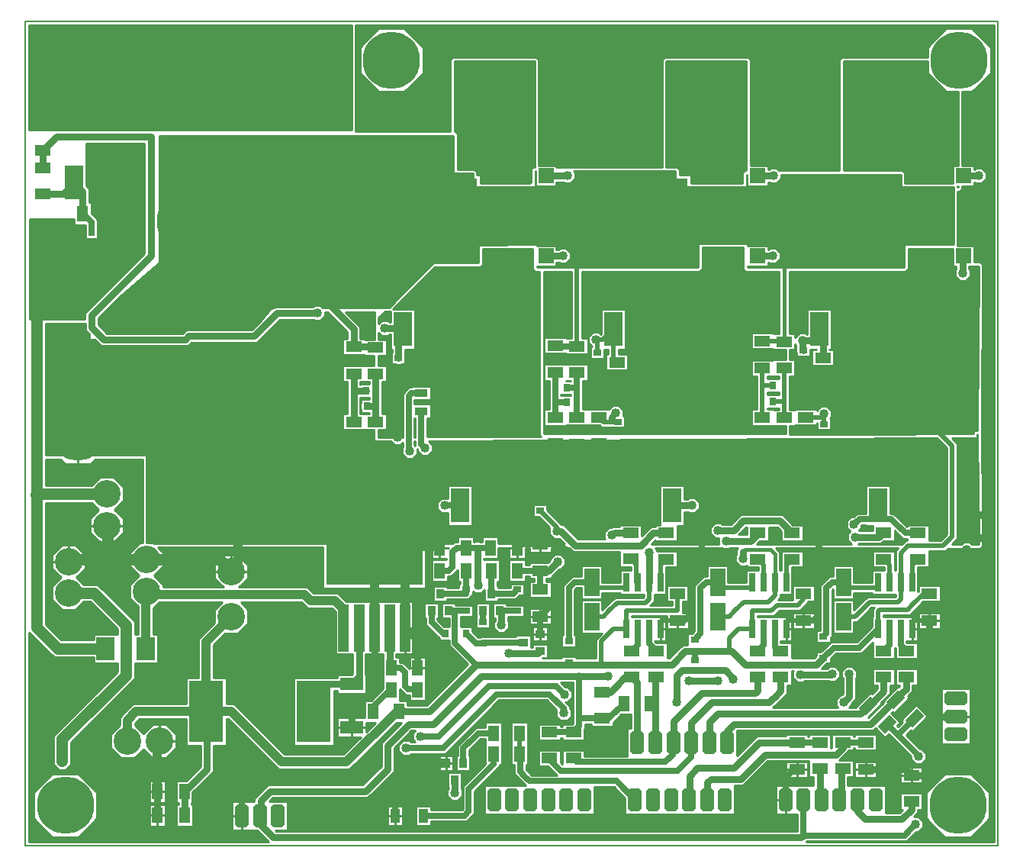
<source format=gbr>
G04 PROTEUS RS274X GERBER FILE*
%FSLAX45Y45*%
%MOMM*%
G01*
%ADD10C,0.762000*%
%ADD11C,0.508000*%
%ADD12C,0.635000*%
%ADD13C,1.016000*%
%ADD14C,0.254000*%
%ADD15C,0.381000*%
%ADD16C,1.270000*%
%ADD17C,1.524000*%
%ADD18C,1.016000*%
%ADD19C,0.762000*%
%ADD70R,4.572000X1.651000*%
%ADD71R,1.651000X1.651000*%
%ADD20C,5.080000*%
%ADD21R,1.803400X1.143000*%
%ADD22R,1.143000X5.207000*%
%ADD23R,10.744200X9.550400*%
%ADD24R,3.810000X6.858000*%
%ADD25R,2.540000X1.473200*%
%ADD26R,1.143000X1.803400*%
%ADD27C,6.350000*%
%ADD28R,0.635000X2.032000*%
%ADD29R,1.651000X3.048000*%
%ADD72R,0.889000X0.635000*%
%ADD73R,0.889000X1.016000*%
%ADD30R,1.016000X0.889000*%
%ADD31R,0.635000X0.889000*%
%AMDIL026*
4,1,8,
-1.270000,0.457200,-0.965200,0.762000,0.965200,0.762000,1.270000,0.457200,1.270000,-0.457200,
0.965200,-0.762000,-0.965200,-0.762000,-1.270000,-0.457200,-1.270000,0.457200,
0*%
%ADD32DIL026*%
%AMDIL027*
4,1,8,
-0.762000,0.965200,-0.457200,1.270000,0.457200,1.270000,0.762000,0.965200,0.762000,-0.965200,
0.457200,-1.270000,-0.457200,-1.270000,-0.762000,-0.965200,-0.762000,0.965200,
0*%
%ADD33DIL027*%
%ADD34C,3.048000*%
%ADD35R,1.447800X0.939800*%
%ADD36R,11.430000X8.890000*%
%ADD37R,2.032000X3.810000*%
%AMPPAD032*
4,1,4,
-0.233490,-1.041710,
-1.041710,-0.233490,
0.233490,1.041710,
1.041710,0.233490,
-0.233490,-1.041710,
0*%
%ADD38PPAD032*%
%ADD39R,2.032000X2.540000*%
%ADD40R,1.016000X1.524000*%
%ADD41C,0.203200*%
G36*
X+6921500Y+1074420D02*
X+6902441Y+1074420D01*
X+6875609Y+1047342D01*
X+6876632Y+934720D01*
X+6306819Y+934720D01*
X+6306819Y+1023619D01*
X+6179820Y+1023619D01*
X+6179820Y+1085736D01*
X+6153036Y+1112520D01*
X+6032500Y+1112520D01*
X+6032500Y+2286000D01*
X+6921500Y+2286000D01*
X+6921500Y+1074420D01*
G37*
%LPC*%
G36*
X+6662239Y+1028700D02*
X+6672761Y+1028700D01*
X+6680200Y+1021261D01*
X+6680200Y+1010739D01*
X+6672761Y+1003300D01*
X+6662239Y+1003300D01*
X+6654800Y+1010739D01*
X+6654800Y+1021261D01*
X+6662239Y+1028700D01*
G37*
G36*
X+6553200Y+1667155D02*
X+6553200Y+1761845D01*
X+6620155Y+1828800D01*
X+6714845Y+1828800D01*
X+6781800Y+1761845D01*
X+6781800Y+1667155D01*
X+6714845Y+1600200D01*
X+6620155Y+1600200D01*
X+6553200Y+1667155D01*
G37*
G36*
X+6332219Y+1039159D02*
X+6332219Y+1065461D01*
X+6350818Y+1084060D01*
X+6377120Y+1084060D01*
X+6395719Y+1065461D01*
X+6395719Y+1039159D01*
X+6377120Y+1020560D01*
X+6350818Y+1020560D01*
X+6332219Y+1039159D01*
G37*
G36*
X+6230619Y+1215135D02*
X+6230619Y+1241437D01*
X+6249218Y+1260036D01*
X+6275520Y+1260036D01*
X+6294119Y+1241437D01*
X+6294119Y+1215135D01*
X+6275520Y+1196536D01*
X+6249218Y+1196536D01*
X+6230619Y+1215135D01*
G37*
G36*
X+6433819Y+1215135D02*
X+6433819Y+1241437D01*
X+6452418Y+1260036D01*
X+6478720Y+1260036D01*
X+6497319Y+1241437D01*
X+6497319Y+1215135D01*
X+6478720Y+1196536D01*
X+6452418Y+1196536D01*
X+6433819Y+1215135D01*
G37*
G36*
X+6129019Y+1391111D02*
X+6129019Y+1417413D01*
X+6147618Y+1436012D01*
X+6173920Y+1436012D01*
X+6192519Y+1417413D01*
X+6192519Y+1391111D01*
X+6173920Y+1372512D01*
X+6147618Y+1372512D01*
X+6129019Y+1391111D01*
G37*
G36*
X+6332219Y+1391111D02*
X+6332219Y+1417413D01*
X+6350818Y+1436012D01*
X+6377120Y+1436012D01*
X+6395719Y+1417413D01*
X+6395719Y+1391111D01*
X+6377120Y+1372512D01*
X+6350818Y+1372512D01*
X+6332219Y+1391111D01*
G37*
G36*
X+6230619Y+1567087D02*
X+6230619Y+1593389D01*
X+6249218Y+1611988D01*
X+6275520Y+1611988D01*
X+6294119Y+1593389D01*
X+6294119Y+1567087D01*
X+6275520Y+1548488D01*
X+6249218Y+1548488D01*
X+6230619Y+1567087D01*
G37*
G36*
X+6129019Y+1743063D02*
X+6129019Y+1769365D01*
X+6147618Y+1787964D01*
X+6173920Y+1787964D01*
X+6192519Y+1769365D01*
X+6192519Y+1743063D01*
X+6173920Y+1724464D01*
X+6147618Y+1724464D01*
X+6129019Y+1743063D01*
G37*
G36*
X+6254750Y+1891849D02*
X+6254750Y+1918151D01*
X+6273349Y+1936750D01*
X+6299651Y+1936750D01*
X+6318250Y+1918151D01*
X+6318250Y+1891849D01*
X+6299651Y+1873250D01*
X+6273349Y+1873250D01*
X+6254750Y+1891849D01*
G37*
G36*
X+6242164Y+2126647D02*
X+6242164Y+2152949D01*
X+6260763Y+2171548D01*
X+6287065Y+2171548D01*
X+6305664Y+2152949D01*
X+6305664Y+2126647D01*
X+6287065Y+2108048D01*
X+6260763Y+2108048D01*
X+6242164Y+2126647D01*
G37*
G36*
X+6470764Y+2126647D02*
X+6470764Y+2152949D01*
X+6489363Y+2171548D01*
X+6515665Y+2171548D01*
X+6534264Y+2152949D01*
X+6534264Y+2126647D01*
X+6515665Y+2108048D01*
X+6489363Y+2108048D01*
X+6470764Y+2126647D01*
G37*
G36*
X+6699364Y+2126647D02*
X+6699364Y+2152949D01*
X+6717963Y+2171548D01*
X+6744265Y+2171548D01*
X+6762864Y+2152949D01*
X+6762864Y+2126647D01*
X+6744265Y+2108048D01*
X+6717963Y+2108048D01*
X+6699364Y+2126647D01*
G37*
%LPD*%
G36*
X+8933181Y+2153510D02*
X+9138510Y+1948181D01*
X+9271000Y+1948181D01*
X+9271000Y+1131569D01*
X+9218931Y+1131569D01*
X+9218931Y+934720D01*
X+8681720Y+934720D01*
X+8681720Y+1047636D01*
X+8654936Y+1074420D01*
X+8001000Y+1074420D01*
X+8001000Y+2286000D01*
X+8933181Y+2286000D01*
X+8933181Y+2153510D01*
G37*
%LPC*%
G36*
X+8948239Y+1028700D02*
X+8958761Y+1028700D01*
X+8966200Y+1021261D01*
X+8966200Y+1010739D01*
X+8958761Y+1003300D01*
X+8948239Y+1003300D01*
X+8940800Y+1010739D01*
X+8940800Y+1021261D01*
X+8948239Y+1028700D01*
G37*
G36*
X+8140700Y+1603655D02*
X+8140700Y+1698345D01*
X+8207655Y+1765300D01*
X+8302345Y+1765300D01*
X+8369300Y+1698345D01*
X+8369300Y+1603655D01*
X+8302345Y+1536700D01*
X+8207655Y+1536700D01*
X+8140700Y+1603655D01*
G37*
G36*
X+8566150Y+1215135D02*
X+8566150Y+1241437D01*
X+8584749Y+1260036D01*
X+8611051Y+1260036D01*
X+8629650Y+1241437D01*
X+8629650Y+1215135D01*
X+8611051Y+1196536D01*
X+8584749Y+1196536D01*
X+8566150Y+1215135D01*
G37*
G36*
X+8769350Y+1215135D02*
X+8769350Y+1241437D01*
X+8787949Y+1260036D01*
X+8814251Y+1260036D01*
X+8832850Y+1241437D01*
X+8832850Y+1215135D01*
X+8814251Y+1196536D01*
X+8787949Y+1196536D01*
X+8769350Y+1215135D01*
G37*
G36*
X+8566150Y+1567087D02*
X+8566150Y+1593389D01*
X+8584749Y+1611988D01*
X+8611051Y+1611988D01*
X+8629650Y+1593389D01*
X+8629650Y+1567087D01*
X+8611051Y+1548488D01*
X+8584749Y+1548488D01*
X+8566150Y+1567087D01*
G37*
G36*
X+8693150Y+1853749D02*
X+8693150Y+1880051D01*
X+8711749Y+1898650D01*
X+8738051Y+1898650D01*
X+8756650Y+1880051D01*
X+8756650Y+1853749D01*
X+8738051Y+1835150D01*
X+8711749Y+1835150D01*
X+8693150Y+1853749D01*
G37*
G36*
X+8274050Y+1244394D02*
X+8274050Y+1270696D01*
X+8292649Y+1289295D01*
X+8318951Y+1289295D01*
X+8337550Y+1270696D01*
X+8337550Y+1244394D01*
X+8318951Y+1225795D01*
X+8292649Y+1225795D01*
X+8274050Y+1244394D01*
G37*
G36*
X+9036050Y+1244394D02*
X+9036050Y+1270696D01*
X+9054649Y+1289295D01*
X+9080951Y+1289295D01*
X+9099550Y+1270696D01*
X+9099550Y+1244394D01*
X+9080951Y+1225795D01*
X+9054649Y+1225795D01*
X+9036050Y+1244394D01*
G37*
G36*
X+8477250Y+1929949D02*
X+8477250Y+1956251D01*
X+8495849Y+1974850D01*
X+8522151Y+1974850D01*
X+8540750Y+1956251D01*
X+8540750Y+1929949D01*
X+8522151Y+1911350D01*
X+8495849Y+1911350D01*
X+8477250Y+1929949D01*
G37*
G36*
X+8528050Y+2124274D02*
X+8528050Y+2150576D01*
X+8546649Y+2169175D01*
X+8572951Y+2169175D01*
X+8591550Y+2150576D01*
X+8591550Y+2124274D01*
X+8572951Y+2105675D01*
X+8546649Y+2105675D01*
X+8528050Y+2124274D01*
G37*
G36*
X+8782050Y+2124274D02*
X+8782050Y+2150576D01*
X+8800649Y+2169175D01*
X+8826951Y+2169175D01*
X+8845550Y+2150576D01*
X+8845550Y+2124274D01*
X+8826951Y+2105675D01*
X+8800649Y+2105675D01*
X+8782050Y+2124274D01*
G37*
G36*
X+8794750Y+1625149D02*
X+8794750Y+1651451D01*
X+8813349Y+1670050D01*
X+8839651Y+1670050D01*
X+8858250Y+1651451D01*
X+8858250Y+1625149D01*
X+8839651Y+1606550D01*
X+8813349Y+1606550D01*
X+8794750Y+1625149D01*
G37*
G36*
X+9074150Y+1447349D02*
X+9074150Y+1473651D01*
X+9092749Y+1492250D01*
X+9119051Y+1492250D01*
X+9137650Y+1473651D01*
X+9137650Y+1447349D01*
X+9119051Y+1428750D01*
X+9092749Y+1428750D01*
X+9074150Y+1447349D01*
G37*
G36*
X+8985249Y+1823886D02*
X+8985249Y+1850188D01*
X+9003848Y+1868787D01*
X+9030150Y+1868787D01*
X+9048749Y+1850188D01*
X+9048749Y+1823886D01*
X+9030150Y+1805287D01*
X+9003848Y+1805287D01*
X+8985249Y+1823886D01*
G37*
G36*
X+8096249Y+2043856D02*
X+8096249Y+2070158D01*
X+8114848Y+2088757D01*
X+8141150Y+2088757D01*
X+8159749Y+2070158D01*
X+8159749Y+2043856D01*
X+8141150Y+2025257D01*
X+8114848Y+2025257D01*
X+8096249Y+2043856D01*
G37*
G36*
X+8350249Y+2043856D02*
X+8350249Y+2070158D01*
X+8368848Y+2088757D01*
X+8395150Y+2088757D01*
X+8413749Y+2070158D01*
X+8413749Y+2043856D01*
X+8395150Y+2025257D01*
X+8368848Y+2025257D01*
X+8350249Y+2043856D01*
G37*
%LPD*%
G36*
X+9271000Y+889000D02*
X+9265920Y+889000D01*
X+9265920Y+900431D01*
X+9271000Y+900431D01*
X+9271000Y+889000D01*
G37*
G36*
X+4572000Y+1112520D02*
X+4553064Y+1112520D01*
X+4526280Y+1085736D01*
X+4526280Y+934720D01*
X+3970019Y+934720D01*
X+3970019Y+1023619D01*
X+3931920Y+1023619D01*
X+3931920Y+1060336D01*
X+3905136Y+1087120D01*
X+3716020Y+1087120D01*
X+3716020Y+1479436D01*
X+3689236Y+1506220D01*
X+3683000Y+1506220D01*
X+3683000Y+2286000D01*
X+4572000Y+2286000D01*
X+4572000Y+1112520D01*
G37*
%LPC*%
G36*
X+4312739Y+1028700D02*
X+4323261Y+1028700D01*
X+4330700Y+1021261D01*
X+4330700Y+1010739D01*
X+4323261Y+1003300D01*
X+4312739Y+1003300D01*
X+4305300Y+1010739D01*
X+4305300Y+1021261D01*
X+4312739Y+1028700D01*
G37*
G36*
X+4203700Y+1667155D02*
X+4203700Y+1761845D01*
X+4270655Y+1828800D01*
X+4365345Y+1828800D01*
X+4432300Y+1761845D01*
X+4432300Y+1667155D01*
X+4365345Y+1600200D01*
X+4270655Y+1600200D01*
X+4203700Y+1667155D01*
G37*
G36*
X+3981450Y+1039159D02*
X+3981450Y+1065461D01*
X+4000049Y+1084060D01*
X+4026351Y+1084060D01*
X+4044950Y+1065461D01*
X+4044950Y+1039159D01*
X+4026351Y+1020560D01*
X+4000049Y+1020560D01*
X+3981450Y+1039159D01*
G37*
G36*
X+3879850Y+1215135D02*
X+3879850Y+1241437D01*
X+3898449Y+1260036D01*
X+3924751Y+1260036D01*
X+3943350Y+1241437D01*
X+3943350Y+1215135D01*
X+3924751Y+1196536D01*
X+3898449Y+1196536D01*
X+3879850Y+1215135D01*
G37*
G36*
X+4083050Y+1215135D02*
X+4083050Y+1241437D01*
X+4101649Y+1260036D01*
X+4127951Y+1260036D01*
X+4146550Y+1241437D01*
X+4146550Y+1215135D01*
X+4127951Y+1196536D01*
X+4101649Y+1196536D01*
X+4083050Y+1215135D01*
G37*
G36*
X+3778250Y+1391111D02*
X+3778250Y+1417413D01*
X+3796849Y+1436012D01*
X+3823151Y+1436012D01*
X+3841750Y+1417413D01*
X+3841750Y+1391111D01*
X+3823151Y+1372512D01*
X+3796849Y+1372512D01*
X+3778250Y+1391111D01*
G37*
G36*
X+3981450Y+1391111D02*
X+3981450Y+1417413D01*
X+4000049Y+1436012D01*
X+4026351Y+1436012D01*
X+4044950Y+1417413D01*
X+4044950Y+1391111D01*
X+4026351Y+1372512D01*
X+4000049Y+1372512D01*
X+3981450Y+1391111D01*
G37*
G36*
X+3879850Y+1567087D02*
X+3879850Y+1593389D01*
X+3898449Y+1611988D01*
X+3924751Y+1611988D01*
X+3943350Y+1593389D01*
X+3943350Y+1567087D01*
X+3924751Y+1548488D01*
X+3898449Y+1548488D01*
X+3879850Y+1567087D01*
G37*
G36*
X+3778250Y+1743063D02*
X+3778250Y+1769365D01*
X+3796849Y+1787964D01*
X+3823151Y+1787964D01*
X+3841750Y+1769365D01*
X+3841750Y+1743063D01*
X+3823151Y+1724464D01*
X+3796849Y+1724464D01*
X+3778250Y+1743063D01*
G37*
G36*
X+3905250Y+1891849D02*
X+3905250Y+1918151D01*
X+3923849Y+1936750D01*
X+3950151Y+1936750D01*
X+3968750Y+1918151D01*
X+3968750Y+1891849D01*
X+3950151Y+1873250D01*
X+3923849Y+1873250D01*
X+3905250Y+1891849D01*
G37*
G36*
X+3892550Y+2092141D02*
X+3892550Y+2118443D01*
X+3911149Y+2137042D01*
X+3937451Y+2137042D01*
X+3956050Y+2118443D01*
X+3956050Y+2092141D01*
X+3937451Y+2073542D01*
X+3911149Y+2073542D01*
X+3892550Y+2092141D01*
G37*
G36*
X+4121150Y+2092141D02*
X+4121150Y+2118443D01*
X+4139749Y+2137042D01*
X+4166051Y+2137042D01*
X+4184650Y+2118443D01*
X+4184650Y+2092141D01*
X+4166051Y+2073542D01*
X+4139749Y+2073542D01*
X+4121150Y+2092141D01*
G37*
G36*
X+4349750Y+2092141D02*
X+4349750Y+2118443D01*
X+4368349Y+2137042D01*
X+4394651Y+2137042D01*
X+4413250Y+2118443D01*
X+4413250Y+2092141D01*
X+4394651Y+2073542D01*
X+4368349Y+2073542D01*
X+4349750Y+2092141D01*
G37*
%LPD*%
G36*
X+9672320Y-6370320D02*
X+7588447Y-6370320D01*
X+7592307Y-6366460D01*
X+8705306Y-6366459D01*
X+8810402Y-6261363D01*
X+8837344Y-6261363D01*
X+8886444Y-6212263D01*
X+8886444Y-6142825D01*
X+8837344Y-6093725D01*
X+8778992Y-6093725D01*
X+8824619Y-6048098D01*
X+8824619Y-6015470D01*
X+8876689Y-6015470D01*
X+8876689Y-5835132D01*
X+8630311Y-5835132D01*
X+8630311Y-6015470D01*
X+8656095Y-6015470D01*
X+8621284Y-6050281D01*
X+8465719Y-6050281D01*
X+8465719Y-5745481D01*
X+8046619Y-5745481D01*
X+8046619Y-5650669D01*
X+8114689Y-5650669D01*
X+8114689Y-5470331D01*
X+7952038Y-5470331D01*
X+8061700Y-5360669D01*
X+8114689Y-5360669D01*
X+8114689Y-5335269D01*
X+8122311Y-5335269D01*
X+8122311Y-5360669D01*
X+8368689Y-5360669D01*
X+8368689Y-5180331D01*
X+8122311Y-5180331D01*
X+8122311Y-5205731D01*
X+8114689Y-5205731D01*
X+8114689Y-5180331D01*
X+7868311Y-5180331D01*
X+7868311Y-5333316D01*
X+7860689Y-5333316D01*
X+7860689Y-5180331D01*
X+7614311Y-5180331D01*
X+7614311Y-5205731D01*
X+7606689Y-5205731D01*
X+7606689Y-5180331D01*
X+7360311Y-5180331D01*
X+7360311Y-5199381D01*
X+7038553Y-5199381D01*
X+6821219Y-5416715D01*
X+6821219Y-5139543D01*
X+8334015Y-5139543D01*
X+8357821Y-5115737D01*
X+8460251Y-5218167D01*
X+8501561Y-5176857D01*
X+8747605Y-5422901D01*
X+8747605Y-5461925D01*
X+8796705Y-5511025D01*
X+8866143Y-5511025D01*
X+8915243Y-5461925D01*
X+8915243Y-5392487D01*
X+8866143Y-5343387D01*
X+8851283Y-5343387D01*
X+8695846Y-5187950D01*
X+8747090Y-5136706D01*
X+8765051Y-5154667D01*
X+8939267Y-4980451D01*
X+8811749Y-4852933D01*
X+8637533Y-5027149D01*
X+8655494Y-5045110D01*
X+8604250Y-5096354D01*
X+8593157Y-5085261D01*
X+8634467Y-5043951D01*
X+8532037Y-4941521D01*
X+8541971Y-4931587D01*
X+8559990Y-4949606D01*
X+8734206Y-4775390D01*
X+8716187Y-4757371D01*
X+8766056Y-4707502D01*
X+8766056Y-4634669D01*
X+8822689Y-4634669D01*
X+8822689Y-4454331D01*
X+8576311Y-4454331D01*
X+8576311Y-4634669D01*
X+8623818Y-4634669D01*
X+8623818Y-4648588D01*
X+8615611Y-4656795D01*
X+8606688Y-4647872D01*
X+8432472Y-4822088D01*
X+8441395Y-4831011D01*
X+8275101Y-4997305D01*
X+8270991Y-4997305D01*
X+8429406Y-4838890D01*
X+8417796Y-4827280D01*
X+8516619Y-4728457D01*
X+8516619Y-4634669D01*
X+8568689Y-4634669D01*
X+8568689Y-4454331D01*
X+8322311Y-4454331D01*
X+8322311Y-4634669D01*
X+8374381Y-4634669D01*
X+8374381Y-4669543D01*
X+8317220Y-4726704D01*
X+8301888Y-4711372D01*
X+8131379Y-4881881D01*
X+8063657Y-4881881D01*
X+8084819Y-4860719D01*
X+8084819Y-4842757D01*
X+8135619Y-4791957D01*
X+8135619Y-4555919D01*
X+8148319Y-4543219D01*
X+8148319Y-4473781D01*
X+8099219Y-4424681D01*
X+8029781Y-4424681D01*
X+7980681Y-4473781D01*
X+7980681Y-4543219D01*
X+7993381Y-4555919D01*
X+7993381Y-4733043D01*
X+7984243Y-4742181D01*
X+7966281Y-4742181D01*
X+7917181Y-4791281D01*
X+7917181Y-4860719D01*
X+7938343Y-4881881D01*
X+7220196Y-4881881D01*
X+7373619Y-4728458D01*
X+7373619Y-4634669D01*
X+7425689Y-4634669D01*
X+7425689Y-4477241D01*
X+7443169Y-4477241D01*
X+7435233Y-4485177D01*
X+7435233Y-4554615D01*
X+7484333Y-4603715D01*
X+7553771Y-4603715D01*
X+7566471Y-4591015D01*
X+7837977Y-4591015D01*
X+7839281Y-4592319D01*
X+7908719Y-4592319D01*
X+7957819Y-4543219D01*
X+7957819Y-4473781D01*
X+7908719Y-4424681D01*
X+7839281Y-4424681D01*
X+7815185Y-4448777D01*
X+7761250Y-4448777D01*
X+7774447Y-4435579D01*
X+7814557Y-4395469D01*
X+7856219Y-4395469D01*
X+7856219Y-4344827D01*
X+7917204Y-4283842D01*
X+7964238Y-4283842D01*
X+7964238Y-4283843D01*
X+8202953Y-4283843D01*
X+8322311Y-4164485D01*
X+8322311Y-4344669D01*
X+8568689Y-4344669D01*
X+8568689Y-4222907D01*
X+8572500Y-4219096D01*
X+8576311Y-4222907D01*
X+8576311Y-4344669D01*
X+8822689Y-4344669D01*
X+8822689Y-4164331D01*
X+8700927Y-4164331D01*
X+8700769Y-4164173D01*
X+8700769Y-4147819D01*
X+8827769Y-4147819D01*
X+8827769Y-3878581D01*
X+8440419Y-3878581D01*
X+8440419Y-3855719D01*
X+8737808Y-3855719D01*
X+8883858Y-3709669D01*
X+9076689Y-3709669D01*
X+9076689Y-3529331D01*
X+8830311Y-3529331D01*
X+8830311Y-3597984D01*
X+8827769Y-3600526D01*
X+8827769Y-3357881D01*
X+8821419Y-3357881D01*
X+8821419Y-3328669D01*
X+8949689Y-3328669D01*
X+8949689Y-3149572D01*
X+9129151Y-3149572D01*
X+9160112Y-3118611D01*
X+9335768Y-3118872D01*
X+9335768Y-3143849D01*
X+9354367Y-3162448D01*
X+9380669Y-3162448D01*
X+9399268Y-3143849D01*
X+9399268Y-3118966D01*
X+9518630Y-3119144D01*
X+9545516Y-3092016D01*
X+9544932Y-3035911D01*
X+9558471Y-3035911D01*
X+9577070Y-3017312D01*
X+9577070Y-2991010D01*
X+9558471Y-2972411D01*
X+9544270Y-2972411D01*
X+9542286Y-2781911D01*
X+9558471Y-2781911D01*
X+9577070Y-2763312D01*
X+9577070Y-2737010D01*
X+9558471Y-2718411D01*
X+9541624Y-2718411D01*
X+9532621Y-1854088D01*
X+9545448Y+31418D01*
X+9518628Y+58420D01*
X+9450069Y+58420D01*
X+9450069Y+242569D01*
X+9265920Y+242569D01*
X+9265920Y+843280D01*
X+9289936Y+843280D01*
X+9316720Y+870064D01*
X+9316720Y+900431D01*
X+9450069Y+900431D01*
X+9450069Y+944881D01*
X+9452181Y+944881D01*
X+9464881Y+932181D01*
X+9534319Y+932181D01*
X+9583419Y+981281D01*
X+9583419Y+1050719D01*
X+9534319Y+1099819D01*
X+9464881Y+1099819D01*
X+9452181Y+1087119D01*
X+9450069Y+1087119D01*
X+9450069Y+1131569D01*
X+9316720Y+1131569D01*
X+9316720Y+1948181D01*
X+9428890Y+1948181D01*
X+9634219Y+2153510D01*
X+9634219Y+2443890D01*
X+9428890Y+2649219D01*
X+9138510Y+2649219D01*
X+8933181Y+2443890D01*
X+8933181Y+2331720D01*
X+7982064Y+2331720D01*
X+7955280Y+2304936D01*
X+7955280Y+1074420D01*
X+7286418Y+1074420D01*
X+7261019Y+1099819D01*
X+7191581Y+1099819D01*
X+7178881Y+1087119D01*
X+7164069Y+1087119D01*
X+7164069Y+1131569D01*
X+6967220Y+1131569D01*
X+6967220Y+2304936D01*
X+6940436Y+2331720D01*
X+6013564Y+2331720D01*
X+5986780Y+2304936D01*
X+5986780Y+1112520D01*
X+4814569Y+1112520D01*
X+4814569Y+1131569D01*
X+4617720Y+1131569D01*
X+4617720Y+2304936D01*
X+4590936Y+2331720D01*
X+3664064Y+2331720D01*
X+3637280Y+2304936D01*
X+3637280Y+1506220D01*
X+2585720Y+1506220D01*
X+2585720Y+2687320D01*
X+9672320Y+2687320D01*
X+9672320Y-6370320D01*
G37*
%LPC*%
G36*
X+9076689Y-3829331D02*
X+9076689Y-4009669D01*
X+8830311Y-4009669D01*
X+8830311Y-3829331D01*
X+9076689Y-3829331D01*
G37*
G36*
X+8122311Y-5660669D02*
X+8122311Y-5480331D01*
X+8368689Y-5480331D01*
X+8368689Y-5660669D01*
X+8122311Y-5660669D01*
G37*
G36*
X+9405619Y-4890719D02*
X+9405619Y-5290719D01*
X+9085581Y-5290719D01*
X+9085581Y-4672281D01*
X+9405619Y-4672281D01*
X+9405619Y-4890719D01*
G37*
G36*
X+8876689Y-5545132D02*
X+8876689Y-5725470D01*
X+8630311Y-5725470D01*
X+8630311Y-5545132D01*
X+8876689Y-5545132D01*
G37*
G36*
X+2633981Y+2153510D02*
X+2633981Y+2443890D01*
X+2839310Y+2649219D01*
X+3129690Y+2649219D01*
X+3335019Y+2443890D01*
X+3335019Y+2153510D01*
X+3129690Y+1948181D01*
X+2839310Y+1948181D01*
X+2633981Y+2153510D01*
G37*
G36*
X+8920481Y-6114190D02*
X+8920481Y-5823810D01*
X+9125810Y-5618481D01*
X+9416190Y-5618481D01*
X+9621519Y-5823810D01*
X+9621519Y-6114190D01*
X+9416190Y-6319519D01*
X+9125810Y-6319519D01*
X+8920481Y-6114190D01*
G37*
G36*
X+3818825Y+2547169D02*
X+3818825Y+2573471D01*
X+3837424Y+2592070D01*
X+3863726Y+2592070D01*
X+3882325Y+2573471D01*
X+3882325Y+2547169D01*
X+3863726Y+2528570D01*
X+3837424Y+2528570D01*
X+3818825Y+2547169D01*
G37*
G36*
X+4072825Y+2547169D02*
X+4072825Y+2573471D01*
X+4091424Y+2592070D01*
X+4117726Y+2592070D01*
X+4136325Y+2573471D01*
X+4136325Y+2547169D01*
X+4117726Y+2528570D01*
X+4091424Y+2528570D01*
X+4072825Y+2547169D01*
G37*
G36*
X+4326825Y+2547169D02*
X+4326825Y+2573471D01*
X+4345424Y+2592070D01*
X+4371726Y+2592070D01*
X+4390325Y+2573471D01*
X+4390325Y+2547169D01*
X+4371726Y+2528570D01*
X+4345424Y+2528570D01*
X+4326825Y+2547169D01*
G37*
G36*
X+4580825Y+2547169D02*
X+4580825Y+2573471D01*
X+4599424Y+2592070D01*
X+4625726Y+2592070D01*
X+4644325Y+2573471D01*
X+4644325Y+2547169D01*
X+4625726Y+2528570D01*
X+4599424Y+2528570D01*
X+4580825Y+2547169D01*
G37*
G36*
X+4834825Y+2547169D02*
X+4834825Y+2573471D01*
X+4853424Y+2592070D01*
X+4879726Y+2592070D01*
X+4898325Y+2573471D01*
X+4898325Y+2547169D01*
X+4879726Y+2528570D01*
X+4853424Y+2528570D01*
X+4834825Y+2547169D01*
G37*
G36*
X+5088825Y+2547169D02*
X+5088825Y+2573471D01*
X+5107424Y+2592070D01*
X+5133726Y+2592070D01*
X+5152325Y+2573471D01*
X+5152325Y+2547169D01*
X+5133726Y+2528570D01*
X+5107424Y+2528570D01*
X+5088825Y+2547169D01*
G37*
G36*
X+5342825Y+2547169D02*
X+5342825Y+2573471D01*
X+5361424Y+2592070D01*
X+5387726Y+2592070D01*
X+5406325Y+2573471D01*
X+5406325Y+2547169D01*
X+5387726Y+2528570D01*
X+5361424Y+2528570D01*
X+5342825Y+2547169D01*
G37*
G36*
X+5596825Y+2547169D02*
X+5596825Y+2573471D01*
X+5615424Y+2592070D01*
X+5641726Y+2592070D01*
X+5660325Y+2573471D01*
X+5660325Y+2547169D01*
X+5641726Y+2528570D01*
X+5615424Y+2528570D01*
X+5596825Y+2547169D01*
G37*
G36*
X+5850825Y+2547169D02*
X+5850825Y+2573471D01*
X+5869424Y+2592070D01*
X+5895726Y+2592070D01*
X+5914325Y+2573471D01*
X+5914325Y+2547169D01*
X+5895726Y+2528570D01*
X+5869424Y+2528570D01*
X+5850825Y+2547169D01*
G37*
G36*
X+6104825Y+2547169D02*
X+6104825Y+2573471D01*
X+6123424Y+2592070D01*
X+6149726Y+2592070D01*
X+6168325Y+2573471D01*
X+6168325Y+2547169D01*
X+6149726Y+2528570D01*
X+6123424Y+2528570D01*
X+6104825Y+2547169D01*
G37*
G36*
X+6358825Y+2547169D02*
X+6358825Y+2573471D01*
X+6377424Y+2592070D01*
X+6403726Y+2592070D01*
X+6422325Y+2573471D01*
X+6422325Y+2547169D01*
X+6403726Y+2528570D01*
X+6377424Y+2528570D01*
X+6358825Y+2547169D01*
G37*
G36*
X+6612825Y+2547169D02*
X+6612825Y+2573471D01*
X+6631424Y+2592070D01*
X+6657726Y+2592070D01*
X+6676325Y+2573471D01*
X+6676325Y+2547169D01*
X+6657726Y+2528570D01*
X+6631424Y+2528570D01*
X+6612825Y+2547169D01*
G37*
G36*
X+6866825Y+2547169D02*
X+6866825Y+2573471D01*
X+6885424Y+2592070D01*
X+6911726Y+2592070D01*
X+6930325Y+2573471D01*
X+6930325Y+2547169D01*
X+6911726Y+2528570D01*
X+6885424Y+2528570D01*
X+6866825Y+2547169D01*
G37*
G36*
X+7120825Y+2547169D02*
X+7120825Y+2573471D01*
X+7139424Y+2592070D01*
X+7165726Y+2592070D01*
X+7184325Y+2573471D01*
X+7184325Y+2547169D01*
X+7165726Y+2528570D01*
X+7139424Y+2528570D01*
X+7120825Y+2547169D01*
G37*
G36*
X+7374825Y+2547169D02*
X+7374825Y+2573471D01*
X+7393424Y+2592070D01*
X+7419726Y+2592070D01*
X+7438325Y+2573471D01*
X+7438325Y+2547169D01*
X+7419726Y+2528570D01*
X+7393424Y+2528570D01*
X+7374825Y+2547169D01*
G37*
G36*
X+7628825Y+2547169D02*
X+7628825Y+2573471D01*
X+7647424Y+2592070D01*
X+7673726Y+2592070D01*
X+7692325Y+2573471D01*
X+7692325Y+2547169D01*
X+7673726Y+2528570D01*
X+7647424Y+2528570D01*
X+7628825Y+2547169D01*
G37*
G36*
X+7882825Y+2547169D02*
X+7882825Y+2573471D01*
X+7901424Y+2592070D01*
X+7927726Y+2592070D01*
X+7946325Y+2573471D01*
X+7946325Y+2547169D01*
X+7927726Y+2528570D01*
X+7901424Y+2528570D01*
X+7882825Y+2547169D01*
G37*
G36*
X+8136825Y+2547169D02*
X+8136825Y+2573471D01*
X+8155424Y+2592070D01*
X+8181726Y+2592070D01*
X+8200325Y+2573471D01*
X+8200325Y+2547169D01*
X+8181726Y+2528570D01*
X+8155424Y+2528570D01*
X+8136825Y+2547169D01*
G37*
G36*
X+8390825Y+2547169D02*
X+8390825Y+2573471D01*
X+8409424Y+2592070D01*
X+8435726Y+2592070D01*
X+8454325Y+2573471D01*
X+8454325Y+2547169D01*
X+8435726Y+2528570D01*
X+8409424Y+2528570D01*
X+8390825Y+2547169D01*
G37*
G36*
X+8644825Y+2547169D02*
X+8644825Y+2573471D01*
X+8663424Y+2592070D01*
X+8689726Y+2592070D01*
X+8708325Y+2573471D01*
X+8708325Y+2547169D01*
X+8689726Y+2528570D01*
X+8663424Y+2528570D01*
X+8644825Y+2547169D01*
G37*
G36*
X+8898825Y+2547169D02*
X+8898825Y+2573471D01*
X+8917424Y+2592070D01*
X+8943726Y+2592070D01*
X+8962325Y+2573471D01*
X+8962325Y+2547169D01*
X+8943726Y+2528570D01*
X+8917424Y+2528570D01*
X+8898825Y+2547169D01*
G37*
G36*
X+9513570Y+1808688D02*
X+9513570Y+1834990D01*
X+9532169Y+1853589D01*
X+9558471Y+1853589D01*
X+9577070Y+1834990D01*
X+9577070Y+1808688D01*
X+9558471Y+1790089D01*
X+9532169Y+1790089D01*
X+9513570Y+1808688D01*
G37*
G36*
X+9513570Y+1554688D02*
X+9513570Y+1580990D01*
X+9532169Y+1599589D01*
X+9558471Y+1599589D01*
X+9577070Y+1580990D01*
X+9577070Y+1554688D01*
X+9558471Y+1536089D01*
X+9532169Y+1536089D01*
X+9513570Y+1554688D01*
G37*
G36*
X+9513570Y+1300688D02*
X+9513570Y+1326990D01*
X+9532169Y+1345589D01*
X+9558471Y+1345589D01*
X+9577070Y+1326990D01*
X+9577070Y+1300688D01*
X+9558471Y+1282089D01*
X+9532169Y+1282089D01*
X+9513570Y+1300688D01*
G37*
G36*
X+9513570Y-3271312D02*
X+9513570Y-3245010D01*
X+9532169Y-3226411D01*
X+9558471Y-3226411D01*
X+9577070Y-3245010D01*
X+9577070Y-3271312D01*
X+9558471Y-3289911D01*
X+9532169Y-3289911D01*
X+9513570Y-3271312D01*
G37*
G36*
X+9513570Y-3525312D02*
X+9513570Y-3499010D01*
X+9532169Y-3480411D01*
X+9558471Y-3480411D01*
X+9577070Y-3499010D01*
X+9577070Y-3525312D01*
X+9558471Y-3543911D01*
X+9532169Y-3543911D01*
X+9513570Y-3525312D01*
G37*
G36*
X+9513570Y-3779312D02*
X+9513570Y-3753010D01*
X+9532169Y-3734411D01*
X+9558471Y-3734411D01*
X+9577070Y-3753010D01*
X+9577070Y-3779312D01*
X+9558471Y-3797911D01*
X+9532169Y-3797911D01*
X+9513570Y-3779312D01*
G37*
G36*
X+9513570Y-4033312D02*
X+9513570Y-4007010D01*
X+9532169Y-3988411D01*
X+9558471Y-3988411D01*
X+9577070Y-4007010D01*
X+9577070Y-4033312D01*
X+9558471Y-4051911D01*
X+9532169Y-4051911D01*
X+9513570Y-4033312D01*
G37*
G36*
X+9513570Y-4287312D02*
X+9513570Y-4261010D01*
X+9532169Y-4242411D01*
X+9558471Y-4242411D01*
X+9577070Y-4261010D01*
X+9577070Y-4287312D01*
X+9558471Y-4305911D01*
X+9532169Y-4305911D01*
X+9513570Y-4287312D01*
G37*
G36*
X+9513570Y-4541312D02*
X+9513570Y-4515010D01*
X+9532169Y-4496411D01*
X+9558471Y-4496411D01*
X+9577070Y-4515010D01*
X+9577070Y-4541312D01*
X+9558471Y-4559911D01*
X+9532169Y-4559911D01*
X+9513570Y-4541312D01*
G37*
G36*
X+9513570Y-4795312D02*
X+9513570Y-4769010D01*
X+9532169Y-4750411D01*
X+9558471Y-4750411D01*
X+9577070Y-4769010D01*
X+9577070Y-4795312D01*
X+9558471Y-4813911D01*
X+9532169Y-4813911D01*
X+9513570Y-4795312D01*
G37*
G36*
X+9513570Y-5049312D02*
X+9513570Y-5023010D01*
X+9532169Y-5004411D01*
X+9558471Y-5004411D01*
X+9577070Y-5023010D01*
X+9577070Y-5049312D01*
X+9558471Y-5067911D01*
X+9532169Y-5067911D01*
X+9513570Y-5049312D01*
G37*
G36*
X+9513570Y-5303312D02*
X+9513570Y-5277010D01*
X+9532169Y-5258411D01*
X+9558471Y-5258411D01*
X+9577070Y-5277010D01*
X+9577070Y-5303312D01*
X+9558471Y-5321911D01*
X+9532169Y-5321911D01*
X+9513570Y-5303312D01*
G37*
G36*
X+9513570Y-5557312D02*
X+9513570Y-5531010D01*
X+9532169Y-5512411D01*
X+9558471Y-5512411D01*
X+9577070Y-5531010D01*
X+9577070Y-5557312D01*
X+9558471Y-5575911D01*
X+9532169Y-5575911D01*
X+9513570Y-5557312D01*
G37*
G36*
X+9335768Y-4463669D02*
X+9335768Y-4437367D01*
X+9354367Y-4418768D01*
X+9380669Y-4418768D01*
X+9399268Y-4437367D01*
X+9399268Y-4463669D01*
X+9380669Y-4482268D01*
X+9354367Y-4482268D01*
X+9335768Y-4463669D01*
G37*
G36*
X+9335768Y-4023729D02*
X+9335768Y-3997427D01*
X+9354367Y-3978828D01*
X+9380669Y-3978828D01*
X+9399268Y-3997427D01*
X+9399268Y-4023729D01*
X+9380669Y-4042328D01*
X+9354367Y-4042328D01*
X+9335768Y-4023729D01*
G37*
G36*
X+9208768Y-3803759D02*
X+9208768Y-3777457D01*
X+9227367Y-3758858D01*
X+9253669Y-3758858D01*
X+9272268Y-3777457D01*
X+9272268Y-3803759D01*
X+9253669Y-3822358D01*
X+9227367Y-3822358D01*
X+9208768Y-3803759D01*
G37*
G36*
X+9335768Y-3583789D02*
X+9335768Y-3557487D01*
X+9354367Y-3538888D01*
X+9380669Y-3538888D01*
X+9399268Y-3557487D01*
X+9399268Y-3583789D01*
X+9380669Y-3602388D01*
X+9354367Y-3602388D01*
X+9335768Y-3583789D01*
G37*
G36*
X+9208768Y-3363819D02*
X+9208768Y-3337517D01*
X+9227367Y-3318918D01*
X+9253669Y-3318918D01*
X+9272268Y-3337517D01*
X+9272268Y-3363819D01*
X+9253669Y-3382418D01*
X+9227367Y-3382418D01*
X+9208768Y-3363819D01*
G37*
G36*
X+4763768Y+1255551D02*
X+4763768Y+1281853D01*
X+4782367Y+1300452D01*
X+4808669Y+1300452D01*
X+4827268Y+1281853D01*
X+4827268Y+1255551D01*
X+4808669Y+1236952D01*
X+4782367Y+1236952D01*
X+4763768Y+1255551D01*
G37*
G36*
X+5017768Y+1255551D02*
X+5017768Y+1281853D01*
X+5036367Y+1300452D01*
X+5062669Y+1300452D01*
X+5081268Y+1281853D01*
X+5081268Y+1255551D01*
X+5062669Y+1236952D01*
X+5036367Y+1236952D01*
X+5017768Y+1255551D01*
G37*
G36*
X+5271768Y+1255551D02*
X+5271768Y+1281853D01*
X+5290367Y+1300452D01*
X+5316669Y+1300452D01*
X+5335268Y+1281853D01*
X+5335268Y+1255551D01*
X+5316669Y+1236952D01*
X+5290367Y+1236952D01*
X+5271768Y+1255551D01*
G37*
G36*
X+5525768Y+1255551D02*
X+5525768Y+1281853D01*
X+5544367Y+1300452D01*
X+5570669Y+1300452D01*
X+5589268Y+1281853D01*
X+5589268Y+1255551D01*
X+5570669Y+1236952D01*
X+5544367Y+1236952D01*
X+5525768Y+1255551D01*
G37*
G36*
X+5779768Y+1255551D02*
X+5779768Y+1281853D01*
X+5798367Y+1300452D01*
X+5824669Y+1300452D01*
X+5843268Y+1281853D01*
X+5843268Y+1255551D01*
X+5824669Y+1236952D01*
X+5798367Y+1236952D01*
X+5779768Y+1255551D01*
G37*
G36*
X+7303768Y+1255551D02*
X+7303768Y+1281853D01*
X+7322367Y+1300452D01*
X+7348669Y+1300452D01*
X+7367268Y+1281853D01*
X+7367268Y+1255551D01*
X+7348669Y+1236952D01*
X+7322367Y+1236952D01*
X+7303768Y+1255551D01*
G37*
G36*
X+7557768Y+1255551D02*
X+7557768Y+1281853D01*
X+7576367Y+1300452D01*
X+7602669Y+1300452D01*
X+7621268Y+1281853D01*
X+7621268Y+1255551D01*
X+7602669Y+1236952D01*
X+7576367Y+1236952D01*
X+7557768Y+1255551D01*
G37*
G36*
X+4890768Y+1475521D02*
X+4890768Y+1501823D01*
X+4909367Y+1520422D01*
X+4935669Y+1520422D01*
X+4954268Y+1501823D01*
X+4954268Y+1475521D01*
X+4935669Y+1456922D01*
X+4909367Y+1456922D01*
X+4890768Y+1475521D01*
G37*
G36*
X+5144768Y+1475521D02*
X+5144768Y+1501823D01*
X+5163367Y+1520422D01*
X+5189669Y+1520422D01*
X+5208268Y+1501823D01*
X+5208268Y+1475521D01*
X+5189669Y+1456922D01*
X+5163367Y+1456922D01*
X+5144768Y+1475521D01*
G37*
G36*
X+5398768Y+1475521D02*
X+5398768Y+1501823D01*
X+5417367Y+1520422D01*
X+5443669Y+1520422D01*
X+5462268Y+1501823D01*
X+5462268Y+1475521D01*
X+5443669Y+1456922D01*
X+5417367Y+1456922D01*
X+5398768Y+1475521D01*
G37*
G36*
X+5652768Y+1475521D02*
X+5652768Y+1501823D01*
X+5671367Y+1520422D01*
X+5697669Y+1520422D01*
X+5716268Y+1501823D01*
X+5716268Y+1475521D01*
X+5697669Y+1456922D01*
X+5671367Y+1456922D01*
X+5652768Y+1475521D01*
G37*
G36*
X+7176768Y+1475521D02*
X+7176768Y+1501823D01*
X+7195367Y+1520422D01*
X+7221669Y+1520422D01*
X+7240268Y+1501823D01*
X+7240268Y+1475521D01*
X+7221669Y+1456922D01*
X+7195367Y+1456922D01*
X+7176768Y+1475521D01*
G37*
G36*
X+7430768Y+1475521D02*
X+7430768Y+1501823D01*
X+7449367Y+1520422D01*
X+7475669Y+1520422D01*
X+7494268Y+1501823D01*
X+7494268Y+1475521D01*
X+7475669Y+1456922D01*
X+7449367Y+1456922D01*
X+7430768Y+1475521D01*
G37*
G36*
X+7684768Y+1475521D02*
X+7684768Y+1501823D01*
X+7703367Y+1520422D01*
X+7729669Y+1520422D01*
X+7748268Y+1501823D01*
X+7748268Y+1475521D01*
X+7729669Y+1456922D01*
X+7703367Y+1456922D01*
X+7684768Y+1475521D01*
G37*
G36*
X+4763768Y+1695491D02*
X+4763768Y+1721793D01*
X+4782367Y+1740392D01*
X+4808669Y+1740392D01*
X+4827268Y+1721793D01*
X+4827268Y+1695491D01*
X+4808669Y+1676892D01*
X+4782367Y+1676892D01*
X+4763768Y+1695491D01*
G37*
G36*
X+5017768Y+1695491D02*
X+5017768Y+1721793D01*
X+5036367Y+1740392D01*
X+5062669Y+1740392D01*
X+5081268Y+1721793D01*
X+5081268Y+1695491D01*
X+5062669Y+1676892D01*
X+5036367Y+1676892D01*
X+5017768Y+1695491D01*
G37*
G36*
X+5271768Y+1695491D02*
X+5271768Y+1721793D01*
X+5290367Y+1740392D01*
X+5316669Y+1740392D01*
X+5335268Y+1721793D01*
X+5335268Y+1695491D01*
X+5316669Y+1676892D01*
X+5290367Y+1676892D01*
X+5271768Y+1695491D01*
G37*
G36*
X+5525768Y+1695491D02*
X+5525768Y+1721793D01*
X+5544367Y+1740392D01*
X+5570669Y+1740392D01*
X+5589268Y+1721793D01*
X+5589268Y+1695491D01*
X+5570669Y+1676892D01*
X+5544367Y+1676892D01*
X+5525768Y+1695491D01*
G37*
G36*
X+5779768Y+1695491D02*
X+5779768Y+1721793D01*
X+5798367Y+1740392D01*
X+5824669Y+1740392D01*
X+5843268Y+1721793D01*
X+5843268Y+1695491D01*
X+5824669Y+1676892D01*
X+5798367Y+1676892D01*
X+5779768Y+1695491D01*
G37*
G36*
X+7303768Y+1695491D02*
X+7303768Y+1721793D01*
X+7322367Y+1740392D01*
X+7348669Y+1740392D01*
X+7367268Y+1721793D01*
X+7367268Y+1695491D01*
X+7348669Y+1676892D01*
X+7322367Y+1676892D01*
X+7303768Y+1695491D01*
G37*
G36*
X+7557768Y+1695491D02*
X+7557768Y+1721793D01*
X+7576367Y+1740392D01*
X+7602669Y+1740392D01*
X+7621268Y+1721793D01*
X+7621268Y+1695491D01*
X+7602669Y+1676892D01*
X+7576367Y+1676892D01*
X+7557768Y+1695491D01*
G37*
G36*
X+4890768Y+1915461D02*
X+4890768Y+1941763D01*
X+4909367Y+1960362D01*
X+4935669Y+1960362D01*
X+4954268Y+1941763D01*
X+4954268Y+1915461D01*
X+4935669Y+1896862D01*
X+4909367Y+1896862D01*
X+4890768Y+1915461D01*
G37*
G36*
X+5144768Y+1915461D02*
X+5144768Y+1941763D01*
X+5163367Y+1960362D01*
X+5189669Y+1960362D01*
X+5208268Y+1941763D01*
X+5208268Y+1915461D01*
X+5189669Y+1896862D01*
X+5163367Y+1896862D01*
X+5144768Y+1915461D01*
G37*
G36*
X+5398768Y+1915461D02*
X+5398768Y+1941763D01*
X+5417367Y+1960362D01*
X+5443669Y+1960362D01*
X+5462268Y+1941763D01*
X+5462268Y+1915461D01*
X+5443669Y+1896862D01*
X+5417367Y+1896862D01*
X+5398768Y+1915461D01*
G37*
G36*
X+5652768Y+1915461D02*
X+5652768Y+1941763D01*
X+5671367Y+1960362D01*
X+5697669Y+1960362D01*
X+5716268Y+1941763D01*
X+5716268Y+1915461D01*
X+5697669Y+1896862D01*
X+5671367Y+1896862D01*
X+5652768Y+1915461D01*
G37*
G36*
X+7176768Y+1915461D02*
X+7176768Y+1941763D01*
X+7195367Y+1960362D01*
X+7221669Y+1960362D01*
X+7240268Y+1941763D01*
X+7240268Y+1915461D01*
X+7221669Y+1896862D01*
X+7195367Y+1896862D01*
X+7176768Y+1915461D01*
G37*
G36*
X+7430768Y+1915461D02*
X+7430768Y+1941763D01*
X+7449367Y+1960362D01*
X+7475669Y+1960362D01*
X+7494268Y+1941763D01*
X+7494268Y+1915461D01*
X+7475669Y+1896862D01*
X+7449367Y+1896862D01*
X+7430768Y+1915461D01*
G37*
G36*
X+7684768Y+1915461D02*
X+7684768Y+1941763D01*
X+7703367Y+1960362D01*
X+7729669Y+1960362D01*
X+7748268Y+1941763D01*
X+7748268Y+1915461D01*
X+7729669Y+1896862D01*
X+7703367Y+1896862D01*
X+7684768Y+1915461D01*
G37*
G36*
X+4763768Y+2135431D02*
X+4763768Y+2161733D01*
X+4782367Y+2180332D01*
X+4808669Y+2180332D01*
X+4827268Y+2161733D01*
X+4827268Y+2135431D01*
X+4808669Y+2116832D01*
X+4782367Y+2116832D01*
X+4763768Y+2135431D01*
G37*
G36*
X+5017768Y+2135431D02*
X+5017768Y+2161733D01*
X+5036367Y+2180332D01*
X+5062669Y+2180332D01*
X+5081268Y+2161733D01*
X+5081268Y+2135431D01*
X+5062669Y+2116832D01*
X+5036367Y+2116832D01*
X+5017768Y+2135431D01*
G37*
G36*
X+5271768Y+2135431D02*
X+5271768Y+2161733D01*
X+5290367Y+2180332D01*
X+5316669Y+2180332D01*
X+5335268Y+2161733D01*
X+5335268Y+2135431D01*
X+5316669Y+2116832D01*
X+5290367Y+2116832D01*
X+5271768Y+2135431D01*
G37*
G36*
X+5525768Y+2135431D02*
X+5525768Y+2161733D01*
X+5544367Y+2180332D01*
X+5570669Y+2180332D01*
X+5589268Y+2161733D01*
X+5589268Y+2135431D01*
X+5570669Y+2116832D01*
X+5544367Y+2116832D01*
X+5525768Y+2135431D01*
G37*
G36*
X+5779768Y+2135431D02*
X+5779768Y+2161733D01*
X+5798367Y+2180332D01*
X+5824669Y+2180332D01*
X+5843268Y+2161733D01*
X+5843268Y+2135431D01*
X+5824669Y+2116832D01*
X+5798367Y+2116832D01*
X+5779768Y+2135431D01*
G37*
G36*
X+7303768Y+2135431D02*
X+7303768Y+2161733D01*
X+7322367Y+2180332D01*
X+7348669Y+2180332D01*
X+7367268Y+2161733D01*
X+7367268Y+2135431D01*
X+7348669Y+2116832D01*
X+7322367Y+2116832D01*
X+7303768Y+2135431D01*
G37*
G36*
X+7557768Y+2135431D02*
X+7557768Y+2161733D01*
X+7576367Y+2180332D01*
X+7602669Y+2180332D01*
X+7621268Y+2161733D01*
X+7621268Y+2135431D01*
X+7602669Y+2116832D01*
X+7576367Y+2116832D01*
X+7557768Y+2135431D01*
G37*
G36*
X+4890768Y+2355401D02*
X+4890768Y+2381703D01*
X+4909367Y+2400302D01*
X+4935669Y+2400302D01*
X+4954268Y+2381703D01*
X+4954268Y+2355401D01*
X+4935669Y+2336802D01*
X+4909367Y+2336802D01*
X+4890768Y+2355401D01*
G37*
G36*
X+5144768Y+2355401D02*
X+5144768Y+2381703D01*
X+5163367Y+2400302D01*
X+5189669Y+2400302D01*
X+5208268Y+2381703D01*
X+5208268Y+2355401D01*
X+5189669Y+2336802D01*
X+5163367Y+2336802D01*
X+5144768Y+2355401D01*
G37*
G36*
X+5398768Y+2355401D02*
X+5398768Y+2381703D01*
X+5417367Y+2400302D01*
X+5443669Y+2400302D01*
X+5462268Y+2381703D01*
X+5462268Y+2355401D01*
X+5443669Y+2336802D01*
X+5417367Y+2336802D01*
X+5398768Y+2355401D01*
G37*
G36*
X+5652768Y+2355401D02*
X+5652768Y+2381703D01*
X+5671367Y+2400302D01*
X+5697669Y+2400302D01*
X+5716268Y+2381703D01*
X+5716268Y+2355401D01*
X+5697669Y+2336802D01*
X+5671367Y+2336802D01*
X+5652768Y+2355401D01*
G37*
G36*
X+7176768Y+2355401D02*
X+7176768Y+2381703D01*
X+7195367Y+2400302D01*
X+7221669Y+2400302D01*
X+7240268Y+2381703D01*
X+7240268Y+2355401D01*
X+7221669Y+2336802D01*
X+7195367Y+2336802D01*
X+7176768Y+2355401D01*
G37*
G36*
X+7430768Y+2355401D02*
X+7430768Y+2381703D01*
X+7449367Y+2400302D01*
X+7475669Y+2400302D01*
X+7494268Y+2381703D01*
X+7494268Y+2355401D01*
X+7475669Y+2336802D01*
X+7449367Y+2336802D01*
X+7430768Y+2355401D01*
G37*
G36*
X+7684768Y+2355401D02*
X+7684768Y+2381703D01*
X+7703367Y+2400302D01*
X+7729669Y+2400302D01*
X+7748268Y+2381703D01*
X+7748268Y+2355401D01*
X+7729669Y+2336802D01*
X+7703367Y+2336802D01*
X+7684768Y+2355401D01*
G37*
G36*
X+7125968Y+1695491D02*
X+7125968Y+1721793D01*
X+7144567Y+1740392D01*
X+7170869Y+1740392D01*
X+7189468Y+1721793D01*
X+7189468Y+1695491D01*
X+7170869Y+1676892D01*
X+7144567Y+1676892D01*
X+7125968Y+1695491D01*
G37*
G36*
X+7735568Y+1695491D02*
X+7735568Y+1721793D01*
X+7754167Y+1740392D01*
X+7780469Y+1740392D01*
X+7799068Y+1721793D01*
X+7799068Y+1695491D01*
X+7780469Y+1676892D01*
X+7754167Y+1676892D01*
X+7735568Y+1695491D01*
G37*
G36*
X+4687568Y+2399395D02*
X+4687568Y+2425697D01*
X+4706167Y+2444296D01*
X+4732469Y+2444296D01*
X+4751068Y+2425697D01*
X+4751068Y+2399395D01*
X+4732469Y+2380796D01*
X+4706167Y+2380796D01*
X+4687568Y+2399395D01*
G37*
G36*
X+7796530Y+1304304D02*
X+7796530Y+1330606D01*
X+7815129Y+1349205D01*
X+7841431Y+1349205D01*
X+7860030Y+1330606D01*
X+7860030Y+1304304D01*
X+7841431Y+1285705D01*
X+7815129Y+1285705D01*
X+7796530Y+1304304D01*
G37*
G36*
X+7085330Y+2184184D02*
X+7085330Y+2210486D01*
X+7103929Y+2229085D01*
X+7130231Y+2229085D01*
X+7148830Y+2210486D01*
X+7148830Y+2184184D01*
X+7130231Y+2165585D01*
X+7103929Y+2165585D01*
X+7085330Y+2184184D01*
G37*
G36*
X+3427730Y+2536136D02*
X+3427730Y+2562438D01*
X+3446329Y+2581037D01*
X+3472631Y+2581037D01*
X+3491230Y+2562438D01*
X+3491230Y+2536136D01*
X+3472631Y+2517537D01*
X+3446329Y+2517537D01*
X+3427730Y+2536136D01*
G37*
G36*
X+3630930Y+2536136D02*
X+3630930Y+2562438D01*
X+3649529Y+2581037D01*
X+3675831Y+2581037D01*
X+3694430Y+2562438D01*
X+3694430Y+2536136D01*
X+3675831Y+2517537D01*
X+3649529Y+2517537D01*
X+3630930Y+2536136D01*
G37*
G36*
X+3427730Y+2056056D02*
X+3427730Y+2082358D01*
X+3446329Y+2100957D01*
X+3472631Y+2100957D01*
X+3491230Y+2082358D01*
X+3491230Y+2056056D01*
X+3472631Y+2037457D01*
X+3446329Y+2037457D01*
X+3427730Y+2056056D01*
G37*
G36*
X+7796530Y+2232032D02*
X+7796530Y+2258334D01*
X+7815129Y+2276933D01*
X+7841431Y+2276933D01*
X+7860030Y+2258334D01*
X+7860030Y+2232032D01*
X+7841431Y+2213433D01*
X+7815129Y+2213433D01*
X+7796530Y+2232032D01*
G37*
G36*
X+9160510Y-5491872D02*
X+9160510Y-5465570D01*
X+9179109Y-5446971D01*
X+9205411Y-5446971D01*
X+9224010Y-5465570D01*
X+9224010Y-5491872D01*
X+9205411Y-5510471D01*
X+9179109Y-5510471D01*
X+9160510Y-5491872D01*
G37*
G36*
X+3432810Y+2264253D02*
X+3432810Y+2290555D01*
X+3451409Y+2309154D01*
X+3477711Y+2309154D01*
X+3496310Y+2290555D01*
X+3496310Y+2264253D01*
X+3477711Y+2245654D01*
X+3451409Y+2245654D01*
X+3432810Y+2264253D01*
G37*
G36*
X+5828030Y+1534458D02*
X+5828030Y+1560760D01*
X+5846629Y+1579359D01*
X+5872931Y+1579359D01*
X+5891530Y+1560760D01*
X+5891530Y+1534458D01*
X+5872931Y+1515859D01*
X+5846629Y+1515859D01*
X+5828030Y+1534458D01*
G37*
G36*
X+5828030Y+1895208D02*
X+5828030Y+1921510D01*
X+5846629Y+1940109D01*
X+5872931Y+1940109D01*
X+5891530Y+1921510D01*
X+5891530Y+1895208D01*
X+5872931Y+1876609D01*
X+5846629Y+1876609D01*
X+5828030Y+1895208D01*
G37*
%LPD*%
G36*
X+986422Y-3716019D02*
X+1101759Y-3716019D01*
X+1021081Y-3796697D01*
X+1021081Y-3940383D01*
X+843281Y-4118183D01*
X+843281Y-4551681D01*
X+703581Y-4551681D01*
X+703581Y-4843781D01*
X+115948Y-4843781D01*
X-30272Y-4990001D01*
X-30272Y-5082250D01*
X-129019Y-5180997D01*
X-129019Y-5334603D01*
X-20403Y-5443219D01*
X+133203Y-5443219D01*
X+231400Y-5345022D01*
X+329597Y-5443219D01*
X+483203Y-5443219D01*
X+591819Y-5334603D01*
X+591819Y-5180997D01*
X+483203Y-5072381D01*
X+329597Y-5072381D01*
X+231400Y-5170578D01*
X+137366Y-5076544D01*
X+137366Y-5059435D01*
X+185382Y-5011419D01*
X+703581Y-5011419D01*
X+703581Y-5303519D01*
X+865506Y-5303519D01*
X+865506Y-5536318D01*
X+708413Y-5693411D01*
X+595631Y-5693411D01*
X+595631Y-5939789D01*
X+619442Y-5939789D01*
X+619442Y-5955311D01*
X+597673Y-5955311D01*
X+597673Y-6201689D01*
X+778011Y-6201689D01*
X+778011Y-5955311D01*
X+761680Y-5955311D01*
X+761680Y-5939789D01*
X+775969Y-5939789D01*
X+775969Y-5827007D01*
X+1007744Y-5595232D01*
X+1007744Y-5303519D01*
X+1150619Y-5303519D01*
X+1150619Y-5011419D01*
X+1171783Y-5011419D01*
X+1681481Y-5521117D01*
X+1681481Y-5521119D01*
X+1730581Y-5570219D01*
X+2521817Y-5570219D01*
X+3041247Y-5050789D01*
X+3096603Y-5050789D01*
X+2871439Y-5275953D01*
X+2871439Y-5535665D01*
X+2665177Y-5741927D01*
X+1608182Y-5741927D01*
X+1461366Y-5888743D01*
X+1461366Y-5926373D01*
X+1213766Y-5926373D01*
X+1213766Y-6246411D01*
X+1493698Y-6246411D01*
X+1617607Y-6370320D01*
X-1036320Y-6370320D01*
X-1036320Y-4049383D01*
X-760084Y-4325619D01*
X-322579Y-4325619D01*
X-322579Y-4389119D01*
X-58419Y-4389119D01*
X-58419Y-4483628D01*
X-768666Y-5193875D01*
X-768666Y-5518118D01*
X-712126Y-5574658D01*
X-632168Y-5574658D01*
X-575628Y-5518118D01*
X-575628Y-5273833D01*
X+134619Y-4563586D01*
X+134619Y-4389119D01*
X+388619Y-4389119D01*
X+388619Y-4069081D01*
X+337819Y-4069081D01*
X+337819Y-3779519D01*
X+343503Y-3779519D01*
X+407004Y-3716018D01*
X+986422Y-3716019D01*
G37*
%LPC*%
G36*
X+297673Y-5955311D02*
X+478011Y-5955311D01*
X+478011Y-6201689D01*
X+297673Y-6201689D01*
X+297673Y-5955311D01*
G37*
G36*
X-985519Y-6114190D02*
X-985519Y-5823810D01*
X-780190Y-5618481D01*
X-489810Y-5618481D01*
X-284481Y-5823810D01*
X-284481Y-6114190D01*
X-489810Y-6319519D01*
X-780190Y-6319519D01*
X-985519Y-6114190D01*
G37*
G36*
X+295631Y-5693411D02*
X+475969Y-5693411D01*
X+475969Y-5939789D01*
X+295631Y-5939789D01*
X+295631Y-5693411D01*
G37*
G36*
X+2570739Y-5634194D02*
X+2570739Y-5607892D01*
X+2589338Y-5589293D01*
X+2615640Y-5589293D01*
X+2634239Y-5607892D01*
X+2634239Y-5634194D01*
X+2615640Y-5652793D01*
X+2589338Y-5652793D01*
X+2570739Y-5634194D01*
G37*
G36*
X-128270Y-6214816D02*
X-128270Y-6188514D01*
X-109671Y-6169915D01*
X-83369Y-6169915D01*
X-64770Y-6188514D01*
X-64770Y-6214816D01*
X-83369Y-6233415D01*
X-109671Y-6233415D01*
X-128270Y-6214816D01*
G37*
G36*
X+1192530Y-5686888D02*
X+1192530Y-5660586D01*
X+1211129Y-5641987D01*
X+1237431Y-5641987D01*
X+1256030Y-5660586D01*
X+1256030Y-5686888D01*
X+1237431Y-5705487D01*
X+1211129Y-5705487D01*
X+1192530Y-5686888D01*
G37*
G36*
X+684530Y-5510912D02*
X+684530Y-5484610D01*
X+703129Y-5466011D01*
X+729431Y-5466011D01*
X+748030Y-5484610D01*
X+748030Y-5510912D01*
X+729431Y-5529511D01*
X+703129Y-5529511D01*
X+684530Y-5510912D01*
G37*
G36*
X+1294130Y-5510912D02*
X+1294130Y-5484610D01*
X+1312729Y-5466011D01*
X+1339031Y-5466011D01*
X+1357630Y-5484610D01*
X+1357630Y-5510912D01*
X+1339031Y-5529511D01*
X+1312729Y-5529511D01*
X+1294130Y-5510912D01*
G37*
G36*
X+1245870Y-5319792D02*
X+1245870Y-5293490D01*
X+1264469Y-5274891D01*
X+1290771Y-5274891D01*
X+1309370Y-5293490D01*
X+1309370Y-5319792D01*
X+1290771Y-5338391D01*
X+1264469Y-5338391D01*
X+1245870Y-5319792D01*
G37*
%LPD*%
G36*
X+220980Y-3058681D02*
X+189897Y-3058681D01*
X+81281Y-3167297D01*
X+81281Y-3320903D01*
X+179478Y-3419100D01*
X+81281Y-3517297D01*
X+81281Y-3670903D01*
X+170181Y-3759803D01*
X+170181Y-4069081D01*
X+134619Y-4069081D01*
X+134619Y-3929519D01*
X-277519Y-3517381D01*
X-431197Y-3517381D01*
X-509678Y-3438900D01*
X-411481Y-3340703D01*
X-411481Y-3187097D01*
X-520097Y-3078481D01*
X-673703Y-3078481D01*
X-782319Y-3187097D01*
X-782319Y-3340703D01*
X-684122Y-3438900D01*
X-782319Y-3537097D01*
X-782319Y-3690703D01*
X-673703Y-3799319D01*
X-520097Y-3799319D01*
X-431197Y-3710419D01*
X-357477Y-3710419D01*
X-58419Y-4009477D01*
X-58419Y-4069081D01*
X-322579Y-4069081D01*
X-322579Y-4132581D01*
X-680126Y-4132581D01*
X-855981Y-3956726D01*
X-855981Y-2611119D01*
X-343503Y-2611119D01*
X-265022Y-2689600D01*
X-363219Y-2787797D01*
X-363219Y-2941403D01*
X-254603Y-3050019D01*
X-100997Y-3050019D01*
X+7619Y-2941403D01*
X+7619Y-2787797D01*
X-90578Y-2689600D01*
X+7619Y-2591403D01*
X+7619Y-2437797D01*
X-100997Y-2329181D01*
X-254603Y-2329181D01*
X-343503Y-2418081D01*
X-855981Y-2418081D01*
X-855981Y-2128516D01*
X-691293Y-2128516D01*
X-640490Y-2179319D01*
X-350110Y-2179319D01*
X-299307Y-2128516D01*
X+220980Y-2128516D01*
X+220980Y-3058681D01*
G37*
G36*
X+3617621Y-3110363D02*
X+3610169Y-3117815D01*
X+3610169Y-3110352D01*
X+3617621Y-3110363D01*
G37*
G36*
X+8604415Y-3117784D02*
X+8577581Y-3144618D01*
X+8577581Y-3357881D01*
X+8567419Y-3357881D01*
X+8567419Y-3328669D01*
X+8568689Y-3328669D01*
X+8568689Y-3148331D01*
X+8322311Y-3148331D01*
X+8322311Y-3328669D01*
X+8450581Y-3328669D01*
X+8450581Y-3357881D01*
X+8317231Y-3357881D01*
X+8317231Y-3497581D01*
X+8116569Y-3497581D01*
X+8116569Y-3307081D01*
X+7885431Y-3307081D01*
X+7885431Y-3427731D01*
X+7847172Y-3427731D01*
X+7745731Y-3529173D01*
X+7745731Y-4030981D01*
X+7701281Y-4030981D01*
X+7701281Y-4160519D01*
X+7856219Y-4160519D01*
X+7856219Y-4109877D01*
X+7875269Y-4090827D01*
X+7875269Y-3582827D01*
X+7885431Y-3572665D01*
X+7885431Y-3677919D01*
X+8116569Y-3677919D01*
X+8116569Y-3614419D01*
X+8317231Y-3614419D01*
X+8317231Y-3627119D01*
X+8577581Y-3627119D01*
X+8577581Y-3654920D01*
X+8542867Y-3654920D01*
X+8542866Y-3654919D01*
X+8263965Y-3654919D01*
X+8116569Y-3802315D01*
X+8116569Y-3688081D01*
X+7885431Y-3688081D01*
X+7885431Y-4058919D01*
X+8116569Y-4058919D01*
X+8116569Y-3931919D01*
X+8152197Y-3931919D01*
X+8312359Y-3771757D01*
X+8346094Y-3771757D01*
X+8323581Y-3794270D01*
X+8323581Y-3878581D01*
X+8317231Y-3878581D01*
X+8317231Y-3986373D01*
X+8149299Y-4154305D01*
X+7964238Y-4154305D01*
X+7964238Y-4154306D01*
X+7863548Y-4154306D01*
X+7758272Y-4259582D01*
X+7749292Y-4259582D01*
X+7742943Y-4265931D01*
X+7701281Y-4265931D01*
X+7701281Y-4307593D01*
X+7673871Y-4335003D01*
X+7425689Y-4335003D01*
X+7425689Y-4164331D01*
X+7303769Y-4164331D01*
X+7303769Y-4147819D01*
X+7430769Y-4147819D01*
X+7430769Y-3878581D01*
X+7043419Y-3878581D01*
X+7043419Y-3868419D01*
X+7227919Y-3868419D01*
X+7291419Y-3804919D01*
X+7517197Y-3804919D01*
X+7612447Y-3709669D01*
X+7679689Y-3709669D01*
X+7679689Y-3529331D01*
X+7433311Y-3529331D01*
X+7433311Y-3688081D01*
X+7273260Y-3688081D01*
X+7297419Y-3663922D01*
X+7297419Y-3627119D01*
X+7430769Y-3627119D01*
X+7430769Y-3357881D01*
X+7424419Y-3357881D01*
X+7424419Y-3328669D01*
X+7552689Y-3328669D01*
X+7552689Y-3148331D01*
X+7306311Y-3148331D01*
X+7306311Y-3328669D01*
X+7307581Y-3328669D01*
X+7307581Y-3357881D01*
X+7291069Y-3357881D01*
X+7291069Y-3157196D01*
X+7249641Y-3115768D01*
X+8604415Y-3117784D01*
G37*
%LPC*%
G36*
X+7679689Y-3829331D02*
X+7679689Y-4009669D01*
X+7433311Y-4009669D01*
X+7433311Y-3829331D01*
X+7679689Y-3829331D01*
G37*
G36*
X+7715250Y-3442151D02*
X+7715250Y-3415849D01*
X+7733849Y-3397250D01*
X+7760151Y-3397250D01*
X+7778750Y-3415849D01*
X+7778750Y-3442151D01*
X+7760151Y-3460750D01*
X+7733849Y-3460750D01*
X+7715250Y-3442151D01*
G37*
%LPD*%
G36*
X+6656821Y-3114885D02*
X+6661525Y-3119589D01*
X+6730963Y-3119589D01*
X+6735549Y-3115003D01*
X+6828258Y-3115141D01*
X+6817769Y-3125630D01*
X+6812019Y-3131385D01*
X+6812019Y-3182670D01*
X+6799319Y-3195370D01*
X+6799319Y-3264808D01*
X+6848419Y-3313908D01*
X+6917857Y-3313908D01*
X+6925311Y-3306454D01*
X+6925311Y-3328669D01*
X+7053581Y-3328669D01*
X+7053581Y-3357881D01*
X+6920231Y-3357881D01*
X+6920231Y-3497581D01*
X+6719569Y-3497581D01*
X+6719569Y-3307081D01*
X+6488431Y-3307081D01*
X+6488431Y-3427731D01*
X+6450172Y-3427731D01*
X+6348731Y-3529173D01*
X+6348731Y-4037173D01*
X+6323173Y-4062731D01*
X+6272531Y-4062731D01*
X+6272531Y-4187077D01*
X+6214469Y-4187077D01*
X+6066543Y-4335003D01*
X+6046189Y-4335003D01*
X+6046189Y-4164331D01*
X+5924427Y-4164331D01*
X+5907915Y-4147819D01*
X+6033769Y-4147819D01*
X+6033769Y-3878581D01*
X+5646419Y-3878581D01*
X+5646419Y-3868419D01*
X+6036311Y-3868419D01*
X+6036311Y-4009669D01*
X+6282689Y-4009669D01*
X+6282689Y-3829331D01*
X+6217919Y-3829331D01*
X+6217919Y-3709669D01*
X+6282689Y-3709669D01*
X+6282689Y-3529331D01*
X+6036311Y-3529331D01*
X+6036311Y-3709669D01*
X+6101081Y-3709669D01*
X+6101081Y-3751581D01*
X+5856035Y-3751581D01*
X+5900419Y-3707197D01*
X+5900419Y-3627119D01*
X+6033769Y-3627119D01*
X+6033769Y-3357881D01*
X+6027419Y-3357881D01*
X+6027419Y-3328669D01*
X+6155689Y-3328669D01*
X+6155689Y-3148331D01*
X+5925819Y-3148331D01*
X+5925819Y-3127581D01*
X+5913119Y-3114881D01*
X+5913119Y-3113779D01*
X+6656821Y-3114885D01*
G37*
%LPC*%
G36*
X+6396899Y-3376661D02*
X+6396899Y-3350359D01*
X+6415498Y-3331760D01*
X+6441800Y-3331760D01*
X+6460399Y-3350359D01*
X+6460399Y-3376661D01*
X+6441800Y-3395260D01*
X+6415498Y-3395260D01*
X+6396899Y-3376661D01*
G37*
%LPD*%
G36*
X+2223771Y-3108289D02*
X+2223771Y-3558539D01*
X+3364229Y-3558539D01*
X+3364229Y-3109986D01*
X+3429831Y-3110084D01*
X+3429831Y-3234689D01*
X+3595598Y-3234689D01*
X+3595598Y-3242311D01*
X+3429831Y-3242311D01*
X+3429831Y-3488689D01*
X+3610169Y-3488689D01*
X+3610169Y-3430269D01*
X+3647166Y-3430269D01*
X+3719831Y-3357604D01*
X+3719831Y-3488689D01*
X+3745231Y-3488689D01*
X+3745231Y-3510281D01*
X+3732531Y-3510281D01*
X+3732531Y-3554731D01*
X+3666490Y-3554732D01*
X+3600449Y-3554731D01*
X+3600449Y-3535681D01*
X+3445511Y-3535681D01*
X+3445511Y-3703319D01*
X+3600449Y-3703319D01*
X+3600449Y-3684269D01*
X+3666490Y-3684268D01*
X+3836828Y-3684269D01*
X+3874769Y-3646328D01*
X+3874769Y-3639819D01*
X+3887469Y-3639819D01*
X+3887469Y-3593805D01*
X+3910033Y-3616369D01*
X+3979471Y-3616369D01*
X+4017011Y-3578829D01*
X+4017011Y-3703319D01*
X+4171949Y-3703319D01*
X+4171949Y-3684269D01*
X+4363877Y-3684269D01*
X+4408327Y-3639819D01*
X+4458969Y-3639819D01*
X+4458969Y-3510281D01*
X+4304031Y-3510281D01*
X+4304031Y-3554731D01*
X+4171949Y-3554731D01*
X+4171949Y-3535681D01*
X+4156269Y-3535681D01*
X+4156269Y-3488689D01*
X+4181669Y-3488689D01*
X+4181669Y-3242311D01*
X+4008119Y-3242311D01*
X+4008119Y-3234689D01*
X+4171669Y-3234689D01*
X+4171669Y-3111187D01*
X+4291331Y-3111365D01*
X+4291331Y-3234689D01*
X+4471669Y-3234689D01*
X+4471669Y-3111634D01*
X+4512311Y-3111694D01*
X+4512311Y-3165669D01*
X+4758689Y-3165669D01*
X+4758689Y-3112061D01*
X+4951859Y-3112348D01*
X+4996730Y-3157219D01*
X+5515611Y-3157219D01*
X+5515611Y-3326569D01*
X+5643881Y-3326569D01*
X+5643881Y-3357881D01*
X+5523231Y-3357881D01*
X+5523231Y-3497581D01*
X+5322569Y-3497581D01*
X+5322569Y-3307081D01*
X+5091431Y-3307081D01*
X+5091431Y-3427731D01*
X+4989673Y-3427731D01*
X+4888231Y-3529173D01*
X+4888231Y-4081781D01*
X+4875531Y-4081781D01*
X+4875531Y-4211319D01*
X+5030469Y-4211319D01*
X+5030469Y-4081781D01*
X+5017769Y-4081781D01*
X+5017769Y-3582827D01*
X+5043327Y-3557269D01*
X+5091431Y-3557269D01*
X+5091431Y-3677919D01*
X+5322569Y-3677919D01*
X+5322569Y-3614419D01*
X+5523231Y-3614419D01*
X+5523231Y-3627119D01*
X+5783581Y-3627119D01*
X+5783581Y-3658803D01*
X+5781401Y-3660983D01*
X+5463901Y-3660983D01*
X+5322569Y-3802315D01*
X+5322569Y-3688081D01*
X+5091431Y-3688081D01*
X+5091431Y-4058919D01*
X+5317714Y-4058919D01*
X+5250181Y-4126452D01*
X+5250181Y-4335003D01*
X+5030469Y-4335003D01*
X+5030469Y-4316731D01*
X+4875531Y-4316731D01*
X+4875531Y-4335003D01*
X+4655573Y-4335003D01*
X+4658607Y-4331969D01*
X+4719319Y-4331969D01*
X+4719319Y-4177031D01*
X+4551681Y-4177031D01*
X+4551681Y-4211892D01*
X+4528819Y-4211892D01*
X+4528819Y-4083051D01*
X+4361181Y-4083051D01*
X+4361181Y-4095751D01*
X+3973672Y-4095751D01*
X+3962242Y-4107181D01*
X+3951127Y-4107181D01*
X+3881119Y-4037173D01*
X+3881119Y-3986531D01*
X+3753469Y-3986531D01*
X+3753469Y-3874769D01*
X+3887469Y-3874769D01*
X+3887469Y-3745231D01*
X+3694429Y-3745231D01*
X+3694429Y-3726181D01*
X+3539491Y-3726181D01*
X+3539491Y-3893819D01*
X+3623931Y-3893819D01*
X+3623931Y-3986531D01*
X+3570127Y-3986531D01*
X+3493769Y-3910173D01*
X+3493769Y-3893819D01*
X+3506469Y-3893819D01*
X+3506469Y-3726181D01*
X+3351531Y-3726181D01*
X+3351531Y-3893819D01*
X+3364231Y-3893819D01*
X+3364231Y-3963828D01*
X+3402173Y-4001769D01*
X+3516631Y-4116227D01*
X+3516631Y-4141469D01*
X+3623931Y-4141469D01*
X+3623931Y-4196570D01*
X+3828993Y-4401632D01*
X+3374144Y-4856481D01*
X+3161469Y-4856481D01*
X+3161469Y-4804411D01*
X+3074669Y-4804411D01*
X+3074669Y-4677565D01*
X+3145016Y-4747912D01*
X+3184331Y-4747912D01*
X+3184331Y-4809489D01*
X+3364669Y-4809489D01*
X+3364669Y-4321811D01*
X+3184331Y-4321811D01*
X+3184331Y-4451635D01*
X+3112927Y-4380231D01*
X+3074669Y-4380231D01*
X+3074669Y-4321811D01*
X+3035299Y-4321811D01*
X+3035299Y-4293869D01*
X+3224529Y-4293869D01*
X+3224529Y-3707131D01*
X+2487262Y-3707131D01*
X+2391866Y-3611735D01*
X+2117371Y-3611735D01*
X+2054017Y-3548381D01*
X+1293841Y-3548381D01*
X+1391919Y-3450303D01*
X+1391919Y-3296697D01*
X+1283303Y-3188081D01*
X+1129697Y-3188081D01*
X+1021081Y-3296697D01*
X+1021081Y-3450303D01*
X+1119159Y-3548381D01*
X+986422Y-3548381D01*
X+452119Y-3548382D01*
X+452119Y-3517297D01*
X+353922Y-3419100D01*
X+452119Y-3320903D01*
X+452119Y-3167297D01*
X+391238Y-3106416D01*
X+965200Y-3106416D01*
X+2223771Y-3108289D01*
G37*
%LPC*%
G36*
X+4077969Y-3893819D02*
X+4077969Y-4001769D01*
X+3923031Y-4001769D01*
X+3923031Y-3726181D01*
X+4077969Y-3726181D01*
X+4077969Y-3893819D01*
G37*
G36*
X+4265929Y-3745231D02*
X+4458969Y-3745231D01*
X+4458969Y-3874769D01*
X+4274819Y-3874769D01*
X+4274819Y-3921979D01*
X+4289017Y-3936177D01*
X+4289017Y-4005615D01*
X+4239917Y-4054715D01*
X+4170479Y-4054715D01*
X+4121379Y-4005615D01*
X+4121379Y-3936177D01*
X+4132581Y-3924975D01*
X+4132581Y-3893819D01*
X+4110991Y-3893819D01*
X+4110991Y-3726181D01*
X+4265929Y-3726181D01*
X+4265929Y-3745231D01*
G37*
G36*
X+4719319Y-3989071D02*
X+4719319Y-4144009D01*
X+4551681Y-4144009D01*
X+4551681Y-3989071D01*
X+4719319Y-3989071D01*
G37*
G36*
X+4909864Y-3233041D02*
X+4909864Y-3302479D01*
X+4860764Y-3351579D01*
X+4842802Y-3351579D01*
X+4758689Y-3435692D01*
X+4758689Y-3455669D01*
X+4700269Y-3455669D01*
X+4700269Y-3483331D01*
X+4758689Y-3483331D01*
X+4758689Y-3663669D01*
X+4512311Y-3663669D01*
X+4512311Y-3483331D01*
X+4570731Y-3483331D01*
X+4570731Y-3455669D01*
X+4512311Y-3455669D01*
X+4512311Y-3430269D01*
X+4471669Y-3430269D01*
X+4471669Y-3488689D01*
X+4291331Y-3488689D01*
X+4291331Y-3242311D01*
X+4471669Y-3242311D01*
X+4471669Y-3300731D01*
X+4512311Y-3300731D01*
X+4512311Y-3275331D01*
X+4717898Y-3275331D01*
X+4742226Y-3251003D01*
X+4742226Y-3233041D01*
X+4791326Y-3183941D01*
X+4860764Y-3183941D01*
X+4909864Y-3233041D01*
G37*
G36*
X+4758689Y-3783331D02*
X+4758689Y-3963669D01*
X+4512311Y-3963669D01*
X+4512311Y-3783331D01*
X+4758689Y-3783331D01*
G37*
G36*
X+3468368Y-4639645D02*
X+3468368Y-4613343D01*
X+3486967Y-4594744D01*
X+3513269Y-4594744D01*
X+3531868Y-4613343D01*
X+3531868Y-4639645D01*
X+3513269Y-4658244D01*
X+3486967Y-4658244D01*
X+3468368Y-4639645D01*
G37*
%LPD*%
G36*
X+5002531Y-4837272D02*
X+5002531Y-4937528D01*
X+5002532Y-4957250D01*
X+5002531Y-4976972D01*
X+5002531Y-5030628D01*
X+5002532Y-5057479D01*
X+4993980Y-5066031D01*
X+4880611Y-5066031D01*
X+4880611Y-5091431D01*
X+4860289Y-5091431D01*
X+4860289Y-5066031D01*
X+4613911Y-5066031D01*
X+4613911Y-5246369D01*
X+4860289Y-5246369D01*
X+4860289Y-5220969D01*
X+4880611Y-5220969D01*
X+4880611Y-5246369D01*
X+5126989Y-5246369D01*
X+5126989Y-5116214D01*
X+5132068Y-5111135D01*
X+5132068Y-5066469D01*
X+5198111Y-5066469D01*
X+5198111Y-5091869D01*
X+5444489Y-5091869D01*
X+5444489Y-5048407D01*
X+5531007Y-4961889D01*
X+5640881Y-4961889D01*
X+5640881Y-5110481D01*
X+5602781Y-5110481D01*
X+5602781Y-5421631D01*
X+5126989Y-5421631D01*
X+5126989Y-5356031D01*
X+4880611Y-5356031D01*
X+4880611Y-5512915D01*
X+4860289Y-5492593D01*
X+4860289Y-5356031D01*
X+4613911Y-5356031D01*
X+4613911Y-5536369D01*
X+4720873Y-5536369D01*
X+4818005Y-5633502D01*
X+4541426Y-5633502D01*
X+4478136Y-5570212D01*
X+4478136Y-5520689D01*
X+4497069Y-5520689D01*
X+4497069Y-5045711D01*
X+4316731Y-5045711D01*
X+4316731Y-5520689D01*
X+4348598Y-5520689D01*
X+4348598Y-5623866D01*
X+4470213Y-5745481D01*
X+4015281Y-5745481D01*
X+4015281Y-6065519D01*
X+5233719Y-6065519D01*
X+5233719Y-5763040D01*
X+5452444Y-5763040D01*
X+5577281Y-5887877D01*
X+5577281Y-6065519D01*
X+6795719Y-6065519D01*
X+6795719Y-5748019D01*
X+6887456Y-5748019D01*
X+7159921Y-5475554D01*
X+7614311Y-5475554D01*
X+7614311Y-5650669D01*
X+7666381Y-5650669D01*
X+7666381Y-5745481D01*
X+7247281Y-5745481D01*
X+7247281Y-6065519D01*
X+7491731Y-6065519D01*
X+7491731Y-6253481D01*
X+1701920Y-6253481D01*
X+1694850Y-6246411D01*
X+1832204Y-6246411D01*
X+1832204Y-5926373D01*
X+1624888Y-5926373D01*
X+1667096Y-5884165D01*
X+2724091Y-5884165D01*
X+3013677Y-5594579D01*
X+3013677Y-5334867D01*
X+3207291Y-5141253D01*
X+3249209Y-5141253D01*
X+3218181Y-5172281D01*
X+3218181Y-5241719D01*
X+3244796Y-5268334D01*
X+3199586Y-5268334D01*
X+3180536Y-5249284D01*
X+3111098Y-5249284D01*
X+3061998Y-5298384D01*
X+3061998Y-5367822D01*
X+3111098Y-5416922D01*
X+3180536Y-5416922D01*
X+3199586Y-5397872D01*
X+3583724Y-5397872D01*
X+4179727Y-4801869D01*
X+4710273Y-4801869D01*
X+4816183Y-4907779D01*
X+4812031Y-4911931D01*
X+4812031Y-4981369D01*
X+4861131Y-5030469D01*
X+4930569Y-5030469D01*
X+4979669Y-4981369D01*
X+4979669Y-4911931D01*
X+4960619Y-4892881D01*
X+4960619Y-4869023D01*
X+4912515Y-4820919D01*
X+4936919Y-4820919D01*
X+4986019Y-4771819D01*
X+4986019Y-4702381D01*
X+4936919Y-4653281D01*
X+4909977Y-4653281D01*
X+4863390Y-4606694D01*
X+5002531Y-4606694D01*
X+5002531Y-4837272D01*
G37*
%LPC*%
G36*
X+7360311Y-5660668D02*
X+7360311Y-5480330D01*
X+7606689Y-5480330D01*
X+7606689Y-5660668D01*
X+7360311Y-5660668D01*
G37*
G36*
X+3765549Y-5773419D02*
X+3759199Y-5773419D01*
X+3759199Y-5781924D01*
X+3771899Y-5794624D01*
X+3771899Y-5864062D01*
X+3722799Y-5913162D01*
X+3653361Y-5913162D01*
X+3604261Y-5864062D01*
X+3604261Y-5794624D01*
X+3616961Y-5781924D01*
X+3616961Y-5773419D01*
X+3610611Y-5773419D01*
X+3610611Y-5605781D01*
X+3765549Y-5605781D01*
X+3765549Y-5773419D01*
G37*
G36*
X+4207069Y-5292089D02*
X+4207069Y-5520689D01*
X+4181669Y-5520689D01*
X+4181669Y-5537045D01*
X+3906064Y-5812650D01*
X+3906064Y-6064362D01*
X+3822357Y-6148069D01*
X+3423919Y-6148069D01*
X+3423919Y-6192519D01*
X+3256281Y-6192519D01*
X+3256281Y-5974081D01*
X+3423919Y-5974081D01*
X+3423919Y-6018531D01*
X+3768703Y-6018531D01*
X+3776526Y-6010708D01*
X+3776526Y-5758996D01*
X+4026731Y-5508791D01*
X+4026731Y-5233669D01*
X+3973995Y-5233669D01*
X+3846829Y-5360835D01*
X+3846829Y-5415281D01*
X+3859529Y-5415281D01*
X+3859529Y-5582919D01*
X+3704591Y-5582919D01*
X+3704591Y-5415281D01*
X+3717291Y-5415281D01*
X+3717291Y-5307181D01*
X+3920341Y-5104131D01*
X+4026731Y-5104131D01*
X+4026731Y-5045711D01*
X+4207069Y-5045711D01*
X+4207069Y-5292089D01*
G37*
G36*
X+3516631Y-5415281D02*
X+3671569Y-5415281D01*
X+3671569Y-5582919D01*
X+3516631Y-5582919D01*
X+3516631Y-5415281D01*
G37*
G36*
X+3108959Y-6192519D02*
X+2941321Y-6192519D01*
X+2941321Y-5974081D01*
X+3108959Y-5974081D01*
X+3108959Y-6192519D01*
G37*
G36*
X+5398768Y-6003459D02*
X+5398768Y-5977157D01*
X+5417367Y-5958558D01*
X+5443669Y-5958558D01*
X+5462268Y-5977157D01*
X+5462268Y-6003459D01*
X+5443669Y-6022058D01*
X+5417367Y-6022058D01*
X+5398768Y-6003459D01*
G37*
G36*
X+3440365Y-5510420D02*
X+3440365Y-5484118D01*
X+3458964Y-5465519D01*
X+3485266Y-5465519D01*
X+3503865Y-5484118D01*
X+3503865Y-5510420D01*
X+3485266Y-5529019D01*
X+3458964Y-5529019D01*
X+3440365Y-5510420D01*
G37*
%LPD*%
G36*
X+2700019Y-5154945D02*
X+2700019Y-5050789D01*
X+2804175Y-5050789D01*
X+2700019Y-5154945D01*
G37*
G36*
X+2023386Y-3754822D02*
X+2047937Y-3779373D01*
X+2322432Y-3779373D01*
X+2363471Y-3820412D01*
X+2363471Y-4293869D01*
X+2552701Y-4293869D01*
X+2552701Y-4509523D01*
X+2546103Y-4516121D01*
X+2379981Y-4516121D01*
X+2379981Y-4551681D01*
X+1897381Y-4551681D01*
X+1897381Y-5303519D01*
X+2344419Y-5303519D01*
X+2344419Y-4693919D01*
X+2379981Y-4693919D01*
X+2379981Y-4729479D01*
X+2700019Y-4729479D01*
X+2700019Y-4516121D01*
X+2694939Y-4516121D01*
X+2694939Y-4293869D01*
X+2893061Y-4293869D01*
X+2893061Y-4454137D01*
X+2894331Y-4455407D01*
X+2894331Y-4673893D01*
X+2884406Y-4682098D01*
X+2762093Y-4804411D01*
X+2691131Y-4804411D01*
X+2691131Y-4996121D01*
X+2379981Y-4996121D01*
X+2379981Y-5209479D01*
X+2645485Y-5209479D01*
X+2452383Y-5402581D01*
X+1800017Y-5402581D01*
X+1241217Y-4843781D01*
X+1150619Y-4843781D01*
X+1150619Y-4551681D01*
X+1010919Y-4551681D01*
X+1010919Y-4187617D01*
X+1139617Y-4058919D01*
X+1283303Y-4058919D01*
X+1391919Y-3950303D01*
X+1391919Y-3796697D01*
X+1311241Y-3716019D01*
X+1984583Y-3716019D01*
X+2023386Y-3754822D01*
G37*
%LPC*%
G36*
X+1454150Y-4409622D02*
X+1454150Y-4383320D01*
X+1472749Y-4364721D01*
X+1499051Y-4364721D01*
X+1517650Y-4383320D01*
X+1517650Y-4409622D01*
X+1499051Y-4428221D01*
X+1472749Y-4428221D01*
X+1454150Y-4409622D01*
G37*
G36*
X+1141730Y-4417917D02*
X+1141730Y-4391615D01*
X+1160329Y-4373016D01*
X+1186631Y-4373016D01*
X+1205230Y-4391615D01*
X+1205230Y-4417917D01*
X+1186631Y-4436516D01*
X+1160329Y-4436516D01*
X+1141730Y-4417917D01*
G37*
%LPD*%
G36*
X+2976881Y-604723D02*
X+2957906Y-604723D01*
X+2945206Y-592023D01*
X+2875768Y-592023D01*
X+2839386Y-628405D01*
X+2839556Y-560444D01*
X+2911517Y-488483D01*
X+2976263Y-488393D01*
X+2976881Y-487775D01*
X+2976881Y-604723D01*
G37*
G36*
X+4551680Y-18936D02*
X+4578464Y-45720D01*
X+4627880Y-45720D01*
X+4627880Y-1860436D01*
X+4641602Y-1874158D01*
X+3379469Y-1881343D01*
X+3379469Y-1675128D01*
X+3420109Y-1675128D01*
X+3420109Y-1515110D01*
X+3239769Y-1515110D01*
X+3239769Y-1475128D01*
X+3420109Y-1475128D01*
X+3420109Y-1315110D01*
X+3209291Y-1315110D01*
X+3209291Y-1330350D01*
X+3181200Y-1330350D01*
X+3173490Y-1338060D01*
X+3158867Y-1345236D01*
X+3129080Y-1382470D01*
X+3110231Y-1401319D01*
X+3110231Y-1882875D01*
X+3081570Y-1883038D01*
X+3081570Y-1876148D01*
X+3062971Y-1857549D01*
X+3036669Y-1857549D01*
X+3018070Y-1876148D01*
X+3018070Y-1883400D01*
X+2836246Y-1884435D01*
X+2836445Y-1804669D01*
X+2929889Y-1804669D01*
X+2929889Y-1624331D01*
X+2877819Y-1624331D01*
X+2877819Y-1271269D01*
X+2929889Y-1271269D01*
X+2929889Y-1090931D01*
X+2838230Y-1090931D01*
X+2838504Y-981269D01*
X+2929889Y-981269D01*
X+2929889Y-800931D01*
X+2838955Y-800931D01*
X+2839150Y-723043D01*
X+2875768Y-759661D01*
X+2945206Y-759661D01*
X+2957906Y-746961D01*
X+2976881Y-746961D01*
X+2976881Y-909319D01*
X+2989581Y-909319D01*
X+2989581Y-944881D01*
X+2983231Y-944881D01*
X+2983231Y-1074419D01*
X+3024892Y-1074419D01*
X+3031242Y-1080769D01*
X+3090158Y-1080769D01*
X+3096508Y-1074419D01*
X+3138169Y-1074419D01*
X+3138169Y-944881D01*
X+3131819Y-944881D01*
X+3131819Y-909319D01*
X+3246119Y-909319D01*
X+3246119Y-462281D01*
X+3002375Y-462281D01*
X+3468936Y+4280D01*
X+3968936Y+4280D01*
X+3995720Y+31064D01*
X+3995720Y+204562D01*
X+4551680Y+207997D01*
X+4551680Y-18936D01*
G37*
%LPC*%
G36*
X+4312739Y+139700D02*
X+4323261Y+139700D01*
X+4330700Y+132261D01*
X+4330700Y+121739D01*
X+4323261Y+114300D01*
X+4312739Y+114300D01*
X+4305300Y+121739D01*
X+4305300Y+132261D01*
X+4312739Y+139700D01*
G37*
G36*
X+3606800Y-691061D02*
X+3606800Y-680539D01*
X+3614239Y-673100D01*
X+3624761Y-673100D01*
X+3632200Y-680539D01*
X+3632200Y-691061D01*
X+3624761Y-698500D01*
X+3614239Y-698500D01*
X+3606800Y-691061D01*
G37*
G36*
X+3987800Y-1414961D02*
X+3987800Y-1404439D01*
X+3995239Y-1397000D01*
X+4005761Y-1397000D01*
X+4013200Y-1404439D01*
X+4013200Y-1414961D01*
X+4005761Y-1422400D01*
X+3995239Y-1422400D01*
X+3987800Y-1414961D01*
G37*
G36*
X+3055439Y-1231900D02*
X+3065961Y-1231900D01*
X+3073400Y-1239339D01*
X+3073400Y-1249861D01*
X+3065961Y-1257300D01*
X+3055439Y-1257300D01*
X+3048000Y-1249861D01*
X+3048000Y-1239339D01*
X+3055439Y-1231900D01*
G37*
G36*
X+2927350Y-1376861D02*
X+2927350Y-1366339D01*
X+2934789Y-1358900D01*
X+2945311Y-1358900D01*
X+2952750Y-1366339D01*
X+2952750Y-1376861D01*
X+2945311Y-1384300D01*
X+2934789Y-1384300D01*
X+2927350Y-1376861D01*
G37*
G36*
X+2959100Y-1531439D02*
X+2959100Y-1541961D01*
X+2951661Y-1549400D01*
X+2941139Y-1549400D01*
X+2933700Y-1541961D01*
X+2933700Y-1531439D01*
X+2941139Y-1524000D01*
X+2951661Y-1524000D01*
X+2959100Y-1531439D01*
G37*
G36*
X+3881701Y-870395D02*
X+3881701Y-844093D01*
X+3900300Y-825494D01*
X+3926602Y-825494D01*
X+3945201Y-844093D01*
X+3945201Y-870395D01*
X+3926602Y-888994D01*
X+3900300Y-888994D01*
X+3881701Y-870395D01*
G37*
G36*
X+4084901Y-870395D02*
X+4084901Y-844093D01*
X+4103500Y-825494D01*
X+4129802Y-825494D01*
X+4148401Y-844093D01*
X+4148401Y-870395D01*
X+4129802Y-888994D01*
X+4103500Y-888994D01*
X+4084901Y-870395D01*
G37*
G36*
X+3373701Y-694419D02*
X+3373701Y-668117D01*
X+3392300Y-649518D01*
X+3418602Y-649518D01*
X+3437201Y-668117D01*
X+3437201Y-694419D01*
X+3418602Y-713018D01*
X+3392300Y-713018D01*
X+3373701Y-694419D01*
G37*
G36*
X+3780101Y-694419D02*
X+3780101Y-668117D01*
X+3798700Y-649518D01*
X+3825002Y-649518D01*
X+3843601Y-668117D01*
X+3843601Y-694419D01*
X+3825002Y-713018D01*
X+3798700Y-713018D01*
X+3780101Y-694419D01*
G37*
G36*
X+3983301Y-694419D02*
X+3983301Y-668117D01*
X+4001900Y-649518D01*
X+4028202Y-649518D01*
X+4046801Y-668117D01*
X+4046801Y-694419D01*
X+4028202Y-713018D01*
X+4001900Y-713018D01*
X+3983301Y-694419D01*
G37*
G36*
X+3881701Y-518443D02*
X+3881701Y-492141D01*
X+3900300Y-473542D01*
X+3926602Y-473542D01*
X+3945201Y-492141D01*
X+3945201Y-518443D01*
X+3926602Y-537042D01*
X+3900300Y-537042D01*
X+3881701Y-518443D01*
G37*
G36*
X+4084901Y-518443D02*
X+4084901Y-492141D01*
X+4103500Y-473542D01*
X+4129802Y-473542D01*
X+4148401Y-492141D01*
X+4148401Y-518443D01*
X+4129802Y-537042D01*
X+4103500Y-537042D01*
X+4084901Y-518443D01*
G37*
G36*
X+3373701Y-342467D02*
X+3373701Y-316165D01*
X+3392300Y-297566D01*
X+3418602Y-297566D01*
X+3437201Y-316165D01*
X+3437201Y-342467D01*
X+3418602Y-361066D01*
X+3392300Y-361066D01*
X+3373701Y-342467D01*
G37*
G36*
X+3576901Y-342467D02*
X+3576901Y-316165D01*
X+3595500Y-297566D01*
X+3621802Y-297566D01*
X+3640401Y-316165D01*
X+3640401Y-342467D01*
X+3621802Y-361066D01*
X+3595500Y-361066D01*
X+3576901Y-342467D01*
G37*
G36*
X+3780101Y-342467D02*
X+3780101Y-316165D01*
X+3798700Y-297566D01*
X+3825002Y-297566D01*
X+3843601Y-316165D01*
X+3843601Y-342467D01*
X+3825002Y-361066D01*
X+3798700Y-361066D01*
X+3780101Y-342467D01*
G37*
G36*
X+3983301Y-342467D02*
X+3983301Y-316165D01*
X+4001900Y-297566D01*
X+4028202Y-297566D01*
X+4046801Y-316165D01*
X+4046801Y-342467D01*
X+4028202Y-361066D01*
X+4001900Y-361066D01*
X+3983301Y-342467D01*
G37*
G36*
X+3475301Y-166491D02*
X+3475301Y-140189D01*
X+3493900Y-121590D01*
X+3520202Y-121590D01*
X+3538801Y-140189D01*
X+3538801Y-166491D01*
X+3520202Y-185090D01*
X+3493900Y-185090D01*
X+3475301Y-166491D01*
G37*
G36*
X+3678501Y-166491D02*
X+3678501Y-140189D01*
X+3697100Y-121590D01*
X+3723402Y-121590D01*
X+3742001Y-140189D01*
X+3742001Y-166491D01*
X+3723402Y-185090D01*
X+3697100Y-185090D01*
X+3678501Y-166491D01*
G37*
G36*
X+3881701Y-166491D02*
X+3881701Y-140189D01*
X+3900300Y-121590D01*
X+3926602Y-121590D01*
X+3945201Y-140189D01*
X+3945201Y-166491D01*
X+3926602Y-185090D01*
X+3900300Y-185090D01*
X+3881701Y-166491D01*
G37*
G36*
X+4084901Y-166491D02*
X+4084901Y-140189D01*
X+4103500Y-121590D01*
X+4129802Y-121590D01*
X+4148401Y-140189D01*
X+4148401Y-166491D01*
X+4129802Y-185090D01*
X+4103500Y-185090D01*
X+4084901Y-166491D01*
G37*
%LPD*%
G36*
X+3249931Y-1687672D02*
X+3249931Y-1882080D01*
X+3239769Y-1882138D01*
X+3239769Y-1675128D01*
X+3249931Y-1675128D01*
X+3249931Y-1687672D01*
G37*
G36*
X+6888480Y-18936D02*
X+6915264Y-45720D01*
X+7288531Y-45720D01*
X+7288531Y-735331D01*
X+7222489Y-735331D01*
X+7222489Y-727431D01*
X+6976111Y-727431D01*
X+6976111Y-907769D01*
X+7217411Y-907769D01*
X+7217411Y-915669D01*
X+7358380Y-915669D01*
X+7358380Y-1025331D01*
X+7217411Y-1025331D01*
X+7217411Y-1027431D01*
X+6976111Y-1027431D01*
X+6976111Y-1207769D01*
X+7040881Y-1207769D01*
X+7040881Y-1575631D01*
X+6976111Y-1575631D01*
X+6976111Y-1755969D01*
X+7217411Y-1755969D01*
X+7217411Y-1758669D01*
X+7358380Y-1758669D01*
X+7358380Y-1841500D01*
X+4673600Y-1841500D01*
X+4673600Y-45720D01*
X+4983481Y-45720D01*
X+4983481Y-785393D01*
X+4923789Y-785393D01*
X+4923789Y-777493D01*
X+4677411Y-777493D01*
X+4677411Y-957831D01*
X+4918711Y-957831D01*
X+4918711Y-965731D01*
X+5165089Y-965731D01*
X+5165089Y-785393D01*
X+5100319Y-785393D01*
X+5100319Y-45720D01*
X+6407036Y-45720D01*
X+6433820Y-18936D01*
X+6433820Y+220980D01*
X+6888480Y+220980D01*
X+6888480Y-18936D01*
G37*
%LPC*%
G36*
X+6662239Y+139700D02*
X+6672761Y+139700D01*
X+6680200Y+132261D01*
X+6680200Y+121739D01*
X+6672761Y+114300D01*
X+6662239Y+114300D01*
X+6654800Y+121739D01*
X+6654800Y+132261D01*
X+6662239Y+139700D01*
G37*
G36*
X+5582919Y-909319D02*
X+5506718Y-909319D01*
X+5506718Y-963931D01*
X+5609589Y-963931D01*
X+5609589Y-1144269D01*
X+5363211Y-1144269D01*
X+5363211Y-963931D01*
X+5389882Y-963931D01*
X+5389882Y-909319D01*
X+5347969Y-909319D01*
X+5347969Y-1010919D01*
X+5193031Y-1010919D01*
X+5193031Y-881381D01*
X+5208079Y-881381D01*
X+5165593Y-838895D01*
X+5165593Y-769457D01*
X+5214693Y-720357D01*
X+5284131Y-720357D01*
X+5307629Y-743855D01*
X+5313681Y-737803D01*
X+5313681Y-462281D01*
X+5582919Y-462281D01*
X+5582919Y-909319D01*
G37*
G36*
X+5481139Y-1331400D02*
X+5491661Y-1331400D01*
X+5499100Y-1338839D01*
X+5499100Y-1349361D01*
X+5491661Y-1356800D01*
X+5481139Y-1356800D01*
X+5473700Y-1349361D01*
X+5473700Y-1338839D01*
X+5481139Y-1331400D01*
G37*
G36*
X+5165089Y-1255731D02*
X+5106668Y-1255731D01*
X+5106669Y-1293234D01*
X+5106669Y-1572793D01*
X+5165089Y-1572793D01*
X+5165089Y-1573531D01*
X+5394531Y-1573531D01*
X+5438981Y-1529081D01*
X+5508419Y-1529081D01*
X+5557519Y-1578181D01*
X+5557519Y-1647619D01*
X+5555407Y-1649731D01*
X+5576569Y-1649731D01*
X+5576569Y-1779269D01*
X+5421631Y-1779269D01*
X+5421631Y-1772919D01*
X+5309802Y-1772919D01*
X+5290752Y-1753869D01*
X+5160011Y-1753869D01*
X+5160011Y-1753131D01*
X+4923789Y-1753131D01*
X+4923789Y-1755231D01*
X+4677411Y-1755231D01*
X+4677411Y-1574893D01*
X+4735831Y-1574893D01*
X+4735831Y-1462229D01*
X+4735832Y-1328360D01*
X+4735831Y-1257831D01*
X+4677411Y-1257831D01*
X+4677411Y-1077493D01*
X+4918711Y-1077493D01*
X+4918711Y-1075393D01*
X+5165089Y-1075393D01*
X+5165089Y-1255731D01*
G37*
G36*
X+5943600Y-691061D02*
X+5943600Y-680539D01*
X+5951039Y-673100D01*
X+5961561Y-673100D01*
X+5969000Y-680539D01*
X+5969000Y-691061D01*
X+5961561Y-698500D01*
X+5951039Y-698500D01*
X+5943600Y-691061D01*
G37*
G36*
X+6337300Y-1414961D02*
X+6337300Y-1404439D01*
X+6344739Y-1397000D01*
X+6355261Y-1397000D01*
X+6362700Y-1404439D01*
X+6362700Y-1414961D01*
X+6355261Y-1422400D01*
X+6344739Y-1422400D01*
X+6337300Y-1414961D01*
G37*
G36*
X+5265239Y-1168400D02*
X+5275761Y-1168400D01*
X+5283200Y-1175839D01*
X+5283200Y-1186361D01*
X+5275761Y-1193800D01*
X+5265239Y-1193800D01*
X+5257800Y-1186361D01*
X+5257800Y-1175839D01*
X+5265239Y-1168400D01*
G37*
G36*
X+5175250Y-1494077D02*
X+5175250Y-1504599D01*
X+5167811Y-1512038D01*
X+5157289Y-1512038D01*
X+5149850Y-1504599D01*
X+5149850Y-1494077D01*
X+5157289Y-1486638D01*
X+5167811Y-1486638D01*
X+5175250Y-1494077D01*
G37*
G36*
X+5149850Y-1339499D02*
X+5149850Y-1328977D01*
X+5157289Y-1321538D01*
X+5167811Y-1321538D01*
X+5175250Y-1328977D01*
X+5175250Y-1339499D01*
X+5167811Y-1346938D01*
X+5157289Y-1346938D01*
X+5149850Y-1339499D01*
G37*
G36*
X+6800850Y-914851D02*
X+6800850Y-888549D01*
X+6819449Y-869950D01*
X+6845751Y-869950D01*
X+6864350Y-888549D01*
X+6864350Y-914851D01*
X+6845751Y-933450D01*
X+6819449Y-933450D01*
X+6800850Y-914851D01*
G37*
G36*
X+5665545Y-1644236D02*
X+5665545Y-1617934D01*
X+5684144Y-1599335D01*
X+5710446Y-1599335D01*
X+5729045Y-1617934D01*
X+5729045Y-1644236D01*
X+5710446Y-1662835D01*
X+5684144Y-1662835D01*
X+5665545Y-1644236D01*
G37*
G36*
X+5563945Y-1468260D02*
X+5563945Y-1441958D01*
X+5582544Y-1423359D01*
X+5608846Y-1423359D01*
X+5627445Y-1441958D01*
X+5627445Y-1468260D01*
X+5608846Y-1486859D01*
X+5582544Y-1486859D01*
X+5563945Y-1468260D01*
G37*
G36*
X+5665545Y-1292284D02*
X+5665545Y-1265982D01*
X+5684144Y-1247383D01*
X+5710446Y-1247383D01*
X+5729045Y-1265982D01*
X+5729045Y-1292284D01*
X+5710446Y-1310883D01*
X+5684144Y-1310883D01*
X+5665545Y-1292284D01*
G37*
G36*
X+6173545Y-764356D02*
X+6173545Y-738054D01*
X+6192144Y-719455D01*
X+6218446Y-719455D01*
X+6237045Y-738054D01*
X+6237045Y-764356D01*
X+6218446Y-782955D01*
X+6192144Y-782955D01*
X+6173545Y-764356D01*
G37*
G36*
X+6376745Y-764356D02*
X+6376745Y-738054D01*
X+6395344Y-719455D01*
X+6421646Y-719455D01*
X+6440245Y-738054D01*
X+6440245Y-764356D01*
X+6421646Y-782955D01*
X+6395344Y-782955D01*
X+6376745Y-764356D01*
G37*
G36*
X+6275145Y-588380D02*
X+6275145Y-562078D01*
X+6293744Y-543479D01*
X+6320046Y-543479D01*
X+6338645Y-562078D01*
X+6338645Y-588380D01*
X+6320046Y-606979D01*
X+6293744Y-606979D01*
X+6275145Y-588380D01*
G37*
G36*
X+6478345Y-588380D02*
X+6478345Y-562078D01*
X+6496944Y-543479D01*
X+6523246Y-543479D01*
X+6541845Y-562078D01*
X+6541845Y-588380D01*
X+6523246Y-606979D01*
X+6496944Y-606979D01*
X+6478345Y-588380D01*
G37*
G36*
X+5767145Y-412404D02*
X+5767145Y-386102D01*
X+5785744Y-367503D01*
X+5812046Y-367503D01*
X+5830645Y-386102D01*
X+5830645Y-412404D01*
X+5812046Y-431003D01*
X+5785744Y-431003D01*
X+5767145Y-412404D01*
G37*
G36*
X+5970345Y-412404D02*
X+5970345Y-386102D01*
X+5988944Y-367503D01*
X+6015246Y-367503D01*
X+6033845Y-386102D01*
X+6033845Y-412404D01*
X+6015246Y-431003D01*
X+5988944Y-431003D01*
X+5970345Y-412404D01*
G37*
G36*
X+6173545Y-412404D02*
X+6173545Y-386102D01*
X+6192144Y-367503D01*
X+6218446Y-367503D01*
X+6237045Y-386102D01*
X+6237045Y-412404D01*
X+6218446Y-431003D01*
X+6192144Y-431003D01*
X+6173545Y-412404D01*
G37*
G36*
X+6376745Y-412404D02*
X+6376745Y-386102D01*
X+6395344Y-367503D01*
X+6421646Y-367503D01*
X+6440245Y-386102D01*
X+6440245Y-412404D01*
X+6421646Y-431003D01*
X+6395344Y-431003D01*
X+6376745Y-412404D01*
G37*
G36*
X+6783145Y-412404D02*
X+6783145Y-386102D01*
X+6801744Y-367503D01*
X+6828046Y-367503D01*
X+6846645Y-386102D01*
X+6846645Y-412404D01*
X+6828046Y-431003D01*
X+6801744Y-431003D01*
X+6783145Y-412404D01*
G37*
G36*
X+5259145Y-236428D02*
X+5259145Y-210126D01*
X+5277744Y-191527D01*
X+5304046Y-191527D01*
X+5322645Y-210126D01*
X+5322645Y-236428D01*
X+5304046Y-255027D01*
X+5277744Y-255027D01*
X+5259145Y-236428D01*
G37*
G36*
X+5462345Y-236428D02*
X+5462345Y-210126D01*
X+5480944Y-191527D01*
X+5507246Y-191527D01*
X+5525845Y-210126D01*
X+5525845Y-236428D01*
X+5507246Y-255027D01*
X+5480944Y-255027D01*
X+5462345Y-236428D01*
G37*
G36*
X+5665545Y-236428D02*
X+5665545Y-210126D01*
X+5684144Y-191527D01*
X+5710446Y-191527D01*
X+5729045Y-210126D01*
X+5729045Y-236428D01*
X+5710446Y-255027D01*
X+5684144Y-255027D01*
X+5665545Y-236428D01*
G37*
G36*
X+5868745Y-236428D02*
X+5868745Y-210126D01*
X+5887344Y-191527D01*
X+5913646Y-191527D01*
X+5932245Y-210126D01*
X+5932245Y-236428D01*
X+5913646Y-255027D01*
X+5887344Y-255027D01*
X+5868745Y-236428D01*
G37*
G36*
X+6071945Y-236428D02*
X+6071945Y-210126D01*
X+6090544Y-191527D01*
X+6116846Y-191527D01*
X+6135445Y-210126D01*
X+6135445Y-236428D01*
X+6116846Y-255027D01*
X+6090544Y-255027D01*
X+6071945Y-236428D01*
G37*
G36*
X+6275145Y-236428D02*
X+6275145Y-210126D01*
X+6293744Y-191527D01*
X+6320046Y-191527D01*
X+6338645Y-210126D01*
X+6338645Y-236428D01*
X+6320046Y-255027D01*
X+6293744Y-255027D01*
X+6275145Y-236428D01*
G37*
G36*
X+6478345Y-236428D02*
X+6478345Y-210126D01*
X+6496944Y-191527D01*
X+6523246Y-191527D01*
X+6541845Y-210126D01*
X+6541845Y-236428D01*
X+6523246Y-255027D01*
X+6496944Y-255027D01*
X+6478345Y-236428D01*
G37*
%LPD*%
G36*
X+4977131Y-1256769D02*
X+4923789Y-1256769D01*
X+4923789Y-1255731D01*
X+4977132Y-1255731D01*
X+4977131Y-1256769D01*
G37*
G36*
X+4977131Y-1421869D02*
X+4865369Y-1421869D01*
X+4865369Y-1411707D01*
X+4977131Y-1411707D01*
X+4977131Y-1421869D01*
G37*
G36*
X+7282181Y-1230631D02*
X+7157719Y-1230631D01*
X+7157719Y-1207769D01*
X+7222489Y-1207769D01*
X+7222489Y-1205669D01*
X+7282181Y-1205669D01*
X+7282181Y-1230631D01*
G37*
G36*
X+7282181Y-1408431D02*
X+7157719Y-1408431D01*
X+7157719Y-1385569D01*
X+7282181Y-1385569D01*
X+7282181Y-1408431D01*
G37*
G36*
X+7282181Y-1578331D02*
X+7222489Y-1578331D01*
X+7222489Y-1575631D01*
X+7157719Y-1575631D01*
X+7157719Y-1563369D01*
X+7282181Y-1563369D01*
X+7282181Y-1578331D01*
G37*
G36*
X+9218931Y+11431D02*
X+9250681Y+11431D01*
X+9250681Y-16081D01*
X+9237981Y-28781D01*
X+9237981Y-98219D01*
X+9287081Y-147319D01*
X+9356519Y-147319D01*
X+9405619Y-98219D01*
X+9405619Y-28781D01*
X+9392919Y-16081D01*
X+9392919Y+11431D01*
X+9450069Y+11431D01*
X+9450069Y+12700D01*
X+9499600Y+12700D01*
X+9487211Y-1808473D01*
X+9441180Y-1808763D01*
X+9441180Y-1846836D01*
X+8147562Y-1854200D01*
X+7404100Y-1854200D01*
X+7404100Y-1758669D01*
X+7463789Y-1758669D01*
X+7463789Y-1753869D01*
X+7705089Y-1753869D01*
X+7705089Y-1722119D01*
X+7707631Y-1722119D01*
X+7707631Y-1804669D01*
X+7862569Y-1804669D01*
X+7862569Y-1675131D01*
X+7854107Y-1675131D01*
X+7868919Y-1660319D01*
X+7868919Y-1590881D01*
X+7819819Y-1541781D01*
X+7750381Y-1541781D01*
X+7705089Y-1587073D01*
X+7705089Y-1573531D01*
X+7458711Y-1573531D01*
X+7458711Y-1578331D01*
X+7404100Y-1578331D01*
X+7404100Y-1205669D01*
X+7463789Y-1205669D01*
X+7463789Y-1025331D01*
X+7404100Y-1025331D01*
X+7404100Y-915669D01*
X+7463789Y-915669D01*
X+7463789Y-851327D01*
X+7472681Y-860219D01*
X+7472681Y-937507D01*
X+7479031Y-943857D01*
X+7479031Y-985519D01*
X+7520693Y-985519D01*
X+7527042Y-991868D01*
X+7585958Y-991868D01*
X+7592307Y-985519D01*
X+7633969Y-985519D01*
X+7633969Y-909319D01*
X+7701281Y-909319D01*
X+7701281Y-913131D01*
X+7649211Y-913131D01*
X+7649211Y-1093469D01*
X+7895589Y-1093469D01*
X+7895589Y-913131D01*
X+7843519Y-913131D01*
X+7843519Y-909319D01*
X+7868919Y-909319D01*
X+7868919Y-462281D01*
X+7599681Y-462281D01*
X+7599681Y-741681D01*
X+7591219Y-741681D01*
X+7578519Y-728981D01*
X+7509081Y-728981D01*
X+7463789Y-774273D01*
X+7463789Y-735331D01*
X+7404100Y-735331D01*
X+7404100Y-45720D01*
X+8693036Y-45720D01*
X+8719820Y-18936D01*
X+8719820Y+208280D01*
X+9218931Y+208280D01*
X+9218931Y+11431D01*
G37*
%LPC*%
G36*
X+8948239Y+139700D02*
X+8958761Y+139700D01*
X+8966200Y+132261D01*
X+8966200Y+121739D01*
X+8958761Y+114300D01*
X+8948239Y+114300D01*
X+8940800Y+121739D01*
X+8940800Y+132261D01*
X+8948239Y+139700D01*
G37*
G36*
X+7777661Y-1306000D02*
X+7767139Y-1306000D01*
X+7759700Y-1298561D01*
X+7759700Y-1288039D01*
X+7767139Y-1280600D01*
X+7777661Y-1280600D01*
X+7785100Y-1288039D01*
X+7785100Y-1298561D01*
X+7777661Y-1306000D01*
G37*
G36*
X+8229600Y-691061D02*
X+8229600Y-680539D01*
X+8237039Y-673100D01*
X+8247561Y-673100D01*
X+8255000Y-680539D01*
X+8255000Y-691061D01*
X+8247561Y-698500D01*
X+8237039Y-698500D01*
X+8229600Y-691061D01*
G37*
G36*
X+8623300Y-1414961D02*
X+8623300Y-1404439D01*
X+8630739Y-1397000D01*
X+8641261Y-1397000D01*
X+8648700Y-1404439D01*
X+8648700Y-1414961D01*
X+8641261Y-1422400D01*
X+8630739Y-1422400D01*
X+8623300Y-1414961D01*
G37*
G36*
X+7551239Y-1143000D02*
X+7561761Y-1143000D01*
X+7569200Y-1150439D01*
X+7569200Y-1160961D01*
X+7561761Y-1168400D01*
X+7551239Y-1168400D01*
X+7543800Y-1160961D01*
X+7543800Y-1150439D01*
X+7551239Y-1143000D01*
G37*
G36*
X+7467600Y-1302839D02*
X+7467600Y-1313361D01*
X+7460161Y-1320800D01*
X+7449639Y-1320800D01*
X+7442200Y-1313361D01*
X+7442200Y-1302839D01*
X+7449639Y-1295400D01*
X+7460161Y-1295400D01*
X+7467600Y-1302839D01*
G37*
G36*
X+7442200Y-1491161D02*
X+7442200Y-1480639D01*
X+7449639Y-1473200D01*
X+7460161Y-1473200D01*
X+7467600Y-1480639D01*
X+7467600Y-1491161D01*
X+7460161Y-1498600D01*
X+7449639Y-1498600D01*
X+7442200Y-1491161D01*
G37*
G36*
X+7849869Y-1546722D02*
X+7849869Y-1520420D01*
X+7868468Y-1501821D01*
X+7894770Y-1501821D01*
X+7913369Y-1520420D01*
X+7913369Y-1546722D01*
X+7894770Y-1565321D01*
X+7868468Y-1565321D01*
X+7849869Y-1546722D01*
G37*
G36*
X+7951469Y-1370746D02*
X+7951469Y-1344444D01*
X+7970068Y-1325845D01*
X+7996370Y-1325845D01*
X+8014969Y-1344444D01*
X+8014969Y-1370746D01*
X+7996370Y-1389345D01*
X+7970068Y-1389345D01*
X+7951469Y-1370746D01*
G37*
G36*
X+8459469Y-842818D02*
X+8459469Y-816516D01*
X+8478068Y-797917D01*
X+8504370Y-797917D01*
X+8522969Y-816516D01*
X+8522969Y-842818D01*
X+8504370Y-861417D01*
X+8478068Y-861417D01*
X+8459469Y-842818D01*
G37*
G36*
X+8662669Y-842818D02*
X+8662669Y-816516D01*
X+8681268Y-797917D01*
X+8707570Y-797917D01*
X+8726169Y-816516D01*
X+8726169Y-842818D01*
X+8707570Y-861417D01*
X+8681268Y-861417D01*
X+8662669Y-842818D01*
G37*
G36*
X+9069069Y-842818D02*
X+9069069Y-816516D01*
X+9087668Y-797917D01*
X+9113970Y-797917D01*
X+9132569Y-816516D01*
X+9132569Y-842818D01*
X+9113970Y-861417D01*
X+9087668Y-861417D01*
X+9069069Y-842818D01*
G37*
G36*
X+8561069Y-666842D02*
X+8561069Y-640540D01*
X+8579668Y-621941D01*
X+8605970Y-621941D01*
X+8624569Y-640540D01*
X+8624569Y-666842D01*
X+8605970Y-685441D01*
X+8579668Y-685441D01*
X+8561069Y-666842D01*
G37*
G36*
X+8764269Y-666842D02*
X+8764269Y-640540D01*
X+8782868Y-621941D01*
X+8809170Y-621941D01*
X+8827769Y-640540D01*
X+8827769Y-666842D01*
X+8809170Y-685441D01*
X+8782868Y-685441D01*
X+8764269Y-666842D01*
G37*
G36*
X+8459469Y-490866D02*
X+8459469Y-464564D01*
X+8478068Y-445965D01*
X+8504370Y-445965D01*
X+8522969Y-464564D01*
X+8522969Y-490866D01*
X+8504370Y-509465D01*
X+8478068Y-509465D01*
X+8459469Y-490866D01*
G37*
G36*
X+8662669Y-490866D02*
X+8662669Y-464564D01*
X+8681268Y-445965D01*
X+8707570Y-445965D01*
X+8726169Y-464564D01*
X+8726169Y-490866D01*
X+8707570Y-509465D01*
X+8681268Y-509465D01*
X+8662669Y-490866D01*
G37*
G36*
X+9069069Y-490866D02*
X+9069069Y-464564D01*
X+9087668Y-445965D01*
X+9113970Y-445965D01*
X+9132569Y-464564D01*
X+9132569Y-490866D01*
X+9113970Y-509465D01*
X+9087668Y-509465D01*
X+9069069Y-490866D01*
G37*
G36*
X+7545069Y-314890D02*
X+7545069Y-288588D01*
X+7563668Y-269989D01*
X+7589970Y-269989D01*
X+7608569Y-288588D01*
X+7608569Y-314890D01*
X+7589970Y-333489D01*
X+7563668Y-333489D01*
X+7545069Y-314890D01*
G37*
G36*
X+7748269Y-314890D02*
X+7748269Y-288588D01*
X+7766868Y-269989D01*
X+7793170Y-269989D01*
X+7811769Y-288588D01*
X+7811769Y-314890D01*
X+7793170Y-333489D01*
X+7766868Y-333489D01*
X+7748269Y-314890D01*
G37*
G36*
X+7951469Y-314890D02*
X+7951469Y-288588D01*
X+7970068Y-269989D01*
X+7996370Y-269989D01*
X+8014969Y-288588D01*
X+8014969Y-314890D01*
X+7996370Y-333489D01*
X+7970068Y-333489D01*
X+7951469Y-314890D01*
G37*
G36*
X+8154669Y-314890D02*
X+8154669Y-288588D01*
X+8173268Y-269989D01*
X+8199570Y-269989D01*
X+8218169Y-288588D01*
X+8218169Y-314890D01*
X+8199570Y-333489D01*
X+8173268Y-333489D01*
X+8154669Y-314890D01*
G37*
G36*
X+8357869Y-314890D02*
X+8357869Y-288588D01*
X+8376468Y-269989D01*
X+8402770Y-269989D01*
X+8421369Y-288588D01*
X+8421369Y-314890D01*
X+8402770Y-333489D01*
X+8376468Y-333489D01*
X+8357869Y-314890D01*
G37*
G36*
X+8561069Y-314890D02*
X+8561069Y-288588D01*
X+8579668Y-269989D01*
X+8605970Y-269989D01*
X+8624569Y-288588D01*
X+8624569Y-314890D01*
X+8605970Y-333489D01*
X+8579668Y-333489D01*
X+8561069Y-314890D01*
G37*
G36*
X+8764269Y-314890D02*
X+8764269Y-288588D01*
X+8782868Y-269989D01*
X+8809170Y-269989D01*
X+8827769Y-288588D01*
X+8827769Y-314890D01*
X+8809170Y-333489D01*
X+8782868Y-333489D01*
X+8764269Y-314890D01*
G37*
G36*
X+9069069Y-138914D02*
X+9069069Y-112612D01*
X+9087668Y-94013D01*
X+9113970Y-94013D01*
X+9132569Y-112612D01*
X+9132569Y-138914D01*
X+9113970Y-157513D01*
X+9087668Y-157513D01*
X+9069069Y-138914D01*
G37*
%LPD*%
G36*
X+2540000Y+1524000D02*
X-1036320Y+1524000D01*
X-1036320Y+2687320D01*
X+2540000Y+2687320D01*
X+2540000Y+1524000D01*
G37*
%LPC*%
G36*
X+2222766Y+2427111D02*
X+2326018Y+2340472D01*
X+2337765Y+2206200D01*
X+2251126Y+2102948D01*
X+2116854Y+2091201D01*
X+2013602Y+2177840D01*
X+2001855Y+2312112D01*
X+2088494Y+2415364D01*
X+2222766Y+2427111D01*
G37*
G36*
X-301058Y+2169046D02*
X-301058Y+2179568D01*
X-293619Y+2187007D01*
X-283097Y+2187007D01*
X-275658Y+2179568D01*
X-275658Y+2169046D01*
X-283097Y+2161607D01*
X-293619Y+2161607D01*
X-301058Y+2169046D01*
G37*
G36*
X-894261Y+1608100D02*
X-883739Y+1608100D01*
X-876300Y+1600661D01*
X-876300Y+1590139D01*
X-883739Y+1582700D01*
X-894261Y+1582700D01*
X-901700Y+1590139D01*
X-901700Y+1600661D01*
X-894261Y+1608100D01*
G37*
G36*
X+989330Y+1828545D02*
X+989330Y+1854847D01*
X+1007929Y+1873446D01*
X+1034231Y+1873446D01*
X+1052830Y+1854847D01*
X+1052830Y+1828545D01*
X+1034231Y+1809946D01*
X+1007929Y+1809946D01*
X+989330Y+1828545D01*
G37*
G36*
X+1192530Y+1828545D02*
X+1192530Y+1854847D01*
X+1211129Y+1873446D01*
X+1237431Y+1873446D01*
X+1256030Y+1854847D01*
X+1256030Y+1828545D01*
X+1237431Y+1809946D01*
X+1211129Y+1809946D01*
X+1192530Y+1828545D01*
G37*
G36*
X+1395730Y+1828545D02*
X+1395730Y+1854847D01*
X+1414329Y+1873446D01*
X+1440631Y+1873446D01*
X+1459230Y+1854847D01*
X+1459230Y+1828545D01*
X+1440631Y+1809946D01*
X+1414329Y+1809946D01*
X+1395730Y+1828545D01*
G37*
G36*
X+1598930Y+1828545D02*
X+1598930Y+1854847D01*
X+1617529Y+1873446D01*
X+1643831Y+1873446D01*
X+1662430Y+1854847D01*
X+1662430Y+1828545D01*
X+1643831Y+1809946D01*
X+1617529Y+1809946D01*
X+1598930Y+1828545D01*
G37*
G36*
X+1802130Y+1828545D02*
X+1802130Y+1854847D01*
X+1820729Y+1873446D01*
X+1847031Y+1873446D01*
X+1865630Y+1854847D01*
X+1865630Y+1828545D01*
X+1847031Y+1809946D01*
X+1820729Y+1809946D01*
X+1802130Y+1828545D01*
G37*
G36*
X+481330Y+2004521D02*
X+481330Y+2030823D01*
X+499929Y+2049422D01*
X+526231Y+2049422D01*
X+544830Y+2030823D01*
X+544830Y+2004521D01*
X+526231Y+1985922D01*
X+499929Y+1985922D01*
X+481330Y+2004521D01*
G37*
G36*
X+684530Y+2004521D02*
X+684530Y+2030823D01*
X+703129Y+2049422D01*
X+729431Y+2049422D01*
X+748030Y+2030823D01*
X+748030Y+2004521D01*
X+729431Y+1985922D01*
X+703129Y+1985922D01*
X+684530Y+2004521D01*
G37*
G36*
X+887730Y+2004521D02*
X+887730Y+2030823D01*
X+906329Y+2049422D01*
X+932631Y+2049422D01*
X+951230Y+2030823D01*
X+951230Y+2004521D01*
X+932631Y+1985922D01*
X+906329Y+1985922D01*
X+887730Y+2004521D01*
G37*
G36*
X+1090930Y+2004521D02*
X+1090930Y+2030823D01*
X+1109529Y+2049422D01*
X+1135831Y+2049422D01*
X+1154430Y+2030823D01*
X+1154430Y+2004521D01*
X+1135831Y+1985922D01*
X+1109529Y+1985922D01*
X+1090930Y+2004521D01*
G37*
G36*
X+1294130Y+2004521D02*
X+1294130Y+2030823D01*
X+1312729Y+2049422D01*
X+1339031Y+2049422D01*
X+1357630Y+2030823D01*
X+1357630Y+2004521D01*
X+1339031Y+1985922D01*
X+1312729Y+1985922D01*
X+1294130Y+2004521D01*
G37*
G36*
X+1497330Y+2004521D02*
X+1497330Y+2030823D01*
X+1515929Y+2049422D01*
X+1542231Y+2049422D01*
X+1560830Y+2030823D01*
X+1560830Y+2004521D01*
X+1542231Y+1985922D01*
X+1515929Y+1985922D01*
X+1497330Y+2004521D01*
G37*
G36*
X+1700530Y+2004521D02*
X+1700530Y+2030823D01*
X+1719129Y+2049422D01*
X+1745431Y+2049422D01*
X+1764030Y+2030823D01*
X+1764030Y+2004521D01*
X+1745431Y+1985922D01*
X+1719129Y+1985922D01*
X+1700530Y+2004521D01*
G37*
G36*
X+379730Y+2532449D02*
X+379730Y+2558751D01*
X+398329Y+2577350D01*
X+424631Y+2577350D01*
X+443230Y+2558751D01*
X+443230Y+2532449D01*
X+424631Y+2513850D01*
X+398329Y+2513850D01*
X+379730Y+2532449D01*
G37*
G36*
X+582930Y+2532449D02*
X+582930Y+2558751D01*
X+601529Y+2577350D01*
X+627831Y+2577350D01*
X+646430Y+2558751D01*
X+646430Y+2532449D01*
X+627831Y+2513850D01*
X+601529Y+2513850D01*
X+582930Y+2532449D01*
G37*
G36*
X+786130Y+2532449D02*
X+786130Y+2558751D01*
X+804729Y+2577350D01*
X+831031Y+2577350D01*
X+849630Y+2558751D01*
X+849630Y+2532449D01*
X+831031Y+2513850D01*
X+804729Y+2513850D01*
X+786130Y+2532449D01*
G37*
G36*
X+989330Y+2532449D02*
X+989330Y+2558751D01*
X+1007929Y+2577350D01*
X+1034231Y+2577350D01*
X+1052830Y+2558751D01*
X+1052830Y+2532449D01*
X+1034231Y+2513850D01*
X+1007929Y+2513850D01*
X+989330Y+2532449D01*
G37*
G36*
X+1192530Y+2532449D02*
X+1192530Y+2558751D01*
X+1211129Y+2577350D01*
X+1237431Y+2577350D01*
X+1256030Y+2558751D01*
X+1256030Y+2532449D01*
X+1237431Y+2513850D01*
X+1211129Y+2513850D01*
X+1192530Y+2532449D01*
G37*
G36*
X+1395730Y+2532449D02*
X+1395730Y+2558751D01*
X+1414329Y+2577350D01*
X+1440631Y+2577350D01*
X+1459230Y+2558751D01*
X+1459230Y+2532449D01*
X+1440631Y+2513850D01*
X+1414329Y+2513850D01*
X+1395730Y+2532449D01*
G37*
G36*
X+1598930Y+2532449D02*
X+1598930Y+2558751D01*
X+1617529Y+2577350D01*
X+1643831Y+2577350D01*
X+1662430Y+2558751D01*
X+1662430Y+2532449D01*
X+1643831Y+2513850D01*
X+1617529Y+2513850D01*
X+1598930Y+2532449D01*
G37*
G36*
X+1802130Y+2532449D02*
X+1802130Y+2558751D01*
X+1820729Y+2577350D01*
X+1847031Y+2577350D01*
X+1865630Y+2558751D01*
X+1865630Y+2532449D01*
X+1847031Y+2513850D01*
X+1820729Y+2513850D01*
X+1802130Y+2532449D01*
G37*
G36*
X+379730Y+1828545D02*
X+379730Y+1854847D01*
X+398329Y+1873446D01*
X+424631Y+1873446D01*
X+443230Y+1854847D01*
X+443230Y+1828545D01*
X+424631Y+1809946D01*
X+398329Y+1809946D01*
X+379730Y+1828545D01*
G37*
G36*
X+582930Y+1828545D02*
X+582930Y+1854847D01*
X+601529Y+1873446D01*
X+627831Y+1873446D01*
X+646430Y+1854847D01*
X+646430Y+1828545D01*
X+627831Y+1809946D01*
X+601529Y+1809946D01*
X+582930Y+1828545D01*
G37*
G36*
X+786130Y+1828545D02*
X+786130Y+1854847D01*
X+804729Y+1873446D01*
X+831031Y+1873446D01*
X+849630Y+1854847D01*
X+849630Y+1828545D01*
X+831031Y+1809946D01*
X+804729Y+1809946D01*
X+786130Y+1828545D01*
G37*
G36*
X-524510Y+1641571D02*
X-524510Y+1667873D01*
X-505911Y+1686472D01*
X-479609Y+1686472D01*
X-461010Y+1667873D01*
X-461010Y+1641571D01*
X-479609Y+1622972D01*
X-505911Y+1622972D01*
X-524510Y+1641571D01*
G37*
G36*
X-316230Y+1641571D02*
X-316230Y+1667873D01*
X-297631Y+1686472D01*
X-271329Y+1686472D01*
X-252730Y+1667873D01*
X-252730Y+1641571D01*
X-271329Y+1622972D01*
X-297631Y+1622972D01*
X-316230Y+1641571D01*
G37*
G36*
X-107950Y+1641571D02*
X-107950Y+1667873D01*
X-89351Y+1686472D01*
X-63049Y+1686472D01*
X-44450Y+1667873D01*
X-44450Y+1641571D01*
X-63049Y+1622972D01*
X-89351Y+1622972D01*
X-107950Y+1641571D01*
G37*
%LPD*%
G36*
X+241301Y+158561D02*
X-419099Y-501839D01*
X-419099Y-571496D01*
X-1031240Y-571496D01*
X-1031240Y+533400D01*
X-537649Y+533400D01*
X-537649Y+468631D01*
X-412911Y+468631D01*
X-412749Y+468469D01*
X-412749Y+311151D01*
X-273051Y+311151D01*
X-273051Y+526331D01*
X-347151Y+600431D01*
X-347151Y+725169D01*
X-366201Y+725169D01*
X-366201Y+874010D01*
X-402659Y+910468D01*
X-402659Y+1171006D01*
X-406400Y+1171006D01*
X-406400Y+1371601D01*
X+241301Y+1371601D01*
X+241301Y+158561D01*
G37*
%LPC*%
G36*
X-743203Y-80093D02*
X-743203Y+54693D01*
X-647896Y+150000D01*
X-513110Y+150000D01*
X-417803Y+54693D01*
X-417803Y-80093D01*
X-513110Y-175400D01*
X-647896Y-175400D01*
X-743203Y-80093D01*
G37*
G36*
X-47058Y+937146D02*
X-47058Y+947668D01*
X-39619Y+955107D01*
X-29097Y+955107D01*
X-21658Y+947668D01*
X-21658Y+937146D01*
X-29097Y+929707D01*
X-39619Y+929707D01*
X-47058Y+937146D01*
G37*
G36*
X-165100Y+591639D02*
X-165100Y+602161D01*
X-157661Y+609600D01*
X-147139Y+609600D01*
X-139700Y+602161D01*
X-139700Y+591639D01*
X-147139Y+584200D01*
X-157661Y+584200D01*
X-165100Y+591639D01*
G37*
G36*
X-95250Y+398961D02*
X-95250Y+388439D01*
X-102689Y+381000D01*
X-113211Y+381000D01*
X-120650Y+388439D01*
X-120650Y+398961D01*
X-113211Y+406400D01*
X-102689Y+406400D01*
X-95250Y+398961D01*
G37*
G36*
X-732790Y-409026D02*
X-732790Y-382724D01*
X-714191Y-364125D01*
X-687889Y-364125D01*
X-669290Y-382724D01*
X-669290Y-409026D01*
X-687889Y-427625D01*
X-714191Y-427625D01*
X-732790Y-409026D01*
G37*
G36*
X-529590Y-409026D02*
X-529590Y-382724D01*
X-510991Y-364125D01*
X-484689Y-364125D01*
X-466090Y-382724D01*
X-466090Y-409026D01*
X-484689Y-427625D01*
X-510991Y-427625D01*
X-529590Y-409026D01*
G37*
G36*
X-935990Y+294878D02*
X-935990Y+321180D01*
X-917391Y+339779D01*
X-891089Y+339779D01*
X-872490Y+321180D01*
X-872490Y+294878D01*
X-891089Y+276279D01*
X-917391Y+276279D01*
X-935990Y+294878D01*
G37*
G36*
X-224790Y+1174758D02*
X-224790Y+1201060D01*
X-206191Y+1219659D01*
X-179889Y+1219659D01*
X-161290Y+1201060D01*
X-161290Y+1174758D01*
X-179889Y+1156159D01*
X-206191Y+1156159D01*
X-224790Y+1174758D01*
G37*
G36*
X-737919Y+393249D02*
X-737919Y+419551D01*
X-719320Y+438150D01*
X-693018Y+438150D01*
X-674419Y+419551D01*
X-674419Y+393249D01*
X-693018Y+374650D01*
X-719320Y+374650D01*
X-737919Y+393249D01*
G37*
G36*
X-529639Y+393249D02*
X-529639Y+419551D01*
X-511040Y+438150D01*
X-484738Y+438150D01*
X-466139Y+419551D01*
X-466139Y+393249D01*
X-484738Y+374650D01*
X-511040Y+374650D01*
X-529639Y+393249D01*
G37*
G36*
X-311150Y+865434D02*
X-311150Y+891736D01*
X-292551Y+910335D01*
X-266249Y+910335D01*
X-247650Y+891736D01*
X-247650Y+865434D01*
X-266249Y+846835D01*
X-292551Y+846835D01*
X-311150Y+865434D01*
G37*
G36*
X-311150Y+1073714D02*
X-311150Y+1100016D01*
X-292551Y+1118615D01*
X-266249Y+1118615D01*
X-247650Y+1100016D01*
X-247650Y+1073714D01*
X-266249Y+1055115D01*
X-292551Y+1055115D01*
X-311150Y+1073714D01*
G37*
G36*
X-311150Y+1281994D02*
X-311150Y+1308296D01*
X-292551Y+1326895D01*
X-266249Y+1326895D01*
X-247650Y+1308296D01*
X-247650Y+1281994D01*
X-266249Y+1263395D01*
X-292551Y+1263395D01*
X-311150Y+1281994D01*
G37*
%LPD*%
G36*
X+3670300Y+1041400D02*
X+3886200Y+1041400D01*
X+3886200Y+889000D01*
X+4572000Y+889000D01*
X+4572000Y+900431D01*
X+4579619Y+900431D01*
X+4579619Y+1066800D01*
X+4583431Y+1066800D01*
X+4583431Y+900431D01*
X+4814569Y+900431D01*
X+4814569Y+944881D01*
X+4892881Y+944881D01*
X+4905581Y+932181D01*
X+4975019Y+932181D01*
X+5024119Y+981281D01*
X+5024119Y+1050719D01*
X+5008038Y+1066800D01*
X+6134100Y+1066800D01*
X+6134100Y+889000D01*
X+6922769Y+889000D01*
X+6922665Y+900431D01*
X+6929119Y+900431D01*
X+6929119Y+1028700D01*
X+6932931Y+1028700D01*
X+6932931Y+900431D01*
X+7164069Y+900431D01*
X+7164069Y+944881D01*
X+7178881Y+944881D01*
X+7191581Y+932181D01*
X+7261019Y+932181D01*
X+7310119Y+981281D01*
X+7310119Y+1028700D01*
X+8636000Y+1028700D01*
X+8636000Y+889000D01*
X+9220200Y+889000D01*
X+9220200Y+254000D01*
X+8674100Y+254000D01*
X+8674100Y+0D01*
X+6934200Y+0D01*
X+6934200Y+11431D01*
X+7164069Y+11431D01*
X+7164069Y+55881D01*
X+7166181Y+55881D01*
X+7178881Y+43181D01*
X+7248319Y+43181D01*
X+7297419Y+92281D01*
X+7297419Y+161719D01*
X+7248319Y+210819D01*
X+7178881Y+210819D01*
X+7166181Y+198119D01*
X+7164069Y+198119D01*
X+7164069Y+242569D01*
X+6934200Y+242569D01*
X+6934200Y+266700D01*
X+6388100Y+266700D01*
X+6388100Y+0D01*
X+4597400Y+0D01*
X+4597400Y+11431D01*
X+4814569Y+11431D01*
X+4814569Y+55881D01*
X+4842081Y+55881D01*
X+4854781Y+43181D01*
X+4924219Y+43181D01*
X+4973319Y+92281D01*
X+4973319Y+161719D01*
X+4924219Y+210819D01*
X+4854781Y+210819D01*
X+4842081Y+198119D01*
X+4814569Y+198119D01*
X+4814569Y+242569D01*
X+4597400Y+242569D01*
X+4597400Y+254000D01*
X+3950000Y+250000D01*
X+3950000Y+50000D01*
X+3450000Y+50000D01*
X+2957300Y-442700D01*
X+2219689Y-443726D01*
X+2199048Y-423085D01*
X+2129610Y-423085D01*
X+2116910Y-435785D01*
X+1686139Y-435785D01*
X+1677443Y-444481D01*
X+1663700Y-444500D01*
X+1655085Y-454756D01*
X+1648627Y-457670D01*
X+1531425Y-590499D01*
X+1431043Y-690881D01*
X+704584Y-690881D01*
X+665042Y-730423D01*
X-176298Y-730423D01*
X-271781Y-634940D01*
X-271781Y-562857D01*
X-9421Y-300497D01*
X+406400Y+50800D01*
X+406400Y+1460500D01*
X+3670300Y+1460500D01*
X+3670300Y+1041400D01*
G37*
%LPC*%
G36*
X+753350Y+675934D02*
X+856602Y+589295D01*
X+868349Y+455023D01*
X+781710Y+351771D01*
X+647438Y+340024D01*
X+544186Y+426663D01*
X+532439Y+560935D01*
X+619078Y+664187D01*
X+753350Y+675934D01*
G37*
G36*
X+2044700Y-39376D02*
X+2044700Y-113024D01*
X+1992624Y-165100D01*
X+1918976Y-165100D01*
X+1866900Y-113024D01*
X+1866900Y-39376D01*
X+1918976Y+12700D01*
X+1992624Y+12700D01*
X+2044700Y-39376D01*
G37*
G36*
X+431800Y-445776D02*
X+431800Y-519424D01*
X+379724Y-571500D01*
X+306076Y-571500D01*
X+254000Y-519424D01*
X+254000Y-445776D01*
X+306076Y-393700D01*
X+379724Y-393700D01*
X+431800Y-445776D01*
G37*
G36*
X+3352800Y+540839D02*
X+3352800Y+551361D01*
X+3360239Y+558800D01*
X+3370761Y+558800D01*
X+3378200Y+551361D01*
X+3378200Y+540839D01*
X+3370761Y+533400D01*
X+3360239Y+533400D01*
X+3352800Y+540839D01*
G37*
G36*
X+5689600Y+540839D02*
X+5689600Y+551361D01*
X+5697039Y+558800D01*
X+5707561Y+558800D01*
X+5715000Y+551361D01*
X+5715000Y+540839D01*
X+5707561Y+533400D01*
X+5697039Y+533400D01*
X+5689600Y+540839D01*
G37*
G36*
X+7975600Y+540839D02*
X+7975600Y+551361D01*
X+7983039Y+558800D01*
X+7993561Y+558800D01*
X+8001000Y+551361D01*
X+8001000Y+540839D01*
X+7993561Y+533400D01*
X+7983039Y+533400D01*
X+7975600Y+540839D01*
G37*
G36*
X+854393Y-279817D02*
X+854393Y-253515D01*
X+872992Y-234916D01*
X+899294Y-234916D01*
X+917893Y-253515D01*
X+917893Y-279817D01*
X+899294Y-298416D01*
X+872992Y-298416D01*
X+854393Y-279817D01*
G37*
G36*
X+1057593Y-279817D02*
X+1057593Y-253515D01*
X+1076192Y-234916D01*
X+1102494Y-234916D01*
X+1121093Y-253515D01*
X+1121093Y-279817D01*
X+1102494Y-298416D01*
X+1076192Y-298416D01*
X+1057593Y-279817D01*
G37*
G36*
X+1260793Y-279817D02*
X+1260793Y-253515D01*
X+1279392Y-234916D01*
X+1305694Y-234916D01*
X+1324293Y-253515D01*
X+1324293Y-279817D01*
X+1305694Y-298416D01*
X+1279392Y-298416D01*
X+1260793Y-279817D01*
G37*
G36*
X+2276793Y-279817D02*
X+2276793Y-253515D01*
X+2295392Y-234916D01*
X+2321694Y-234916D01*
X+2340293Y-253515D01*
X+2340293Y-279817D01*
X+2321694Y-298416D01*
X+2295392Y-298416D01*
X+2276793Y-279817D01*
G37*
G36*
X+2479993Y-279817D02*
X+2479993Y-253515D01*
X+2498592Y-234916D01*
X+2524894Y-234916D01*
X+2543493Y-253515D01*
X+2543493Y-279817D01*
X+2524894Y-298416D01*
X+2498592Y-298416D01*
X+2479993Y-279817D01*
G37*
G36*
X+2683193Y-279817D02*
X+2683193Y-253515D01*
X+2701792Y-234916D01*
X+2728094Y-234916D01*
X+2746693Y-253515D01*
X+2746693Y-279817D01*
X+2728094Y-298416D01*
X+2701792Y-298416D01*
X+2683193Y-279817D01*
G37*
G36*
X+2886393Y-279817D02*
X+2886393Y-253515D01*
X+2904992Y-234916D01*
X+2931294Y-234916D01*
X+2949893Y-253515D01*
X+2949893Y-279817D01*
X+2931294Y-298416D01*
X+2904992Y-298416D01*
X+2886393Y-279817D01*
G37*
G36*
X+2378393Y-103841D02*
X+2378393Y-77539D01*
X+2396992Y-58940D01*
X+2423294Y-58940D01*
X+2441893Y-77539D01*
X+2441893Y-103841D01*
X+2423294Y-122440D01*
X+2396992Y-122440D01*
X+2378393Y-103841D01*
G37*
G36*
X+2581593Y-103841D02*
X+2581593Y-77539D01*
X+2600192Y-58940D01*
X+2626494Y-58940D01*
X+2645093Y-77539D01*
X+2645093Y-103841D01*
X+2626494Y-122440D01*
X+2600192Y-122440D01*
X+2581593Y-103841D01*
G37*
G36*
X+2784793Y-103841D02*
X+2784793Y-77539D01*
X+2803392Y-58940D01*
X+2829694Y-58940D01*
X+2848293Y-77539D01*
X+2848293Y-103841D01*
X+2829694Y-122440D01*
X+2803392Y-122440D01*
X+2784793Y-103841D01*
G37*
G36*
X+2987993Y-103841D02*
X+2987993Y-77539D01*
X+3006592Y-58940D01*
X+3032894Y-58940D01*
X+3051493Y-77539D01*
X+3051493Y-103841D01*
X+3032894Y-122440D01*
X+3006592Y-122440D01*
X+2987993Y-103841D01*
G37*
G36*
X+854393Y+72135D02*
X+854393Y+98437D01*
X+872992Y+117036D01*
X+899294Y+117036D01*
X+917893Y+98437D01*
X+917893Y+72135D01*
X+899294Y+53536D01*
X+872992Y+53536D01*
X+854393Y+72135D01*
G37*
G36*
X+1057593Y+72135D02*
X+1057593Y+98437D01*
X+1076192Y+117036D01*
X+1102494Y+117036D01*
X+1121093Y+98437D01*
X+1121093Y+72135D01*
X+1102494Y+53536D01*
X+1076192Y+53536D01*
X+1057593Y+72135D01*
G37*
G36*
X+1260793Y+72135D02*
X+1260793Y+98437D01*
X+1279392Y+117036D01*
X+1305694Y+117036D01*
X+1324293Y+98437D01*
X+1324293Y+72135D01*
X+1305694Y+53536D01*
X+1279392Y+53536D01*
X+1260793Y+72135D01*
G37*
G36*
X+1463993Y+72135D02*
X+1463993Y+98437D01*
X+1482592Y+117036D01*
X+1508894Y+117036D01*
X+1527493Y+98437D01*
X+1527493Y+72135D01*
X+1508894Y+53536D01*
X+1482592Y+53536D01*
X+1463993Y+72135D01*
G37*
G36*
X+2276793Y+72135D02*
X+2276793Y+98437D01*
X+2295392Y+117036D01*
X+2321694Y+117036D01*
X+2340293Y+98437D01*
X+2340293Y+72135D01*
X+2321694Y+53536D01*
X+2295392Y+53536D01*
X+2276793Y+72135D01*
G37*
G36*
X+2479993Y+72135D02*
X+2479993Y+98437D01*
X+2498592Y+117036D01*
X+2524894Y+117036D01*
X+2543493Y+98437D01*
X+2543493Y+72135D01*
X+2524894Y+53536D01*
X+2498592Y+53536D01*
X+2479993Y+72135D01*
G37*
G36*
X+2683193Y+72135D02*
X+2683193Y+98437D01*
X+2701792Y+117036D01*
X+2728094Y+117036D01*
X+2746693Y+98437D01*
X+2746693Y+72135D01*
X+2728094Y+53536D01*
X+2701792Y+53536D01*
X+2683193Y+72135D01*
G37*
G36*
X+1159193Y+248111D02*
X+1159193Y+274413D01*
X+1177792Y+293012D01*
X+1204094Y+293012D01*
X+1222693Y+274413D01*
X+1222693Y+248111D01*
X+1204094Y+229512D01*
X+1177792Y+229512D01*
X+1159193Y+248111D01*
G37*
G36*
X+1362393Y+248111D02*
X+1362393Y+274413D01*
X+1380992Y+293012D01*
X+1407294Y+293012D01*
X+1425893Y+274413D01*
X+1425893Y+248111D01*
X+1407294Y+229512D01*
X+1380992Y+229512D01*
X+1362393Y+248111D01*
G37*
G36*
X+1565593Y+248111D02*
X+1565593Y+274413D01*
X+1584192Y+293012D01*
X+1610494Y+293012D01*
X+1629093Y+274413D01*
X+1629093Y+248111D01*
X+1610494Y+229512D01*
X+1584192Y+229512D01*
X+1565593Y+248111D01*
G37*
G36*
X+1768793Y+248111D02*
X+1768793Y+274413D01*
X+1787392Y+293012D01*
X+1813694Y+293012D01*
X+1832293Y+274413D01*
X+1832293Y+248111D01*
X+1813694Y+229512D01*
X+1787392Y+229512D01*
X+1768793Y+248111D01*
G37*
G36*
X+1971993Y+248111D02*
X+1971993Y+274413D01*
X+1990592Y+293012D01*
X+2016894Y+293012D01*
X+2035493Y+274413D01*
X+2035493Y+248111D01*
X+2016894Y+229512D01*
X+1990592Y+229512D01*
X+1971993Y+248111D01*
G37*
G36*
X+2581593Y+248111D02*
X+2581593Y+274413D01*
X+2600192Y+293012D01*
X+2626494Y+293012D01*
X+2645093Y+274413D01*
X+2645093Y+248111D01*
X+2626494Y+229512D01*
X+2600192Y+229512D01*
X+2581593Y+248111D01*
G37*
G36*
X+1260793Y+424087D02*
X+1260793Y+450389D01*
X+1279392Y+468988D01*
X+1305694Y+468988D01*
X+1324293Y+450389D01*
X+1324293Y+424087D01*
X+1305694Y+405488D01*
X+1279392Y+405488D01*
X+1260793Y+424087D01*
G37*
G36*
X+1463993Y+424087D02*
X+1463993Y+450389D01*
X+1482592Y+468988D01*
X+1508894Y+468988D01*
X+1527493Y+450389D01*
X+1527493Y+424087D01*
X+1508894Y+405488D01*
X+1482592Y+405488D01*
X+1463993Y+424087D01*
G37*
G36*
X+1667193Y+424087D02*
X+1667193Y+450389D01*
X+1685792Y+468988D01*
X+1712094Y+468988D01*
X+1730693Y+450389D01*
X+1730693Y+424087D01*
X+1712094Y+405488D01*
X+1685792Y+405488D01*
X+1667193Y+424087D01*
G37*
G36*
X+1870393Y+424087D02*
X+1870393Y+450389D01*
X+1888992Y+468988D01*
X+1915294Y+468988D01*
X+1933893Y+450389D01*
X+1933893Y+424087D01*
X+1915294Y+405488D01*
X+1888992Y+405488D01*
X+1870393Y+424087D01*
G37*
G36*
X+2073593Y+424087D02*
X+2073593Y+450389D01*
X+2092192Y+468988D01*
X+2118494Y+468988D01*
X+2137093Y+450389D01*
X+2137093Y+424087D01*
X+2118494Y+405488D01*
X+2092192Y+405488D01*
X+2073593Y+424087D01*
G37*
G36*
X+4105593Y+424087D02*
X+4105593Y+450389D01*
X+4124192Y+468988D01*
X+4150494Y+468988D01*
X+4169093Y+450389D01*
X+4169093Y+424087D01*
X+4150494Y+405488D01*
X+4124192Y+405488D01*
X+4105593Y+424087D01*
G37*
G36*
X+4308793Y+424087D02*
X+4308793Y+450389D01*
X+4327392Y+468988D01*
X+4353694Y+468988D01*
X+4372293Y+450389D01*
X+4372293Y+424087D01*
X+4353694Y+405488D01*
X+4327392Y+405488D01*
X+4308793Y+424087D01*
G37*
G36*
X+4511993Y+424087D02*
X+4511993Y+450389D01*
X+4530592Y+468988D01*
X+4556894Y+468988D01*
X+4575493Y+450389D01*
X+4575493Y+424087D01*
X+4556894Y+405488D01*
X+4530592Y+405488D01*
X+4511993Y+424087D01*
G37*
G36*
X+4715193Y+424087D02*
X+4715193Y+450389D01*
X+4733792Y+468988D01*
X+4760094Y+468988D01*
X+4778693Y+450389D01*
X+4778693Y+424087D01*
X+4760094Y+405488D01*
X+4733792Y+405488D01*
X+4715193Y+424087D01*
G37*
G36*
X+6340793Y+424087D02*
X+6340793Y+450389D01*
X+6359392Y+468988D01*
X+6385694Y+468988D01*
X+6404293Y+450389D01*
X+6404293Y+424087D01*
X+6385694Y+405488D01*
X+6359392Y+405488D01*
X+6340793Y+424087D01*
G37*
G36*
X+6543993Y+424087D02*
X+6543993Y+450389D01*
X+6562592Y+468988D01*
X+6588894Y+468988D01*
X+6607493Y+450389D01*
X+6607493Y+424087D01*
X+6588894Y+405488D01*
X+6562592Y+405488D01*
X+6543993Y+424087D01*
G37*
G36*
X+6747193Y+424087D02*
X+6747193Y+450389D01*
X+6765792Y+468988D01*
X+6792094Y+468988D01*
X+6810693Y+450389D01*
X+6810693Y+424087D01*
X+6792094Y+405488D01*
X+6765792Y+405488D01*
X+6747193Y+424087D01*
G37*
G36*
X+6950393Y+424087D02*
X+6950393Y+450389D01*
X+6968992Y+468988D01*
X+6995294Y+468988D01*
X+7013893Y+450389D01*
X+7013893Y+424087D01*
X+6995294Y+405488D01*
X+6968992Y+405488D01*
X+6950393Y+424087D01*
G37*
G36*
X+8779193Y+424087D02*
X+8779193Y+450389D01*
X+8797792Y+468988D01*
X+8824094Y+468988D01*
X+8842693Y+450389D01*
X+8842693Y+424087D01*
X+8824094Y+405488D01*
X+8797792Y+405488D01*
X+8779193Y+424087D01*
G37*
G36*
X+8982393Y+424087D02*
X+8982393Y+450389D01*
X+9000992Y+468988D01*
X+9027294Y+468988D01*
X+9045893Y+450389D01*
X+9045893Y+424087D01*
X+9027294Y+405488D01*
X+9000992Y+405488D01*
X+8982393Y+424087D01*
G37*
G36*
X+1159193Y+600063D02*
X+1159193Y+626365D01*
X+1177792Y+644964D01*
X+1204094Y+644964D01*
X+1222693Y+626365D01*
X+1222693Y+600063D01*
X+1204094Y+581464D01*
X+1177792Y+581464D01*
X+1159193Y+600063D01*
G37*
G36*
X+1362393Y+600063D02*
X+1362393Y+626365D01*
X+1380992Y+644964D01*
X+1407294Y+644964D01*
X+1425893Y+626365D01*
X+1425893Y+600063D01*
X+1407294Y+581464D01*
X+1380992Y+581464D01*
X+1362393Y+600063D01*
G37*
G36*
X+1565593Y+600063D02*
X+1565593Y+626365D01*
X+1584192Y+644964D01*
X+1610494Y+644964D01*
X+1629093Y+626365D01*
X+1629093Y+600063D01*
X+1610494Y+581464D01*
X+1584192Y+581464D01*
X+1565593Y+600063D01*
G37*
G36*
X+1768793Y+600063D02*
X+1768793Y+626365D01*
X+1787392Y+644964D01*
X+1813694Y+644964D01*
X+1832293Y+626365D01*
X+1832293Y+600063D01*
X+1813694Y+581464D01*
X+1787392Y+581464D01*
X+1768793Y+600063D01*
G37*
G36*
X+8677593Y+600063D02*
X+8677593Y+626365D01*
X+8696192Y+644964D01*
X+8722494Y+644964D01*
X+8741093Y+626365D01*
X+8741093Y+600063D01*
X+8722494Y+581464D01*
X+8696192Y+581464D01*
X+8677593Y+600063D01*
G37*
G36*
X+8880793Y+600063D02*
X+8880793Y+626365D01*
X+8899392Y+644964D01*
X+8925694Y+644964D01*
X+8944293Y+626365D01*
X+8944293Y+600063D01*
X+8925694Y+581464D01*
X+8899392Y+581464D01*
X+8880793Y+600063D01*
G37*
G36*
X+1057593Y+776039D02*
X+1057593Y+802341D01*
X+1076192Y+820940D01*
X+1102494Y+820940D01*
X+1121093Y+802341D01*
X+1121093Y+776039D01*
X+1102494Y+757440D01*
X+1076192Y+757440D01*
X+1057593Y+776039D01*
G37*
G36*
X+1260793Y+776039D02*
X+1260793Y+802341D01*
X+1279392Y+820940D01*
X+1305694Y+820940D01*
X+1324293Y+802341D01*
X+1324293Y+776039D01*
X+1305694Y+757440D01*
X+1279392Y+757440D01*
X+1260793Y+776039D01*
G37*
G36*
X+1463993Y+776039D02*
X+1463993Y+802341D01*
X+1482592Y+820940D01*
X+1508894Y+820940D01*
X+1527493Y+802341D01*
X+1527493Y+776039D01*
X+1508894Y+757440D01*
X+1482592Y+757440D01*
X+1463993Y+776039D01*
G37*
G36*
X+1667193Y+776039D02*
X+1667193Y+802341D01*
X+1685792Y+820940D01*
X+1712094Y+820940D01*
X+1730693Y+802341D01*
X+1730693Y+776039D01*
X+1712094Y+757440D01*
X+1685792Y+757440D01*
X+1667193Y+776039D01*
G37*
G36*
X+955993Y+952015D02*
X+955993Y+978317D01*
X+974592Y+996916D01*
X+1000894Y+996916D01*
X+1019493Y+978317D01*
X+1019493Y+952015D01*
X+1000894Y+933416D01*
X+974592Y+933416D01*
X+955993Y+952015D01*
G37*
G36*
X+1159193Y+952015D02*
X+1159193Y+978317D01*
X+1177792Y+996916D01*
X+1204094Y+996916D01*
X+1222693Y+978317D01*
X+1222693Y+952015D01*
X+1204094Y+933416D01*
X+1177792Y+933416D01*
X+1159193Y+952015D01*
G37*
G36*
X+1362393Y+952015D02*
X+1362393Y+978317D01*
X+1380992Y+996916D01*
X+1407294Y+996916D01*
X+1425893Y+978317D01*
X+1425893Y+952015D01*
X+1407294Y+933416D01*
X+1380992Y+933416D01*
X+1362393Y+952015D01*
G37*
G36*
X+1565593Y+952015D02*
X+1565593Y+978317D01*
X+1584192Y+996916D01*
X+1610494Y+996916D01*
X+1629093Y+978317D01*
X+1629093Y+952015D01*
X+1610494Y+933416D01*
X+1584192Y+933416D01*
X+1565593Y+952015D01*
G37*
G36*
X+1768793Y+952015D02*
X+1768793Y+978317D01*
X+1787392Y+996916D01*
X+1813694Y+996916D01*
X+1832293Y+978317D01*
X+1832293Y+952015D01*
X+1813694Y+933416D01*
X+1787392Y+933416D01*
X+1768793Y+952015D01*
G37*
G36*
X-36831Y-561964D02*
X-36831Y-535662D01*
X-18232Y-517063D01*
X+8070Y-517063D01*
X+26669Y-535662D01*
X+26669Y-561964D01*
X+8070Y-580563D01*
X-18232Y-580563D01*
X-36831Y-561964D01*
G37*
G36*
X+4857749Y+339911D02*
X+4857749Y+366213D01*
X+4876348Y+384812D01*
X+4902650Y+384812D01*
X+4921249Y+366213D01*
X+4921249Y+339911D01*
X+4902650Y+321312D01*
X+4876348Y+321312D01*
X+4857749Y+339911D01*
G37*
G36*
X+4024629Y+700661D02*
X+4024629Y+726963D01*
X+4043228Y+745562D01*
X+4069530Y+745562D01*
X+4088129Y+726963D01*
X+4088129Y+700661D01*
X+4069530Y+682062D01*
X+4043228Y+682062D01*
X+4024629Y+700661D01*
G37*
G36*
X+4232909Y+700661D02*
X+4232909Y+726963D01*
X+4251508Y+745562D01*
X+4277810Y+745562D01*
X+4296409Y+726963D01*
X+4296409Y+700661D01*
X+4277810Y+682062D01*
X+4251508Y+682062D01*
X+4232909Y+700661D01*
G37*
G36*
X+4441189Y+700661D02*
X+4441189Y+726963D01*
X+4459788Y+745562D01*
X+4486090Y+745562D01*
X+4504689Y+726963D01*
X+4504689Y+700661D01*
X+4486090Y+682062D01*
X+4459788Y+682062D01*
X+4441189Y+700661D01*
G37*
G36*
X+4649469Y+700661D02*
X+4649469Y+726963D01*
X+4668068Y+745562D01*
X+4694370Y+745562D01*
X+4712969Y+726963D01*
X+4712969Y+700661D01*
X+4694370Y+682062D01*
X+4668068Y+682062D01*
X+4649469Y+700661D01*
G37*
G36*
X+4857749Y+700661D02*
X+4857749Y+726963D01*
X+4876348Y+745562D01*
X+4902650Y+745562D01*
X+4921249Y+726963D01*
X+4921249Y+700661D01*
X+4902650Y+682062D01*
X+4876348Y+682062D01*
X+4857749Y+700661D01*
G37*
G36*
X+6315709Y+700661D02*
X+6315709Y+726963D01*
X+6334308Y+745562D01*
X+6360610Y+745562D01*
X+6379209Y+726963D01*
X+6379209Y+700661D01*
X+6360610Y+682062D01*
X+6334308Y+682062D01*
X+6315709Y+700661D01*
G37*
G36*
X+6523989Y+700661D02*
X+6523989Y+726963D01*
X+6542588Y+745562D01*
X+6568890Y+745562D01*
X+6587489Y+726963D01*
X+6587489Y+700661D01*
X+6568890Y+682062D01*
X+6542588Y+682062D01*
X+6523989Y+700661D01*
G37*
G36*
X+6732269Y+700661D02*
X+6732269Y+726963D01*
X+6750868Y+745562D01*
X+6777170Y+745562D01*
X+6795769Y+726963D01*
X+6795769Y+700661D01*
X+6777170Y+682062D01*
X+6750868Y+682062D01*
X+6732269Y+700661D01*
G37*
G36*
X+6940549Y+700661D02*
X+6940549Y+726963D01*
X+6959148Y+745562D01*
X+6985450Y+745562D01*
X+7004049Y+726963D01*
X+7004049Y+700661D01*
X+6985450Y+682062D01*
X+6959148Y+682062D01*
X+6940549Y+700661D01*
G37*
G36*
X+7148829Y+700661D02*
X+7148829Y+726963D01*
X+7167428Y+745562D01*
X+7193730Y+745562D01*
X+7212329Y+726963D01*
X+7212329Y+700661D01*
X+7193730Y+682062D01*
X+7167428Y+682062D01*
X+7148829Y+700661D01*
G37*
G36*
X+9023349Y+700661D02*
X+9023349Y+726963D01*
X+9041948Y+745562D01*
X+9068250Y+745562D01*
X+9086849Y+726963D01*
X+9086849Y+700661D01*
X+9068250Y+682062D01*
X+9041948Y+682062D01*
X+9023349Y+700661D01*
G37*
G36*
X+588009Y+881036D02*
X+588009Y+907338D01*
X+606608Y+925937D01*
X+632910Y+925937D01*
X+651509Y+907338D01*
X+651509Y+881036D01*
X+632910Y+862437D01*
X+606608Y+862437D01*
X+588009Y+881036D01*
G37*
G36*
X+796289Y+881036D02*
X+796289Y+907338D01*
X+814888Y+925937D01*
X+841190Y+925937D01*
X+859789Y+907338D01*
X+859789Y+881036D01*
X+841190Y+862437D01*
X+814888Y+862437D01*
X+796289Y+881036D01*
G37*
G36*
X+1506111Y-323059D02*
X+1506111Y-296757D01*
X+1524710Y-278158D01*
X+1551012Y-278158D01*
X+1569611Y-296757D01*
X+1569611Y-323059D01*
X+1551012Y-341658D01*
X+1524710Y-341658D01*
X+1506111Y-323059D01*
G37*
G36*
X+2268111Y+556821D02*
X+2268111Y+583123D01*
X+2286710Y+601722D01*
X+2313012Y+601722D01*
X+2331611Y+583123D01*
X+2331611Y+556821D01*
X+2313012Y+538222D01*
X+2286710Y+538222D01*
X+2268111Y+556821D01*
G37*
G36*
X+1887111Y+776791D02*
X+1887111Y+803093D01*
X+1905710Y+821692D01*
X+1932012Y+821692D01*
X+1950611Y+803093D01*
X+1950611Y+776791D01*
X+1932012Y+758192D01*
X+1905710Y+758192D01*
X+1887111Y+776791D01*
G37*
G36*
X+2649111Y+1216731D02*
X+2649111Y+1243033D01*
X+2667710Y+1261632D01*
X+2694012Y+1261632D01*
X+2712611Y+1243033D01*
X+2712611Y+1216731D01*
X+2694012Y+1198132D01*
X+2667710Y+1198132D01*
X+2649111Y+1216731D01*
G37*
G36*
X+2903111Y+1216731D02*
X+2903111Y+1243033D01*
X+2921710Y+1261632D01*
X+2948012Y+1261632D01*
X+2966611Y+1243033D01*
X+2966611Y+1216731D01*
X+2948012Y+1198132D01*
X+2921710Y+1198132D01*
X+2903111Y+1216731D01*
G37*
G36*
X+3157111Y+1216731D02*
X+3157111Y+1243033D01*
X+3175710Y+1261632D01*
X+3202012Y+1261632D01*
X+3220611Y+1243033D01*
X+3220611Y+1216731D01*
X+3202012Y+1198132D01*
X+3175710Y+1198132D01*
X+3157111Y+1216731D01*
G37*
G36*
X+3411111Y+1216731D02*
X+3411111Y+1243033D01*
X+3429710Y+1261632D01*
X+3456012Y+1261632D01*
X+3474611Y+1243033D01*
X+3474611Y+1216731D01*
X+3456012Y+1198132D01*
X+3429710Y+1198132D01*
X+3411111Y+1216731D01*
G37*
%LPD*%
G36*
X+2494281Y-715257D02*
X+2494281Y-790931D01*
X+2442211Y-790931D01*
X+2442211Y-971269D01*
X+2683511Y-971269D01*
X+2683511Y-981269D01*
X+2792785Y-981269D01*
X+2792517Y-1088317D01*
X+2789530Y-1090931D01*
X+2442211Y-1090931D01*
X+2442211Y-1271269D01*
X+2494281Y-1271269D01*
X+2494281Y-1624331D01*
X+2442211Y-1624331D01*
X+2442211Y-1804669D01*
X+2790726Y-1804669D01*
X+2790189Y-2019296D01*
X+2794000Y-1930396D01*
X+2971369Y-1929386D01*
X+3015101Y-1973118D01*
X+3084539Y-1973118D01*
X+3110231Y-1947426D01*
X+3110231Y-1994776D01*
X+3104456Y-2000551D01*
X+3104456Y-2069989D01*
X+3153556Y-2119089D01*
X+3222994Y-2119089D01*
X+3272094Y-2069989D01*
X+3272094Y-2015169D01*
X+3272546Y-2015621D01*
X+3272546Y-2042563D01*
X+3321646Y-2091663D01*
X+3391084Y-2091663D01*
X+3440184Y-2042563D01*
X+3440184Y-1973125D01*
X+3394039Y-1926980D01*
X+9040477Y-1894837D01*
X+9149082Y-2003442D01*
X+9149081Y-2964409D01*
X+9080756Y-3032734D01*
X+8949689Y-3032734D01*
X+8949689Y-2858331D01*
X+8703311Y-2858331D01*
X+8703311Y-2874451D01*
X+8557658Y-2728797D01*
X+8516619Y-2728797D01*
X+8516619Y-2418081D01*
X+8247381Y-2418081D01*
X+8247381Y-2728797D01*
X+8151539Y-2728797D01*
X+8110442Y-2769895D01*
X+8083500Y-2769895D01*
X+8034400Y-2818995D01*
X+8034400Y-2888433D01*
X+8074572Y-2928606D01*
X+8044031Y-2959147D01*
X+8044031Y-3028585D01*
X+8086740Y-3071294D01*
X+7038442Y-3069734D01*
X+7069507Y-3038669D01*
X+7171689Y-3038669D01*
X+7171689Y-2884299D01*
X+7264723Y-2884299D01*
X+7306311Y-2925887D01*
X+7306311Y-3038669D01*
X+7552689Y-3038669D01*
X+7552689Y-2858331D01*
X+7439907Y-2858331D01*
X+7323637Y-2742061D01*
X+6860293Y-2742061D01*
X+6818632Y-2783723D01*
X+6752474Y-2849881D01*
X+6651419Y-2849881D01*
X+6638719Y-2837181D01*
X+6569281Y-2837181D01*
X+6520181Y-2886281D01*
X+6520181Y-2955719D01*
X+6569281Y-3004819D01*
X+6612425Y-3004819D01*
X+6612425Y-3069100D01*
X+5871779Y-3067997D01*
X+5909311Y-3030465D01*
X+5909311Y-3038669D01*
X+6155689Y-3038669D01*
X+6155689Y-2865119D01*
X+6230619Y-2865119D01*
X+6230619Y-2712719D01*
X+6274316Y-2712719D01*
X+6283880Y-2722283D01*
X+6353318Y-2722283D01*
X+6402418Y-2673183D01*
X+6402418Y-2603745D01*
X+6353318Y-2554645D01*
X+6283880Y-2554645D01*
X+6268044Y-2570481D01*
X+6230619Y-2570481D01*
X+6230619Y-2418081D01*
X+5961381Y-2418081D01*
X+5961381Y-2858331D01*
X+5909311Y-2858331D01*
X+5909311Y-2877381D01*
X+5861243Y-2877381D01*
X+5761989Y-2976635D01*
X+5761989Y-2856231D01*
X+5515611Y-2856231D01*
X+5515611Y-2875281D01*
X+5443512Y-2875281D01*
X+5424924Y-2887981D01*
X+5396666Y-2887981D01*
X+5347566Y-2937081D01*
X+5347566Y-3006519D01*
X+5356028Y-3014981D01*
X+5055644Y-3014981D01*
X+4894832Y-2854169D01*
X+4873535Y-2854169D01*
X+4712969Y-2693603D01*
X+4712969Y-2633981D01*
X+4558031Y-2633981D01*
X+4558031Y-2763519D01*
X+4617653Y-2763519D01*
X+4739886Y-2885752D01*
X+4735069Y-2890569D01*
X+4735069Y-2960007D01*
X+4784169Y-3009107D01*
X+4848618Y-3009107D01*
X+4906071Y-3066560D01*
X+4644132Y-3066171D01*
X+4640761Y-3062800D01*
X+4630239Y-3062800D01*
X+4626894Y-3066145D01*
X+4171669Y-3065468D01*
X+4171669Y-2988311D01*
X+3991331Y-2988311D01*
X+3991331Y-3046731D01*
X+3972808Y-3046731D01*
X+3966458Y-3040381D01*
X+3907542Y-3040381D01*
X+3901192Y-3046731D01*
X+3900169Y-3046731D01*
X+3900169Y-2988311D01*
X+3719831Y-2988311D01*
X+3719831Y-3046731D01*
X+3681253Y-3046731D01*
X+3663273Y-3064711D01*
X+965200Y-3060696D01*
X+345518Y-3060696D01*
X+343503Y-3058681D01*
X+266700Y-3058681D01*
X+266700Y-2082796D01*
X-855981Y-2082796D01*
X-855981Y-622296D01*
X-414019Y-622296D01*
X-414019Y-693854D01*
X-368300Y-739573D01*
X-368300Y-800096D01*
X-307777Y-800096D01*
X-235212Y-872661D01*
X+723956Y-872661D01*
X+763498Y-833119D01*
X+1489957Y-833119D01*
X+1745053Y-578023D01*
X+2116910Y-578023D01*
X+2129610Y-590723D01*
X+2199048Y-590723D01*
X+2248148Y-541623D01*
X+2248148Y-495296D01*
X+2274320Y-495296D01*
X+2494281Y-715257D01*
G37*
%LPC*%
G36*
X+2560139Y-1991800D02*
X+2570661Y-1991800D01*
X+2578100Y-1999239D01*
X+2578100Y-2009761D01*
X+2570661Y-2017200D01*
X+2560139Y-2017200D01*
X+2552700Y-2009761D01*
X+2552700Y-1999239D01*
X+2560139Y-1991800D01*
G37*
G36*
X+2799261Y-3060700D02*
X+2788739Y-3060700D01*
X+2781300Y-3053261D01*
X+2781300Y-3042739D01*
X+2788739Y-3035300D01*
X+2799261Y-3035300D01*
X+2806700Y-3042739D01*
X+2806700Y-3053261D01*
X+2799261Y-3060700D01*
G37*
G36*
X-658000Y-1896193D02*
X-658000Y-1761407D01*
X-562693Y-1666100D01*
X-427907Y-1666100D01*
X-332600Y-1761407D01*
X-332600Y-1896193D01*
X-427907Y-1991500D01*
X-562693Y-1991500D01*
X-658000Y-1896193D01*
G37*
G36*
X+2811961Y-2027200D02*
X+2801439Y-2027200D01*
X+2794000Y-2019761D01*
X+2794000Y-2009239D01*
X+2801439Y-2001800D01*
X+2811961Y-2001800D01*
X+2819400Y-2009239D01*
X+2819400Y-2019761D01*
X+2811961Y-2027200D01*
G37*
G36*
X+4795339Y-1942362D02*
X+4805861Y-1942362D01*
X+4813300Y-1949801D01*
X+4813300Y-1960323D01*
X+4805861Y-1967762D01*
X+4795339Y-1967762D01*
X+4787900Y-1960323D01*
X+4787900Y-1949801D01*
X+4795339Y-1942362D01*
G37*
G36*
X+5277939Y-1941000D02*
X+5288461Y-1941000D01*
X+5295900Y-1948439D01*
X+5295900Y-1958961D01*
X+5288461Y-1966400D01*
X+5277939Y-1966400D01*
X+5270500Y-1958961D01*
X+5270500Y-1948439D01*
X+5277939Y-1941000D01*
G37*
G36*
X+5036639Y-1950262D02*
X+5047161Y-1950262D01*
X+5054600Y-1957701D01*
X+5054600Y-1968223D01*
X+5047161Y-1975662D01*
X+5036639Y-1975662D01*
X+5029200Y-1968223D01*
X+5029200Y-1957701D01*
X+5036639Y-1950262D01*
G37*
G36*
X+7345861Y-1981200D02*
X+7335339Y-1981200D01*
X+7327900Y-1973761D01*
X+7327900Y-1963239D01*
X+7335339Y-1955800D01*
X+7345861Y-1955800D01*
X+7353300Y-1963239D01*
X+7353300Y-1973761D01*
X+7345861Y-1981200D01*
G37*
G36*
X+7104561Y-1968500D02*
X+7094039Y-1968500D01*
X+7086600Y-1961061D01*
X+7086600Y-1950539D01*
X+7094039Y-1943100D01*
X+7104561Y-1943100D01*
X+7112000Y-1950539D01*
X+7112000Y-1961061D01*
X+7104561Y-1968500D01*
G37*
G36*
X+7587161Y-1966400D02*
X+7576639Y-1966400D01*
X+7569200Y-1958961D01*
X+7569200Y-1948439D01*
X+7576639Y-1941000D01*
X+7587161Y-1941000D01*
X+7594600Y-1948439D01*
X+7594600Y-1958961D01*
X+7587161Y-1966400D01*
G37*
G36*
X+2044700Y-789376D02*
X+2044700Y-863024D01*
X+1992624Y-915100D01*
X+1918976Y-915100D01*
X+1866900Y-863024D01*
X+1866900Y-789376D01*
X+1918976Y-737300D01*
X+1992624Y-737300D01*
X+2044700Y-789376D01*
G37*
G36*
X+431800Y-1195776D02*
X+431800Y-1269424D01*
X+379724Y-1321500D01*
X+306076Y-1321500D01*
X+254000Y-1269424D01*
X+254000Y-1195776D01*
X+306076Y-1143700D01*
X+379724Y-1143700D01*
X+431800Y-1195776D01*
G37*
G36*
X+3881119Y-2865119D02*
X+3611881Y-2865119D01*
X+3611881Y-2726124D01*
X+3611064Y-2726941D01*
X+3541626Y-2726941D01*
X+3492526Y-2677841D01*
X+3492526Y-2608403D01*
X+3541626Y-2559303D01*
X+3611064Y-2559303D01*
X+3611881Y-2560120D01*
X+3611881Y-2418081D01*
X+3881119Y-2418081D01*
X+3881119Y-2865119D01*
G37*
G36*
X+4241800Y-2646861D02*
X+4241800Y-2636339D01*
X+4249239Y-2628900D01*
X+4259761Y-2628900D01*
X+4267200Y-2636339D01*
X+4267200Y-2646861D01*
X+4259761Y-2654300D01*
X+4249239Y-2654300D01*
X+4241800Y-2646861D01*
G37*
G36*
X+6591300Y-2646861D02*
X+6591300Y-2636339D01*
X+6598739Y-2628900D01*
X+6609261Y-2628900D01*
X+6616700Y-2636339D01*
X+6616700Y-2646861D01*
X+6609261Y-2654300D01*
X+6598739Y-2654300D01*
X+6591300Y-2646861D01*
G37*
G36*
X+8961118Y-2612142D02*
X+8961118Y-2671058D01*
X+8877300Y-2754876D01*
X+8776724Y-2654300D01*
X+8860542Y-2570482D01*
X+8919458Y-2570482D01*
X+8961118Y-2612142D01*
G37*
G36*
X+4630239Y-2921000D02*
X+4640761Y-2921000D01*
X+4648200Y-2928439D01*
X+4648200Y-2938961D01*
X+4640761Y-2946400D01*
X+4630239Y-2946400D01*
X+4622800Y-2938961D01*
X+4622800Y-2928439D01*
X+4630239Y-2921000D01*
G37*
G36*
X+5493839Y-1936750D02*
X+5504361Y-1936750D01*
X+5511800Y-1944189D01*
X+5511800Y-1954711D01*
X+5504361Y-1962150D01*
X+5493839Y-1962150D01*
X+5486400Y-1954711D01*
X+5486400Y-1944189D01*
X+5493839Y-1936750D01*
G37*
G36*
X+7779839Y-1962150D02*
X+7790361Y-1962150D01*
X+7797800Y-1969589D01*
X+7797800Y-1980111D01*
X+7790361Y-1987550D01*
X+7779839Y-1987550D01*
X+7772400Y-1980111D01*
X+7772400Y-1969589D01*
X+7779839Y-1962150D01*
G37*
G36*
X+3981450Y-2616651D02*
X+3981450Y-2590349D01*
X+4000049Y-2571750D01*
X+4026351Y-2571750D01*
X+4044950Y-2590349D01*
X+4044950Y-2616651D01*
X+4026351Y-2635250D01*
X+4000049Y-2635250D01*
X+3981450Y-2616651D01*
G37*
G36*
X+509269Y-2846047D02*
X+509269Y-2819745D01*
X+527868Y-2801146D01*
X+554170Y-2801146D01*
X+572769Y-2819745D01*
X+572769Y-2846047D01*
X+554170Y-2864646D01*
X+527868Y-2864646D01*
X+509269Y-2846047D01*
G37*
G36*
X+763269Y-2846047D02*
X+763269Y-2819745D01*
X+781868Y-2801146D01*
X+808170Y-2801146D01*
X+826769Y-2819745D01*
X+826769Y-2846047D01*
X+808170Y-2864646D01*
X+781868Y-2864646D01*
X+763269Y-2846047D01*
G37*
G36*
X+1017269Y-2846047D02*
X+1017269Y-2819745D01*
X+1035868Y-2801146D01*
X+1062170Y-2801146D01*
X+1080769Y-2819745D01*
X+1080769Y-2846047D01*
X+1062170Y-2864646D01*
X+1035868Y-2864646D01*
X+1017269Y-2846047D01*
G37*
G36*
X+1525269Y-2846047D02*
X+1525269Y-2819745D01*
X+1543868Y-2801146D01*
X+1570170Y-2801146D01*
X+1588769Y-2819745D01*
X+1588769Y-2846047D01*
X+1570170Y-2864646D01*
X+1543868Y-2864646D01*
X+1525269Y-2846047D01*
G37*
G36*
X+1779269Y-2846047D02*
X+1779269Y-2819745D01*
X+1797868Y-2801146D01*
X+1824170Y-2801146D01*
X+1842769Y-2819745D01*
X+1842769Y-2846047D01*
X+1824170Y-2864646D01*
X+1797868Y-2864646D01*
X+1779269Y-2846047D01*
G37*
G36*
X+2033269Y-2846047D02*
X+2033269Y-2819745D01*
X+2051868Y-2801146D01*
X+2078170Y-2801146D01*
X+2096769Y-2819745D01*
X+2096769Y-2846047D01*
X+2078170Y-2864646D01*
X+2051868Y-2864646D01*
X+2033269Y-2846047D01*
G37*
G36*
X+382269Y-2626077D02*
X+382269Y-2599775D01*
X+400868Y-2581176D01*
X+427170Y-2581176D01*
X+445769Y-2599775D01*
X+445769Y-2626077D01*
X+427170Y-2644676D01*
X+400868Y-2644676D01*
X+382269Y-2626077D01*
G37*
G36*
X+636269Y-2626077D02*
X+636269Y-2599775D01*
X+654868Y-2581176D01*
X+681170Y-2581176D01*
X+699769Y-2599775D01*
X+699769Y-2626077D01*
X+681170Y-2644676D01*
X+654868Y-2644676D01*
X+636269Y-2626077D01*
G37*
G36*
X+890269Y-2626077D02*
X+890269Y-2599775D01*
X+908868Y-2581176D01*
X+935170Y-2581176D01*
X+953769Y-2599775D01*
X+953769Y-2626077D01*
X+935170Y-2644676D01*
X+908868Y-2644676D01*
X+890269Y-2626077D01*
G37*
G36*
X+8002269Y-2626077D02*
X+8002269Y-2599775D01*
X+8020868Y-2581176D01*
X+8047170Y-2581176D01*
X+8065769Y-2599775D01*
X+8065769Y-2626077D01*
X+8047170Y-2644676D01*
X+8020868Y-2644676D01*
X+8002269Y-2626077D01*
G37*
G36*
X+509269Y-2406107D02*
X+509269Y-2379805D01*
X+527868Y-2361206D01*
X+554170Y-2361206D01*
X+572769Y-2379805D01*
X+572769Y-2406107D01*
X+554170Y-2424706D01*
X+527868Y-2424706D01*
X+509269Y-2406107D01*
G37*
G36*
X+763269Y-2406107D02*
X+763269Y-2379805D01*
X+781868Y-2361206D01*
X+808170Y-2361206D01*
X+826769Y-2379805D01*
X+826769Y-2406107D01*
X+808170Y-2424706D01*
X+781868Y-2424706D01*
X+763269Y-2406107D01*
G37*
G36*
X+1017269Y-2406107D02*
X+1017269Y-2379805D01*
X+1035868Y-2361206D01*
X+1062170Y-2361206D01*
X+1080769Y-2379805D01*
X+1080769Y-2406107D01*
X+1062170Y-2424706D01*
X+1035868Y-2424706D01*
X+1017269Y-2406107D01*
G37*
G36*
X+1271269Y-2406107D02*
X+1271269Y-2379805D01*
X+1289868Y-2361206D01*
X+1316170Y-2361206D01*
X+1334769Y-2379805D01*
X+1334769Y-2406107D01*
X+1316170Y-2424706D01*
X+1289868Y-2424706D01*
X+1271269Y-2406107D01*
G37*
G36*
X+1779269Y-2406107D02*
X+1779269Y-2379805D01*
X+1797868Y-2361206D01*
X+1824170Y-2361206D01*
X+1842769Y-2379805D01*
X+1842769Y-2406107D01*
X+1824170Y-2424706D01*
X+1797868Y-2424706D01*
X+1779269Y-2406107D01*
G37*
G36*
X+2033269Y-2406107D02*
X+2033269Y-2379805D01*
X+2051868Y-2361206D01*
X+2078170Y-2361206D01*
X+2096769Y-2379805D01*
X+2096769Y-2406107D01*
X+2078170Y-2424706D01*
X+2051868Y-2424706D01*
X+2033269Y-2406107D01*
G37*
G36*
X+2287269Y-2406107D02*
X+2287269Y-2379805D01*
X+2305868Y-2361206D01*
X+2332170Y-2361206D01*
X+2350769Y-2379805D01*
X+2350769Y-2406107D01*
X+2332170Y-2424706D01*
X+2305868Y-2424706D01*
X+2287269Y-2406107D01*
G37*
G36*
X+4065269Y-2406107D02*
X+4065269Y-2379805D01*
X+4083868Y-2361206D01*
X+4110170Y-2361206D01*
X+4128769Y-2379805D01*
X+4128769Y-2406107D01*
X+4110170Y-2424706D01*
X+4083868Y-2424706D01*
X+4065269Y-2406107D01*
G37*
G36*
X+6351269Y-2406107D02*
X+6351269Y-2379805D01*
X+6369868Y-2361206D01*
X+6396170Y-2361206D01*
X+6414769Y-2379805D01*
X+6414769Y-2406107D01*
X+6396170Y-2424706D01*
X+6369868Y-2424706D01*
X+6351269Y-2406107D01*
G37*
G36*
X+7875269Y-2406107D02*
X+7875269Y-2379805D01*
X+7893868Y-2361206D01*
X+7920170Y-2361206D01*
X+7938769Y-2379805D01*
X+7938769Y-2406107D01*
X+7920170Y-2424706D01*
X+7893868Y-2424706D01*
X+7875269Y-2406107D01*
G37*
G36*
X+8637269Y-2406107D02*
X+8637269Y-2379805D01*
X+8655868Y-2361206D01*
X+8682170Y-2361206D01*
X+8700769Y-2379805D01*
X+8700769Y-2406107D01*
X+8682170Y-2424706D01*
X+8655868Y-2424706D01*
X+8637269Y-2406107D01*
G37*
G36*
X+382269Y-2186137D02*
X+382269Y-2159835D01*
X+400868Y-2141236D01*
X+427170Y-2141236D01*
X+445769Y-2159835D01*
X+445769Y-2186137D01*
X+427170Y-2204736D01*
X+400868Y-2204736D01*
X+382269Y-2186137D01*
G37*
G36*
X+636269Y-2186137D02*
X+636269Y-2159835D01*
X+654868Y-2141236D01*
X+681170Y-2141236D01*
X+699769Y-2159835D01*
X+699769Y-2186137D01*
X+681170Y-2204736D01*
X+654868Y-2204736D01*
X+636269Y-2186137D01*
G37*
G36*
X+890269Y-2186137D02*
X+890269Y-2159835D01*
X+908868Y-2141236D01*
X+935170Y-2141236D01*
X+953769Y-2159835D01*
X+953769Y-2186137D01*
X+935170Y-2204736D01*
X+908868Y-2204736D01*
X+890269Y-2186137D01*
G37*
G36*
X+1144269Y-2186137D02*
X+1144269Y-2159835D01*
X+1162868Y-2141236D01*
X+1189170Y-2141236D01*
X+1207769Y-2159835D01*
X+1207769Y-2186137D01*
X+1189170Y-2204736D01*
X+1162868Y-2204736D01*
X+1144269Y-2186137D01*
G37*
G36*
X+1652269Y-2186137D02*
X+1652269Y-2159835D01*
X+1670868Y-2141236D01*
X+1697170Y-2141236D01*
X+1715769Y-2159835D01*
X+1715769Y-2186137D01*
X+1697170Y-2204736D01*
X+1670868Y-2204736D01*
X+1652269Y-2186137D01*
G37*
G36*
X+1906269Y-2186137D02*
X+1906269Y-2159835D01*
X+1924868Y-2141236D01*
X+1951170Y-2141236D01*
X+1969769Y-2159835D01*
X+1969769Y-2186137D01*
X+1951170Y-2204736D01*
X+1924868Y-2204736D01*
X+1906269Y-2186137D01*
G37*
G36*
X+2160269Y-2186137D02*
X+2160269Y-2159835D01*
X+2178868Y-2141236D01*
X+2205170Y-2141236D01*
X+2223769Y-2159835D01*
X+2223769Y-2186137D01*
X+2205170Y-2204736D01*
X+2178868Y-2204736D01*
X+2160269Y-2186137D01*
G37*
G36*
X+6224269Y-2186137D02*
X+6224269Y-2159835D01*
X+6242868Y-2141236D01*
X+6269170Y-2141236D01*
X+6287769Y-2159835D01*
X+6287769Y-2186137D01*
X+6269170Y-2204736D01*
X+6242868Y-2204736D01*
X+6224269Y-2186137D01*
G37*
G36*
X+6478269Y-2186137D02*
X+6478269Y-2159835D01*
X+6496868Y-2141236D01*
X+6523170Y-2141236D01*
X+6541769Y-2159835D01*
X+6541769Y-2186137D01*
X+6523170Y-2204736D01*
X+6496868Y-2204736D01*
X+6478269Y-2186137D01*
G37*
G36*
X+8002269Y-2186137D02*
X+8002269Y-2159835D01*
X+8020868Y-2141236D01*
X+8047170Y-2141236D01*
X+8065769Y-2159835D01*
X+8065769Y-2186137D01*
X+8047170Y-2204736D01*
X+8020868Y-2204736D01*
X+8002269Y-2186137D01*
G37*
G36*
X+8256269Y-2186137D02*
X+8256269Y-2159835D01*
X+8274868Y-2141236D01*
X+8301170Y-2141236D01*
X+8319769Y-2159835D01*
X+8319769Y-2186137D01*
X+8301170Y-2204736D01*
X+8274868Y-2204736D01*
X+8256269Y-2186137D01*
G37*
G36*
X+8510269Y-2186137D02*
X+8510269Y-2159835D01*
X+8528868Y-2141236D01*
X+8555170Y-2141236D01*
X+8573769Y-2159835D01*
X+8573769Y-2186137D01*
X+8555170Y-2204736D01*
X+8528868Y-2204736D01*
X+8510269Y-2186137D01*
G37*
G36*
X+1269Y-1966167D02*
X+1269Y-1939865D01*
X+19868Y-1921266D01*
X+46170Y-1921266D01*
X+64769Y-1939865D01*
X+64769Y-1966167D01*
X+46170Y-1984766D01*
X+19868Y-1984766D01*
X+1269Y-1966167D01*
G37*
G36*
X+255269Y-1966167D02*
X+255269Y-1939865D01*
X+273868Y-1921266D01*
X+300170Y-1921266D01*
X+318769Y-1939865D01*
X+318769Y-1966167D01*
X+300170Y-1984766D01*
X+273868Y-1984766D01*
X+255269Y-1966167D01*
G37*
G36*
X+509269Y-1966167D02*
X+509269Y-1939865D01*
X+527868Y-1921266D01*
X+554170Y-1921266D01*
X+572769Y-1939865D01*
X+572769Y-1966167D01*
X+554170Y-1984766D01*
X+527868Y-1984766D01*
X+509269Y-1966167D01*
G37*
G36*
X+763269Y-1966167D02*
X+763269Y-1939865D01*
X+781868Y-1921266D01*
X+808170Y-1921266D01*
X+826769Y-1939865D01*
X+826769Y-1966167D01*
X+808170Y-1984766D01*
X+781868Y-1984766D01*
X+763269Y-1966167D01*
G37*
G36*
X+1017269Y-1966167D02*
X+1017269Y-1939865D01*
X+1035868Y-1921266D01*
X+1062170Y-1921266D01*
X+1080769Y-1939865D01*
X+1080769Y-1966167D01*
X+1062170Y-1984766D01*
X+1035868Y-1984766D01*
X+1017269Y-1966167D01*
G37*
G36*
X+1271269Y-1966167D02*
X+1271269Y-1939865D01*
X+1289868Y-1921266D01*
X+1316170Y-1921266D01*
X+1334769Y-1939865D01*
X+1334769Y-1966167D01*
X+1316170Y-1984766D01*
X+1289868Y-1984766D01*
X+1271269Y-1966167D01*
G37*
G36*
X+1779269Y-1966167D02*
X+1779269Y-1939865D01*
X+1797868Y-1921266D01*
X+1824170Y-1921266D01*
X+1842769Y-1939865D01*
X+1842769Y-1966167D01*
X+1824170Y-1984766D01*
X+1797868Y-1984766D01*
X+1779269Y-1966167D01*
G37*
G36*
X+2033269Y-1966167D02*
X+2033269Y-1939865D01*
X+2051868Y-1921266D01*
X+2078170Y-1921266D01*
X+2096769Y-1939865D01*
X+2096769Y-1966167D01*
X+2078170Y-1984766D01*
X+2051868Y-1984766D01*
X+2033269Y-1966167D01*
G37*
G36*
X-125731Y-1746197D02*
X-125731Y-1719895D01*
X-107132Y-1701296D01*
X-80830Y-1701296D01*
X-62231Y-1719895D01*
X-62231Y-1746197D01*
X-80830Y-1764796D01*
X-107132Y-1764796D01*
X-125731Y-1746197D01*
G37*
G36*
X+128269Y-1746197D02*
X+128269Y-1719895D01*
X+146868Y-1701296D01*
X+173170Y-1701296D01*
X+191769Y-1719895D01*
X+191769Y-1746197D01*
X+173170Y-1764796D01*
X+146868Y-1764796D01*
X+128269Y-1746197D01*
G37*
G36*
X+382269Y-1746197D02*
X+382269Y-1719895D01*
X+400868Y-1701296D01*
X+427170Y-1701296D01*
X+445769Y-1719895D01*
X+445769Y-1746197D01*
X+427170Y-1764796D01*
X+400868Y-1764796D01*
X+382269Y-1746197D01*
G37*
G36*
X+636269Y-1746197D02*
X+636269Y-1719895D01*
X+654868Y-1701296D01*
X+681170Y-1701296D01*
X+699769Y-1719895D01*
X+699769Y-1746197D01*
X+681170Y-1764796D01*
X+654868Y-1764796D01*
X+636269Y-1746197D01*
G37*
G36*
X+890269Y-1746197D02*
X+890269Y-1719895D01*
X+908868Y-1701296D01*
X+935170Y-1701296D01*
X+953769Y-1719895D01*
X+953769Y-1746197D01*
X+935170Y-1764796D01*
X+908868Y-1764796D01*
X+890269Y-1746197D01*
G37*
G36*
X+1144269Y-1746197D02*
X+1144269Y-1719895D01*
X+1162868Y-1701296D01*
X+1189170Y-1701296D01*
X+1207769Y-1719895D01*
X+1207769Y-1746197D01*
X+1189170Y-1764796D01*
X+1162868Y-1764796D01*
X+1144269Y-1746197D01*
G37*
G36*
X+1652269Y-1746197D02*
X+1652269Y-1719895D01*
X+1670868Y-1701296D01*
X+1697170Y-1701296D01*
X+1715769Y-1719895D01*
X+1715769Y-1746197D01*
X+1697170Y-1764796D01*
X+1670868Y-1764796D01*
X+1652269Y-1746197D01*
G37*
G36*
X+1906269Y-1746197D02*
X+1906269Y-1719895D01*
X+1924868Y-1701296D01*
X+1951170Y-1701296D01*
X+1969769Y-1719895D01*
X+1969769Y-1746197D01*
X+1951170Y-1764796D01*
X+1924868Y-1764796D01*
X+1906269Y-1746197D01*
G37*
G36*
X-760731Y-1526227D02*
X-760731Y-1499925D01*
X-742132Y-1481326D01*
X-715830Y-1481326D01*
X-697231Y-1499925D01*
X-697231Y-1526227D01*
X-715830Y-1544826D01*
X-742132Y-1544826D01*
X-760731Y-1526227D01*
G37*
G36*
X-252731Y-1526227D02*
X-252731Y-1499925D01*
X-234132Y-1481326D01*
X-207830Y-1481326D01*
X-189231Y-1499925D01*
X-189231Y-1526227D01*
X-207830Y-1544826D01*
X-234132Y-1544826D01*
X-252731Y-1526227D01*
G37*
G36*
X+1269Y-1526227D02*
X+1269Y-1499925D01*
X+19868Y-1481326D01*
X+46170Y-1481326D01*
X+64769Y-1499925D01*
X+64769Y-1526227D01*
X+46170Y-1544826D01*
X+19868Y-1544826D01*
X+1269Y-1526227D01*
G37*
G36*
X+509269Y-1526227D02*
X+509269Y-1499925D01*
X+527868Y-1481326D01*
X+554170Y-1481326D01*
X+572769Y-1499925D01*
X+572769Y-1526227D01*
X+554170Y-1544826D01*
X+527868Y-1544826D01*
X+509269Y-1526227D01*
G37*
G36*
X+763269Y-1526227D02*
X+763269Y-1499925D01*
X+781868Y-1481326D01*
X+808170Y-1481326D01*
X+826769Y-1499925D01*
X+826769Y-1526227D01*
X+808170Y-1544826D01*
X+781868Y-1544826D01*
X+763269Y-1526227D01*
G37*
G36*
X+1017269Y-1526227D02*
X+1017269Y-1499925D01*
X+1035868Y-1481326D01*
X+1062170Y-1481326D01*
X+1080769Y-1499925D01*
X+1080769Y-1526227D01*
X+1062170Y-1544826D01*
X+1035868Y-1544826D01*
X+1017269Y-1526227D01*
G37*
G36*
X+1271269Y-1526227D02*
X+1271269Y-1499925D01*
X+1289868Y-1481326D01*
X+1316170Y-1481326D01*
X+1334769Y-1499925D01*
X+1334769Y-1526227D01*
X+1316170Y-1544826D01*
X+1289868Y-1544826D01*
X+1271269Y-1526227D01*
G37*
G36*
X+1779269Y-1526227D02*
X+1779269Y-1499925D01*
X+1797868Y-1481326D01*
X+1824170Y-1481326D01*
X+1842769Y-1499925D01*
X+1842769Y-1526227D01*
X+1824170Y-1544826D01*
X+1797868Y-1544826D01*
X+1779269Y-1526227D01*
G37*
G36*
X+2033269Y-1526227D02*
X+2033269Y-1499925D01*
X+2051868Y-1481326D01*
X+2078170Y-1481326D01*
X+2096769Y-1499925D01*
X+2096769Y-1526227D01*
X+2078170Y-1544826D01*
X+2051868Y-1544826D01*
X+2033269Y-1526227D01*
G37*
G36*
X-633731Y-1306257D02*
X-633731Y-1279955D01*
X-615132Y-1261356D01*
X-588830Y-1261356D01*
X-570231Y-1279955D01*
X-570231Y-1306257D01*
X-588830Y-1324856D01*
X-615132Y-1324856D01*
X-633731Y-1306257D01*
G37*
G36*
X+1906269Y-1306257D02*
X+1906269Y-1279955D01*
X+1924868Y-1261356D01*
X+1951170Y-1261356D01*
X+1969769Y-1279955D01*
X+1969769Y-1306257D01*
X+1951170Y-1324856D01*
X+1924868Y-1324856D01*
X+1906269Y-1306257D01*
G37*
G36*
X-760731Y-1086287D02*
X-760731Y-1059985D01*
X-742132Y-1041386D01*
X-715830Y-1041386D01*
X-697231Y-1059985D01*
X-697231Y-1086287D01*
X-715830Y-1104886D01*
X-742132Y-1104886D01*
X-760731Y-1086287D01*
G37*
G36*
X-506731Y-1086287D02*
X-506731Y-1059985D01*
X-488132Y-1041386D01*
X-461830Y-1041386D01*
X-443231Y-1059985D01*
X-443231Y-1086287D01*
X-461830Y-1104886D01*
X-488132Y-1104886D01*
X-506731Y-1086287D01*
G37*
G36*
X+1269Y-1086287D02*
X+1269Y-1059985D01*
X+19868Y-1041386D01*
X+46170Y-1041386D01*
X+64769Y-1059985D01*
X+64769Y-1086287D01*
X+46170Y-1104886D01*
X+19868Y-1104886D01*
X+1269Y-1086287D01*
G37*
G36*
X+763269Y-1086287D02*
X+763269Y-1059985D01*
X+781868Y-1041386D01*
X+808170Y-1041386D01*
X+826769Y-1059985D01*
X+826769Y-1086287D01*
X+808170Y-1104886D01*
X+781868Y-1104886D01*
X+763269Y-1086287D01*
G37*
G36*
X+1017269Y-1086287D02*
X+1017269Y-1059985D01*
X+1035868Y-1041386D01*
X+1062170Y-1041386D01*
X+1080769Y-1059985D01*
X+1080769Y-1086287D01*
X+1062170Y-1104886D01*
X+1035868Y-1104886D01*
X+1017269Y-1086287D01*
G37*
G36*
X+1271269Y-1086287D02*
X+1271269Y-1059985D01*
X+1289868Y-1041386D01*
X+1316170Y-1041386D01*
X+1334769Y-1059985D01*
X+1334769Y-1086287D01*
X+1316170Y-1104886D01*
X+1289868Y-1104886D01*
X+1271269Y-1086287D01*
G37*
G36*
X+1525269Y-1086287D02*
X+1525269Y-1059985D01*
X+1543868Y-1041386D01*
X+1570170Y-1041386D01*
X+1588769Y-1059985D01*
X+1588769Y-1086287D01*
X+1570170Y-1104886D01*
X+1543868Y-1104886D01*
X+1525269Y-1086287D01*
G37*
G36*
X-633731Y-866317D02*
X-633731Y-840015D01*
X-615132Y-821416D01*
X-588830Y-821416D01*
X-570231Y-840015D01*
X-570231Y-866317D01*
X-588830Y-884916D01*
X-615132Y-884916D01*
X-633731Y-866317D01*
G37*
%LPD*%
G36*
X+2793236Y-800931D02*
X+2688589Y-800931D01*
X+2688589Y-790931D01*
X+2636519Y-790931D01*
X+2636519Y-656343D01*
X+2475472Y-495296D01*
X+2794000Y-495296D01*
X+2793236Y-800931D01*
G37*
G36*
X+3249931Y-1966179D02*
X+3249931Y-1978388D01*
X+3239769Y-1968226D01*
X+3239769Y-1927858D01*
X+3249931Y-1927801D01*
X+3249931Y-1966179D01*
G37*
G36*
X+8639966Y-2994298D02*
X+8658936Y-3013268D01*
X+8703311Y-3013268D01*
X+8703311Y-3032735D01*
X+8689464Y-3032735D01*
X+8650067Y-3072132D01*
X+8168838Y-3071416D01*
X+8175269Y-3064985D01*
X+8419205Y-3064985D01*
X+8445521Y-3038669D01*
X+8568689Y-3038669D01*
X+8568689Y-2923021D01*
X+8639966Y-2994298D01*
G37*
G36*
X+9499600Y-3073396D02*
X+9428648Y-3073290D01*
X+9402237Y-3046879D01*
X+9332799Y-3046879D01*
X+9306569Y-3073109D01*
X+9205763Y-3072959D01*
X+9265919Y-3012804D01*
X+9265918Y-1955046D01*
X+9204774Y-1893902D01*
X+9486900Y-1892296D01*
X+9486900Y-1854196D01*
X+9499600Y-3073396D01*
G37*
G36*
X+2735581Y-1294131D02*
X+2640331Y-1294131D01*
X+2640331Y-1300481D01*
X+2636519Y-1300481D01*
X+2636519Y-1271269D01*
X+2735581Y-1271269D01*
X+2735581Y-1294131D01*
G37*
G36*
X+2640331Y-1449069D02*
X+2735581Y-1449069D01*
X+2735581Y-1459231D01*
X+2646681Y-1459231D01*
X+2646681Y-1500892D01*
X+2640331Y-1507242D01*
X+2640331Y-1566158D01*
X+2646681Y-1572508D01*
X+2646681Y-1614169D01*
X+2735581Y-1614169D01*
X+2735581Y-1624331D01*
X+2636519Y-1624331D01*
X+2636519Y-1442719D01*
X+2640331Y-1442719D01*
X+2640331Y-1449069D01*
G37*
G36*
X+6925311Y-2964651D02*
X+6838856Y-2964651D01*
X+6919208Y-2884299D01*
X+6925311Y-2884299D01*
X+6925311Y-2964651D01*
G37*
G36*
X+8247381Y-2865119D02*
X+8322311Y-2865119D01*
X+8322311Y-2922747D01*
X+8175269Y-2922747D01*
X+8171496Y-2918974D01*
X+8202038Y-2888433D01*
X+8202038Y-2861491D01*
X+8205194Y-2858335D01*
X+8247381Y-2858335D01*
X+8247381Y-2865119D01*
G37*
D10*
X+4318000Y+1016000D02*
X+4318000Y+1714500D01*
X+6667500Y+1016000D02*
X+6667500Y+1714500D01*
D11*
X+5969000Y-3492500D02*
X+5969000Y-3302000D01*
X+6032500Y-3238500D01*
X+6159500Y-3619500D02*
X+6159500Y-3810000D01*
X+5588000Y-3810000D01*
X+5588000Y-4013200D01*
X+6159500Y-3919500D02*
X+5986500Y-3919500D01*
X+5969000Y-3937000D01*
X+5969000Y-4013200D01*
X+7112000Y-3492500D02*
X+7112000Y-3302000D01*
X+7048500Y-3238500D01*
X+7366000Y-3492500D02*
X+7366000Y-3302000D01*
X+7429500Y-3238500D01*
X+8509000Y-3492500D02*
X+8509000Y-3302000D01*
X+8445500Y-3238500D01*
X+8763000Y-3492500D02*
X+8763000Y-3302000D01*
X+8826500Y-3238500D01*
X+8382000Y-4013200D02*
X+8382000Y-3818467D01*
X+8403167Y-3797300D01*
X+8713611Y-3797300D01*
X+8770055Y-3740856D01*
X+8891411Y-3619500D01*
X+8953500Y-3619500D01*
D12*
X+4953000Y-4146550D02*
X+4953000Y-3556000D01*
X+5016500Y-3492500D01*
X+5207000Y-3492500D01*
D11*
X+7556500Y-3619500D02*
X+7556500Y-3683000D01*
X+7493000Y-3746500D01*
X+7267222Y-3746500D01*
X+7203722Y-3810000D01*
X+6985000Y-3810000D01*
X+6985000Y-4013200D01*
X+7366000Y-4013200D02*
X+7366000Y-3937293D01*
X+7387948Y-3915345D01*
X+7552345Y-3915345D01*
X+7556500Y-3919500D01*
D12*
X+7937500Y-3492500D02*
X+7874000Y-3492500D01*
X+7810500Y-3556000D01*
X+7810500Y-4064000D01*
X+7778750Y-4095750D01*
X+7937500Y-3492500D02*
X+8001000Y-3492500D01*
X+7747000Y-3429000D02*
X+7721031Y-3454969D01*
X+6477000Y-3492500D02*
X+6413500Y-3556000D01*
X+6413500Y-3873500D01*
X+6413500Y-4064000D01*
X+6350000Y-4127500D01*
X+6604000Y-3492500D02*
X+6477000Y-3492500D01*
X+6355277Y-3434277D02*
X+6428649Y-3360905D01*
D11*
X+8908869Y-3919500D02*
X+8780500Y-3919500D01*
X+8763000Y-3937000D01*
X+8763000Y-4013200D01*
X+5207000Y-3492500D02*
X+5207000Y-3556000D01*
X+5588000Y-3556000D01*
X+5588000Y-3492500D01*
X+6985000Y-3492500D02*
X+6985000Y-3556000D01*
X+6604000Y-3556000D01*
X+6604000Y-3492500D01*
X+8001000Y-3492500D02*
X+8001000Y-3556000D01*
X+8382000Y-3556000D01*
X+8382000Y-3492500D01*
D12*
X+4091500Y-3365500D02*
X+4091500Y-3616520D01*
X+4094480Y-3619500D01*
X+3810000Y-3575050D02*
X+3810000Y-3365500D01*
X+3522980Y-3619500D02*
X+3810000Y-3619500D01*
X+3810000Y-3575050D01*
X+4094480Y-3619500D02*
X+4337050Y-3619500D01*
X+4381500Y-3575050D01*
X+4635500Y-3365500D02*
X+4635500Y-3573500D01*
X+4635500Y-3075500D02*
X+4417500Y-3075500D01*
X+4381500Y-3111500D01*
X+3520000Y-3365500D02*
X+3620339Y-3365500D01*
X+3635218Y-3350621D01*
X+3660367Y-3325472D01*
X+3660367Y-3159213D01*
X+3708080Y-3111500D01*
X+3810000Y-3111500D01*
X+3429000Y-3810000D02*
X+3429000Y-3937000D01*
X+4000500Y-3810000D02*
X+4000500Y-3937000D01*
X+4381500Y-3365500D02*
X+4635500Y-3365500D01*
D13*
X+2794000Y-3106063D02*
X+2794000Y-3048000D01*
X+2808574Y-3106063D02*
X+2794000Y-3048000D01*
X+2794000Y-3106063D02*
X+2808574Y-3106063D01*
D10*
X+2964180Y-4000500D02*
X+2964180Y-4424680D01*
X+2984500Y-4445000D01*
X+3134360Y-4000500D02*
X+3274500Y-4140640D01*
X+3274500Y-4445000D01*
D12*
X+3746500Y-3810000D02*
X+3810000Y-3810000D01*
X+4000500Y-4160520D02*
X+4000500Y-4171950D01*
X+4318000Y-3810000D02*
X+4381500Y-3810000D01*
X+4081500Y-3111500D02*
X+3937000Y-3111500D01*
X+3810000Y-3111500D01*
D10*
X+4826000Y-4406122D02*
X+4928378Y-4406122D01*
X+5397500Y-4406122D02*
X+5462683Y-4406122D01*
D12*
X+4928378Y-4406122D02*
X+4953000Y-4381500D01*
D10*
X+8953500Y+1016000D02*
X+8953500Y+1460500D01*
X+8255000Y+1460500D01*
X+8255000Y+1651000D01*
D11*
X+5842000Y-3556000D02*
X+5842000Y-3492500D01*
X+5207000Y-3873500D02*
X+5334000Y-3873500D01*
X+5397500Y-3810000D01*
X+5488098Y-3719402D01*
X+5722261Y-3719402D01*
X+5805598Y-3719402D01*
X+5842000Y-3683000D01*
X+5842000Y-3556000D01*
D10*
X+5041900Y-1962962D02*
X+5063941Y-1962962D01*
D12*
X+3616960Y-3810000D02*
X+3683000Y-3810000D01*
X+3520000Y-3111500D02*
X+2814011Y-3111500D01*
D14*
X+2794000Y-3111500D01*
D13*
X+3134360Y-4000500D02*
X+3134360Y-3431849D01*
X+2814011Y-3111500D01*
X+2808574Y-3106063D01*
D14*
X+7346599Y-5895600D02*
X+7356500Y-5885699D01*
D10*
X+7519052Y-4519896D02*
X+7862604Y-4519896D01*
X+7874000Y-4508500D01*
D12*
X+4635500Y-4066540D02*
X+4635500Y-3873500D01*
X+4830546Y-3678454D01*
X+4830546Y-3513935D01*
X+4980249Y-3364232D01*
X+4980249Y-3250409D01*
X+4980249Y-3193496D01*
X+4873849Y-3087096D01*
X+4862253Y-3075500D01*
X+4635500Y-3075500D01*
X+4000500Y-4160520D02*
X+4064000Y-4160520D01*
X+4445000Y-4160520D01*
X+5842000Y-4013200D02*
X+5842000Y-4173500D01*
X+5923000Y-4254500D01*
X+5715000Y-4013200D02*
X+5715000Y-4191000D01*
X+5651500Y-4254500D01*
X+7112000Y-4013200D02*
X+7112000Y-4191000D01*
X+7048500Y-4254500D01*
X+7239000Y-4013200D02*
X+7239000Y-4211870D01*
X+7271066Y-4243936D01*
X+7302500Y-4254500D01*
X+8509000Y-4013200D02*
X+8509000Y-4191000D01*
X+8445500Y-4254500D01*
X+8636000Y-4013200D02*
X+8636000Y-4191000D01*
X+8699500Y-4254500D01*
D10*
X+7991500Y-5560500D02*
X+7975500Y-5560500D01*
X+7975500Y-5886500D01*
X+7956500Y-5905500D01*
D12*
X+7991500Y-5270500D02*
X+8245500Y-5270500D01*
D10*
X+7318471Y-5068424D02*
X+8304558Y-5068424D01*
X+8555516Y-4817466D01*
X+8654991Y-4717991D01*
X+8694937Y-4678045D01*
X+8694937Y-4549063D01*
X+8699500Y-4544500D01*
X+7175500Y-4953000D02*
X+7264054Y-4953000D01*
X+6985000Y-4953000D02*
X+7175500Y-4953000D01*
X+5462683Y-4406122D02*
X+6096000Y-4406122D01*
D12*
X+6350000Y-4362450D02*
X+6350000Y-4258196D01*
D10*
X+6096000Y-4406122D02*
X+6243926Y-4258196D01*
X+6277162Y-4258196D01*
X+6350000Y-4258196D01*
D11*
X+6985000Y-4013200D02*
X+6836796Y-4013200D01*
X+6735251Y-4114745D01*
X+6735251Y-4254500D01*
D10*
X+6350000Y-4258196D02*
X+6495962Y-4258196D01*
D12*
X+6731555Y-4258196D02*
X+6735251Y-4258196D01*
D10*
X+6761133Y-4258196D01*
X+6909059Y-4406122D01*
X+6495962Y-4258196D02*
X+6731555Y-4258196D01*
D12*
X+6735251Y-4254500D01*
D11*
X+6735251Y-4258196D01*
D10*
X+4826045Y-3267760D02*
X+4728305Y-3365500D01*
X+4635500Y-3365500D01*
X+4635500Y-4254500D02*
X+4606989Y-4283011D01*
X+4283159Y-4283011D01*
D12*
X+7350281Y-5899282D02*
X+7346599Y-5895600D01*
D10*
X+7737500Y-5560500D02*
X+7737500Y-5886500D01*
X+7756500Y-5905500D01*
X+7676607Y-4406122D02*
X+7703328Y-4406122D01*
X+7778750Y-4330700D01*
X+6909059Y-4406122D02*
X+7676607Y-4406122D01*
D12*
X+7778750Y-4330700D02*
X+7890376Y-4219074D01*
X+7964238Y-4219074D01*
X+8176126Y-4219074D01*
X+8382000Y-4013200D01*
D10*
X+5712000Y-5270500D02*
X+5712000Y-4605000D01*
X+5651500Y-4544500D01*
X+6112000Y-5270500D02*
X+6112000Y-5039716D01*
X+6167762Y-4983954D01*
X+6428042Y-4723674D01*
X+6658826Y-4723674D01*
X+6794500Y-4723674D01*
X+6869326Y-4723674D01*
X+6911207Y-4723674D01*
X+7023826Y-4723674D01*
X+7048500Y-4699000D01*
X+7048500Y-4544500D01*
X+7302500Y-4699000D02*
X+7302500Y-4544500D01*
X+6312000Y-5270500D02*
X+6312000Y-5054500D01*
X+6540500Y-4826000D01*
X+7175500Y-4826000D01*
X+7207250Y-4794250D01*
X+7239000Y-4762500D01*
X+7302500Y-4699000D01*
X+6512000Y-5270500D02*
X+6512000Y-5045000D01*
X+6604000Y-4953000D01*
X+6829500Y-4953000D01*
X+6985000Y-4953000D01*
X+6712000Y-5270500D02*
X+6712000Y-5145269D01*
X+6788845Y-5068424D01*
X+6914076Y-5068424D01*
X+7112000Y-5068424D01*
X+7282277Y-5068424D01*
X+7318471Y-5068424D01*
D13*
X+3619500Y-990600D02*
X+4000500Y-1409700D01*
X+3619500Y-685800D02*
X+3619500Y-990600D01*
X+3619500Y-1028700D01*
X+4000500Y-1409700D01*
D12*
X+3576345Y-2643122D02*
X+3725604Y-2643122D01*
X+3730796Y-2648314D01*
X+3746500Y-2641600D01*
D15*
X+6428649Y-3363510D02*
X+6357882Y-3434277D01*
X+6338832Y-3453327D01*
X+6336227Y-3453327D01*
D12*
X+6357882Y-3434277D02*
X+6355277Y-3434277D01*
X+6159500Y-3919500D02*
X+6238544Y-3919500D01*
X+6304436Y-3853608D01*
X+6304436Y-3485118D01*
X+6336227Y-3453327D01*
X+6355277Y-3434277D01*
D10*
X+8242300Y-703203D02*
X+8242300Y-685800D01*
X+8242300Y-703203D02*
X+8242300Y-977351D01*
X+8249159Y-984210D01*
X+8127850Y-2993866D02*
X+8389748Y-2993866D01*
X+8437945Y-2945669D01*
X+8445500Y-2948500D01*
D12*
X+4254500Y-2641600D02*
X+4254500Y-2264178D01*
D15*
X+7581900Y-1963700D02*
X+7591900Y-1963700D01*
D11*
X+7581900Y-1953700D02*
X+7591900Y-1963700D01*
D15*
X+8617656Y-1389400D02*
X+8617662Y-1389406D01*
D10*
X+8636000Y-1409700D01*
X+8625303Y-1397047D02*
X+8636000Y-1409700D01*
D15*
X+8636000Y-3505200D02*
X+8636000Y-3492500D01*
D11*
X+8001000Y-3873500D02*
X+8128000Y-3873500D01*
X+8255000Y-3746500D01*
X+8288162Y-3713338D01*
X+8542866Y-3713338D01*
X+8605662Y-3713338D01*
X+8636000Y-3683000D01*
X+8636000Y-3505200D01*
D12*
X+7721031Y-3632200D02*
X+7721031Y-3454969D01*
D10*
X+7721031Y-2015069D01*
X+7721600Y-2014500D01*
D12*
X+7556500Y-3919500D02*
X+7668331Y-3919500D01*
X+7721031Y-3866800D01*
X+7721031Y-3632200D01*
D11*
X+6604000Y-3873500D02*
X+6731000Y-3873500D01*
X+6794500Y-3810000D01*
X+6890691Y-3713809D01*
X+7164916Y-3713809D01*
X+7239000Y-3639725D01*
X+7239000Y-3505200D01*
D13*
X+5956300Y-685800D02*
X+5956300Y-736600D01*
X+5956300Y-999062D01*
D15*
X+7239000Y-3505200D02*
X+7239000Y-3492500D01*
X+7239000Y-3178763D01*
X+7193061Y-3132824D01*
X+6911153Y-3132824D01*
X+6911152Y-3132824D01*
X+6888888Y-3155088D01*
X+6911152Y-3132824D01*
X+6911153Y-3132824D01*
X+6604000Y-2641600D02*
X+6604000Y-2012745D01*
X+6595755Y-2004500D01*
D12*
X+8530830Y-2793566D02*
X+8570932Y-2833668D01*
D15*
X+8118219Y-2853714D02*
X+8178367Y-2793566D01*
D12*
X+8118219Y-2853714D02*
X+8178367Y-2793566D01*
X+8826500Y-2948500D02*
X+8685764Y-2948500D01*
X+8570932Y-2833668D01*
D15*
X+8356600Y-2793566D02*
X+8382000Y-2768166D01*
X+8382000Y-2641600D01*
D12*
X+8178367Y-2793566D02*
X+8356600Y-2793566D01*
X+8530830Y-2793566D01*
X+2781300Y-4927600D02*
X+2781300Y-4876800D01*
X+2927350Y-4730750D01*
X+2984500Y-4686300D01*
X+2984500Y-4445000D02*
X+3086100Y-4445000D01*
X+3136900Y-4495800D01*
X+3136900Y-4648200D01*
X+3171843Y-4683143D01*
X+3171907Y-4683143D01*
X+3271343Y-4683143D01*
X+3274500Y-4686300D01*
D11*
X+9055100Y-3091153D02*
X+9104953Y-3091153D01*
X+9207500Y-2988606D01*
X+9055100Y-3091153D02*
X+8713662Y-3091153D01*
X+8636000Y-3168815D01*
X+8636000Y-3492500D01*
D13*
X+2667000Y-3038148D02*
X+2768828Y-3038148D01*
X+2780299Y-3049619D01*
X+2782949Y-3052269D01*
X+2794000Y-3048000D01*
X+2667000Y-3063012D02*
X+2780299Y-3049619D01*
X+2794000Y-3048000D01*
D12*
X+2667000Y-3038148D02*
X+2667000Y-3063012D01*
D10*
X+8156500Y-5905500D02*
X+8154190Y-5907810D01*
X+8154190Y-6032500D01*
X+8243090Y-6121400D01*
X+8650741Y-6121400D01*
X+8753500Y-6018641D01*
X+8753500Y-5925301D01*
D12*
X+6428649Y-3363510D02*
X+6428649Y-3360905D01*
X+6428649Y-2816951D01*
X+6604000Y-2641600D01*
D10*
X+8064500Y-4508500D02*
X+8064500Y-4762500D01*
X+8001000Y-4826000D01*
X+6286500Y-4584700D02*
X+6604000Y-4584700D01*
X+6153231Y-4826944D02*
X+6153231Y-4525432D01*
X+6208263Y-4470400D01*
X+6691348Y-4470400D01*
X+6778656Y-4557708D01*
X+6778656Y-4571579D01*
D12*
X+8744469Y-6235700D02*
X+8802625Y-6177544D01*
X+7556500Y-5905500D02*
X+7556500Y-6301691D01*
X+8678478Y-6301691D01*
X+8744469Y-6235700D01*
D10*
X+7991500Y-5270500D02*
X+7991500Y-5330293D01*
X+7917358Y-5404435D01*
X+7130464Y-5404435D01*
X+6857999Y-5676900D01*
X+6528860Y-5676900D01*
X+6488608Y-5717152D01*
X+6488608Y-5903392D01*
X+6486500Y-5905500D01*
D12*
X+8940800Y-3919500D02*
X+8953500Y-3919500D01*
X+8908869Y-3919500D02*
X+8940800Y-3919500D01*
D10*
X+3944752Y-3532550D02*
X+3937000Y-3524798D01*
X+3937000Y-3111500D01*
X+4818888Y-2925288D02*
X+4865375Y-2925288D01*
X+5026187Y-3086100D01*
X+5753100Y-3086100D01*
X+5890700Y-2948500D01*
X+6032500Y-2948500D01*
D11*
X+5715000Y-3492500D02*
X+5702300Y-3492500D01*
X+5702300Y-3299900D01*
X+5638800Y-3236400D01*
D10*
X+8953500Y-5586399D02*
X+8953500Y-5586400D01*
X+8908250Y-5631650D01*
X+8753500Y-5635301D02*
X+8904598Y-5635301D01*
X+8908250Y-5631650D01*
X+8953500Y-5586400D01*
X+8953500Y-5586399D01*
X+9245600Y-4981500D02*
X+8956600Y-4981500D01*
X+8953500Y-4978400D01*
X+8953500Y-5586399D01*
X+6888888Y-3155088D02*
X+6883138Y-3160839D01*
X+6883138Y-3230089D01*
X+2794000Y-3975100D02*
X+2794000Y-4000500D01*
D13*
X+2794000Y-3975100D02*
X+2794000Y-3111500D01*
D10*
X+7556500Y-6301691D02*
X+7533591Y-6324600D01*
X+1672463Y-6324600D01*
X+1522985Y-6175122D01*
X+1522985Y-6086392D01*
X+2120900Y-4927600D02*
X+2120900Y-4737179D01*
X+2235279Y-4622800D01*
X+2540000Y-4622800D01*
X+2623820Y-4000500D02*
X+2623820Y-4538980D01*
X+2540000Y-4622800D01*
X+2794000Y-4000500D02*
X+2794000Y-4659620D01*
X+2691760Y-4761860D01*
X+2615560Y-4838060D01*
X+2540000Y-5102800D02*
X+2540000Y-4913620D01*
X+2615560Y-4838060D01*
X+927100Y-4927600D02*
X+927100Y-5003076D01*
X+918476Y-5011700D01*
X+929436Y-5011700D02*
X+927100Y-4927600D01*
D13*
X+918476Y-5011700D02*
X+929436Y-5011700D01*
D11*
X+5016500Y+546100D02*
X+4902200Y+546100D01*
X+5016500Y+546100D02*
X+5036494Y+546100D01*
X+5702300Y+546100D01*
X+7378700Y+546100D01*
X+7988300Y+546100D01*
X+4635500Y-2698750D02*
X+4818888Y-2882138D01*
X+4818888Y-2925288D01*
X+4635500Y-2933700D02*
X+4635500Y-3075500D01*
D10*
X+7483500Y-5270500D02*
X+7068010Y-5270500D01*
X+6926512Y-5411998D01*
X+6783082Y-5555428D01*
X+6508928Y-5555428D01*
X+6381837Y-5555428D01*
X+6291058Y-5646207D01*
X+6291058Y-5900942D01*
X+6286500Y-5905500D01*
D12*
X+7737500Y-5270500D02*
X+7573670Y-5270500D01*
X+7483500Y-5270500D01*
D10*
X+8245500Y-5570500D02*
X+8688699Y-5570500D01*
X+8753500Y-5635301D01*
D12*
X+2602489Y-5621043D02*
X+1499200Y-5621043D01*
X+1383064Y-5737179D01*
X+1322985Y-5797258D01*
X+1322985Y-6086392D01*
D10*
X+7213600Y+127000D02*
X+7042180Y+127000D01*
X+7041902Y+127278D01*
X+7048500Y+127000D01*
X+7226300Y+1016000D02*
X+7048500Y+1016000D01*
X+4940300Y+1016000D02*
X+4706621Y+1016000D01*
X+4705408Y+1014787D01*
X+4699000Y+1016000D01*
X+4889500Y+127000D02*
X+4701338Y+127000D01*
X+4694061Y+119723D01*
X+4699000Y+127000D01*
X+9321800Y-63500D02*
X+9321800Y+101600D01*
X+9329395Y+127000D01*
X+9324633Y+131762D01*
X+9334500Y+127000D01*
X+9334500Y+1016000D02*
X+9499600Y+1016000D01*
D11*
X+5588000Y-4013200D02*
X+5446049Y-4013200D01*
X+5308600Y-4150649D01*
X+5308600Y-4406122D01*
D10*
X+5397500Y-4406122D01*
X+4928378Y-4406122D02*
X+5308600Y-4406122D01*
D11*
X+8278539Y-4862239D02*
X+8429078Y-4711700D01*
X+8432800Y-4711700D01*
D10*
X+7264054Y-4953000D02*
X+8191500Y-4953000D01*
X+8432800Y-4711700D01*
X+8445500Y-4699000D01*
X+8445500Y-4544500D01*
D11*
X+8583339Y-4798739D02*
X+8654991Y-4727087D01*
X+8654991Y-4717991D01*
D12*
X+8788400Y-5003800D02*
X+8604250Y-5187950D01*
X+8483600Y-5067300D02*
X+8604250Y-5187950D01*
X+8831424Y-5415124D01*
X+8831424Y-5427206D01*
D11*
X+5852600Y-4838700D02*
X+5912000Y-4838700D01*
D10*
X+5912000Y-5270500D02*
X+5912000Y-4838700D01*
X+5912000Y-4555500D01*
X+5923000Y-4544500D01*
X+5321300Y-4711700D02*
X+5410205Y-4711700D01*
X+5468458Y-4653447D01*
X+5577405Y-4544500D01*
X+5651500Y-4544500D01*
D11*
X+5321300Y-5001700D02*
X+5321300Y-5002491D01*
D12*
X+5562600Y-4838700D02*
X+5398809Y-5002491D01*
X+5321300Y-5002491D01*
D11*
X+5314906Y-5002491D01*
X+5321300Y-5001700D01*
D10*
X+5384021Y-4535575D02*
X+5118100Y-4535575D01*
D11*
X+3365500Y+546100D02*
X+3400000Y+546100D01*
X+4902200Y+546100D01*
D10*
X+3071300Y-4927600D02*
X+3086100Y-4927600D01*
X+3098800Y-4927600D01*
X+4729795Y-4406122D02*
X+4826000Y-4406122D01*
D13*
X+700394Y+507979D02*
X+700394Y-27294D01*
X+749300Y-76200D01*
X+342900Y-482600D02*
X+749300Y-76200D01*
X+1955800Y-76200D01*
X+2578100Y+546100D01*
X+2794000Y+546100D01*
X+3365500Y+546100D01*
X+2794000Y-3048000D02*
X+2667000Y-2921000D01*
D10*
X+323966Y+2259156D02*
X+323966Y+2270502D01*
X+324612Y+2271148D01*
D13*
X+323966Y+2259156D02*
X+2169810Y+2259156D01*
D12*
X+4188460Y-3810000D02*
X+4203700Y-3810000D01*
X+4318000Y-3810000D01*
D10*
X-542358Y+942407D02*
X-442400Y+842449D01*
X-442400Y+596900D01*
X-152400Y+596900D02*
X-42721Y+596900D01*
X-30021Y+609600D01*
D13*
X-30021Y+971121D01*
X-32788Y+973888D01*
X-34358Y+942407D01*
X+342900Y-1232600D02*
X-127491Y-1232600D01*
X-411100Y-1516209D01*
X-411100Y-2012260D01*
X-434475Y-2035635D01*
X+1168400Y-3632200D02*
X+1021141Y-3632200D01*
X+307061Y-3632200D01*
X+262310Y-3587449D01*
X+266700Y-3594100D01*
X+2453640Y-4000500D02*
X+2453640Y-3792045D01*
X+2357149Y-3695554D01*
X+2082654Y-3695554D01*
X+2019300Y-3632200D01*
X+1168400Y-3632200D01*
X+1284200Y-2641600D02*
X+1284200Y-3291405D01*
X+1204302Y-3371303D01*
X+1191935Y-3383670D01*
X+1206500Y-3373500D01*
X+1204302Y-3371303D01*
D16*
X+1077100Y-3244100D01*
X+266700Y-3244100D01*
D10*
X+2730208Y-3072644D02*
X+2667000Y-3072644D01*
D12*
X+2667000Y-3063012D02*
X+2667000Y-3072644D01*
X+2667000Y-3093768D01*
X+2661631Y-3099137D01*
X+2730208Y-3072644D01*
X+2782949Y-3052269D01*
D17*
X-571500Y-12700D02*
X-580503Y-12700D01*
D13*
X-347022Y-12700D02*
X-571500Y-12700D01*
X-580503Y-12700D01*
D10*
X-889000Y+1595400D02*
X-249768Y+2234632D01*
X-228033Y+2234632D01*
X-228032Y+2234632D01*
X-288358Y+2174307D01*
D13*
X-228032Y+2234632D01*
X-228033Y+2234632D01*
X-203509Y+2259156D01*
X+323966Y+2259156D01*
D10*
X-889000Y+814900D02*
X-658300Y+814900D01*
X-643958Y+829242D01*
X-542358Y+942407D01*
X-889000Y+1104900D02*
X-889000Y+1295400D01*
X-154698Y-3244100D02*
X-165100Y-3254502D01*
X-165100Y-3244100D01*
D16*
X-165100Y-2877300D01*
X-177800Y-2864600D01*
D10*
X+698500Y-5803900D02*
X+690561Y-5811839D01*
X+690561Y-5988330D01*
X+687842Y-6078500D01*
X+685800Y-5816600D02*
X+690561Y-5811839D01*
X+698500Y-5803900D02*
X+936625Y-5565775D01*
X+936625Y-5270500D01*
X+929436Y-5011700D01*
D13*
X+584200Y-4927600D02*
X+927100Y-4927600D01*
X+1206500Y-4927600D01*
X+1290600Y-5011700D01*
X+1587500Y-5308600D01*
X+1765300Y-5486400D01*
X+2108200Y-5486400D01*
X+3098800Y-4927600D02*
X+3086100Y-4927600D01*
X+3059650Y-4913850D01*
X+2487100Y-5486400D01*
X+2108200Y-5486400D01*
X+584200Y-4927600D02*
X+150665Y-4927600D01*
X+53547Y-5024718D01*
X+53547Y-5254947D01*
X+56400Y-5257800D01*
X+927100Y-4927600D02*
X+927100Y-4152900D01*
X+1206500Y-3873500D01*
X+387842Y-5829300D02*
X+387842Y-5818642D01*
X+387842Y-5276358D01*
X+406400Y-5257800D01*
D10*
X+387842Y-6078500D02*
X+387842Y-5829300D01*
X+387842Y-5818642D02*
X+385800Y-5816600D01*
D13*
X+342900Y-1232600D02*
X+1485900Y-1232600D01*
X+1505302Y-1232600D01*
X+1284200Y-2641600D02*
X+1322786Y-2641600D01*
X+2362200Y-2641600D01*
X+2667000Y-2946400D01*
X+2743200Y-3022600D01*
D12*
X+2667000Y-2921000D02*
X+2667000Y-2946400D01*
X+2667000Y-3038148D01*
D13*
X+1485900Y-1232600D02*
X+1485900Y-2478486D01*
X+1322786Y-2641600D01*
X+1304547Y-2659839D01*
D10*
X+6667500Y+127000D02*
X+6667500Y-343919D01*
X+6832600Y-901700D02*
X+6667500Y-901700D01*
X+6667500Y-343919D02*
X+6667500Y-901700D01*
X+6667500Y-1103750D01*
X+6333086Y-1438164D01*
X+6350000Y-1409700D01*
X+8953500Y+127000D02*
X+8953500Y-1142755D01*
X+8671679Y-1424576D01*
X+8639355Y-1411099D01*
X+8636000Y-1409700D01*
D11*
X+8625303Y-1397047D02*
X+8639355Y-1411099D01*
X+9207500Y-1979244D01*
X+9207500Y-2988606D01*
D13*
X+4318000Y+127000D02*
X+4318000Y-1144202D01*
X+3998227Y-1463975D01*
X+4000500Y-1409700D01*
X+254000Y-4229100D02*
X+254000Y-3606800D01*
X+266700Y-3594100D01*
D16*
X-952500Y-2057400D02*
X-952500Y-2095500D01*
X-952500Y-2159000D01*
X-895704Y-4053501D02*
X-720105Y-4229100D01*
X-187960Y-4229100D01*
X-952500Y-2057400D02*
X-952500Y-381000D01*
X-898003Y-326503D01*
X-580503Y-12700D01*
D13*
X-720105Y-4229100D02*
X-729275Y-4229100D01*
X-852971Y-4105404D01*
X-895704Y-4062671D01*
X-895704Y-4053501D01*
D16*
X-952500Y-2159000D02*
X-952500Y-2514600D01*
X-952500Y-3996705D01*
X-895704Y-4053501D01*
X-596900Y-3613900D02*
X-317498Y-3613900D01*
X-89274Y-3842124D01*
X+38100Y-3969498D01*
X+38100Y-4216400D01*
X+38100Y-4523607D01*
X-672147Y-5233854D01*
X-672147Y-5478139D01*
X-127000Y-3244100D02*
X-154698Y-3244100D01*
X-165100Y-3244100D01*
X-567123Y-3244100D01*
X-601176Y-3278153D01*
X+266700Y-3244100D02*
X-127000Y-3244100D01*
X-177800Y-2514600D02*
X-469900Y-2514600D01*
X-591271Y-2514600D01*
X-596900Y-2514600D01*
X-952500Y-2514600D01*
X-956941Y-2514600D01*
X-960939Y-2518598D01*
D10*
X+8953500Y-3919500D02*
X+8953500Y-4080277D01*
X+8953500Y-4978400D01*
X+3098800Y-4927600D02*
X+3403601Y-4927600D01*
X+3925079Y-4406122D01*
X+3937778Y-4406122D01*
X+4135182Y-4406122D01*
X+4729795Y-4406122D01*
D12*
X+4895850Y-4946650D02*
X+4895850Y-4895850D01*
X+4737100Y-4737100D01*
X+4152900Y-4737100D01*
X+3556897Y-5333103D01*
X+3145817Y-5333103D01*
X+3025140Y-6083300D02*
X+3025140Y-5850658D01*
X+3234900Y-5640898D01*
X+3378529Y-5497269D01*
X+3472115Y-5497269D01*
D11*
X+3473946Y-5499100D01*
X+3536190Y-5499100D01*
D13*
X+3594100Y-5499100D02*
X+3536190Y-5499100D01*
D12*
X+3340100Y-6083300D02*
X+3795530Y-6083300D01*
X+3841295Y-6037535D01*
X+3841295Y-5785823D01*
X+3957616Y-5669502D01*
X+4116900Y-5510218D01*
X+4116900Y-5397500D01*
X+3782060Y-5499100D02*
X+3782060Y-5334008D01*
X+3906130Y-5209938D01*
X+3947168Y-5168900D01*
X+4116900Y-5168900D01*
X+4413367Y-5389187D02*
X+4413367Y-5597039D01*
X+4474388Y-5658060D01*
X+4514599Y-5698271D01*
X+4775077Y-5698271D01*
X+5479271Y-5698271D01*
X+5686500Y-5905500D01*
D11*
X+4406900Y-5168900D02*
X+4406900Y-5382720D01*
X+4413367Y-5389187D01*
X+4406900Y-5397500D01*
D12*
X+5003800Y-5446200D02*
X+5044000Y-5486400D01*
X+6026680Y-5486400D01*
X+6105657Y-5407423D01*
X+6105657Y-5276843D01*
X+6112000Y-5270500D01*
X+5321300Y-5001700D02*
X+5231130Y-5001700D01*
D11*
X+5067300Y-4521200D02*
X+5067300Y-4535575D01*
D10*
X+1522985Y-6086392D02*
X+1532485Y-6076892D01*
X+1532485Y-5918200D01*
X+1637639Y-5813046D01*
X+2694634Y-5813046D01*
X+2942558Y-5565122D01*
X+2942558Y-5305410D01*
X+3177834Y-5070134D01*
X+3451566Y-5070134D01*
X+3986125Y-4535575D01*
X+5067300Y-4535575D01*
X+5118100Y-4535575D01*
D12*
X+4737100Y-5446200D02*
X+4737100Y-5461000D01*
X+4851400Y-5575300D01*
X+4864100Y-5588000D01*
X+5029200Y-5588000D01*
X+6159500Y-5588000D01*
X+6312000Y-5435500D01*
X+6312000Y-5270500D01*
X-342900Y+393700D02*
X-342900Y+497400D01*
X-442400Y+596900D01*
X-107950Y+393700D02*
X-30021Y+393700D01*
D13*
X-30021Y+609600D02*
X-30021Y+393700D01*
X-30021Y+304301D01*
X-347022Y-12700D01*
D12*
X+3302000Y-5207000D02*
X+3505200Y-5207000D01*
X+4064000Y-4648200D01*
X+4813300Y-4648200D01*
X+4902200Y-4737100D01*
X+7483500Y-5570499D02*
X+7454471Y-5570499D01*
X+7364340Y-5660630D01*
X+7364340Y-5885223D01*
X+7356500Y-5893063D01*
X+7350281Y-5899282D01*
X+7356500Y-5905500D01*
X+7346599Y-5895600D02*
X+7350281Y-5899282D01*
D14*
X+7356500Y-5905500D02*
X+7356500Y-5893063D01*
X+7356500Y-5885699D01*
D10*
X+1964504Y-833243D02*
X+1946035Y-833243D01*
X+1955800Y-826200D01*
D13*
X+1505302Y-1232600D02*
X+1689313Y-1232600D01*
X+1974255Y-947658D01*
X+1974255Y-841133D01*
X+1964504Y-833243D01*
X+1955800Y-826200D01*
D12*
X+4800600Y-1167662D02*
X+4800600Y-1489057D01*
X+4800600Y-1665062D01*
X+5041900Y-1165562D02*
X+5041900Y-1320062D01*
X+5041900Y-875562D02*
X+4808500Y-875562D01*
X+4800600Y-867662D01*
D11*
X+5041900Y-875562D02*
X+5041900Y+540694D01*
X+5036494Y+546100D01*
D12*
X+4927600Y-1499338D02*
X+4810881Y-1499338D01*
X+4800600Y-1489057D01*
X+4927600Y-1334238D02*
X+5041162Y-1334238D01*
X+5041900Y-1333500D01*
X+5041900Y-1320062D02*
X+5041900Y-1333500D01*
X+5041900Y-1650631D01*
X+5049852Y-1658583D01*
X+5041900Y-1662962D01*
D11*
X+5499100Y-1949450D02*
X+5499100Y-2004500D01*
D10*
X+6350000Y-2004500D01*
D11*
X+5499100Y-2004500D02*
X+5537200Y-2006600D01*
X+5283200Y-1663700D02*
X+5334000Y-1714500D01*
X+5359400Y-1714500D02*
X+5295900Y-1651000D01*
X+5334000Y-1714500D02*
X+5359400Y-1714500D01*
X+5016500Y-1955062D02*
X+5034000Y-1955062D01*
D12*
X+4800600Y-1955062D02*
X+5016500Y-1955062D01*
X+5034000Y-1955062D02*
X+5041900Y-1962962D01*
D11*
X+5286754Y-1947960D02*
X+5056902Y-1947960D01*
X+5041900Y-1962962D01*
X+5499100Y-1949450D02*
X+5288244Y-1949450D01*
X+5286754Y-1947960D01*
X+5283200Y-1953700D01*
D13*
X+5956300Y-999062D02*
X+5956300Y-1030589D01*
D11*
X+4254500Y-2264178D02*
X+4498382Y-2264178D01*
X+4750348Y-2012212D01*
X+4800600Y-1955062D01*
X+7219950Y-1485900D02*
X+7340600Y-1485900D01*
X+7340600Y-1115500D02*
X+7340600Y-1485900D01*
X+7340600Y-1668500D01*
X+7219950Y-1308100D02*
X+7099300Y-1308100D01*
X+7099300Y-1117600D02*
X+7099300Y-1308100D01*
X+7099300Y-1665800D01*
X+7454900Y-1308100D02*
X+7454900Y-1485900D01*
X+7340600Y-825500D02*
X+7332700Y-817600D01*
X+7099300Y-817600D01*
D15*
X+7340600Y-825500D02*
X+7340600Y+127000D01*
X+7416800Y+203200D01*
X+7988300Y+546100D01*
D10*
X+6477000Y-2004500D02*
X+6595755Y-2004500D01*
X+6350000Y-2004500D02*
X+6477000Y-2004500D01*
X+7721600Y-2014500D02*
X+7728026Y-2014500D01*
X+8890000Y-2641600D02*
X+8877300Y-2654300D01*
X+8890000Y-2641600D01*
X+7718026Y-2004500D02*
X+7728026Y-2014500D01*
X+7581900Y-1953700D02*
X+7581900Y-1963700D01*
X+7919177Y-2004500D02*
X+8684700Y-2004500D01*
X+8890000Y-2209800D01*
X+8890000Y-2641600D01*
X+7785100Y-1974850D02*
X+7785100Y-2004500D01*
D11*
X+7099300Y-1955800D02*
X+7093771Y-1961329D01*
X+7093771Y-2004500D01*
D10*
X+6595755Y-2004500D02*
X+7093771Y-2004500D01*
D11*
X+7340600Y-1968500D02*
X+7340600Y-1998691D01*
X+7346409Y-2004500D01*
D10*
X+7093771Y-2004500D02*
X+7346409Y-2004500D01*
X+7556500Y-2004500D01*
X+7581900Y-1963700D02*
X+7581900Y-1998877D01*
X+7576277Y-2004500D01*
X+7718026Y-2004500D01*
X+7785100Y-2004500D01*
X+7919177Y-2004500D01*
X+7556500Y-2004500D02*
X+7576277Y-2004500D01*
D11*
X+7581900Y-1663700D02*
X+7763595Y-1663700D01*
X+7785100Y-1685205D01*
X+7785100Y-1739900D02*
X+7785100Y-1685205D01*
X+7785100Y-1625600D01*
X+5359400Y-1714500D02*
X+5388264Y-1714500D01*
X+5419513Y-1714500D01*
X+5499100Y-1714500D01*
X+5473700Y-1612900D02*
X+5419513Y-1714500D01*
X+5419513Y-1667087D01*
X+5473700Y-1612900D01*
X+5270500Y-946150D02*
X+5270500Y-825264D01*
X+5249412Y-804176D01*
D10*
X+6696244Y-3035770D02*
X+6971830Y-3035770D01*
X+7048500Y-2959100D01*
X+7048500Y-2948500D01*
X+6604000Y-2921000D02*
X+6781931Y-2921000D01*
X+6889751Y-2813180D01*
X+6889752Y-2813180D01*
X+7294180Y-2813180D01*
X+7429500Y-2948500D01*
X+8527240Y-1289340D02*
X+8531036Y-1285544D01*
X+8625302Y-1397046D01*
X+8636000Y-1409700D01*
D15*
X+8617662Y-1389406D02*
X+8625302Y-1397046D01*
X+8625303Y-1397047D01*
D10*
X+8249159Y-984210D02*
X+8273658Y-1008709D01*
X+8527240Y-1289340D01*
X+8617656Y-1389400D01*
X+8249159Y-984210D02*
X+8263858Y-969511D01*
X+8531036Y-1285544D01*
X+8625302Y-1397046D02*
X+8625303Y-1397047D01*
X+7772400Y-1293300D02*
X+7772400Y-1299790D01*
X+7764090Y-1308100D01*
X+7645400Y-1308100D02*
X+7764090Y-1308100D01*
X+8508480Y-1308100D01*
X+8527240Y-1289340D01*
X+7556500Y-1155700D02*
X+7556500Y-1304895D01*
X+7553295Y-1308100D01*
X+7454900Y-1308100D02*
X+7553295Y-1308100D01*
X+7645400Y-1308100D01*
X+7543800Y-812800D02*
X+7543800Y-908050D01*
X+7556500Y-920750D01*
X+7543800Y-812800D02*
X+7772400Y-812800D01*
X+7772400Y-1003300D02*
X+7772400Y-812800D01*
X+7772400Y-723900D01*
X+7734300Y-685800D01*
D11*
X+6283108Y-1346200D02*
X+6284056Y-1346200D01*
X+6289119Y-1346200D01*
X+6327230Y-1346200D01*
X+6328693Y-1347663D01*
X+6350000Y-1409700D01*
D13*
X+5956300Y-999062D02*
X+6289119Y-1346200D01*
X+6350000Y-1409700D01*
D11*
X+5162550Y-1499338D02*
X+5162550Y-1346200D01*
X+5162550Y-1334238D01*
X+5956300Y-1030589D02*
X+6284056Y-1346200D01*
X+6350000Y-1409700D01*
D13*
X+5956300Y-1030589D02*
X+6062288Y-1136577D01*
X+6283108Y-1346200D01*
X+6350000Y-1409700D01*
D11*
X+5270500Y-1181100D02*
X+5270500Y-1346200D01*
X+5162550Y-1346200D02*
X+5270500Y-1346200D01*
X+5249412Y-804176D02*
X+5329924Y-804176D01*
X+5448300Y-685800D01*
X+5486400Y-1054100D02*
X+5448300Y-1016000D01*
X+5448300Y-685800D01*
X+5486400Y-1344100D02*
X+5649400Y-1344100D01*
X+5651500Y-1346200D01*
X+5270500Y-1346200D02*
X+5651500Y-1346200D01*
X+6283108Y-1346200D01*
D10*
X+2164329Y-506904D02*
X+1715596Y-506904D01*
X+1460500Y-762000D01*
X+734041Y-762000D01*
X+694499Y-801542D01*
X-205755Y-801542D01*
X-342900Y-664397D01*
X-342900Y-533400D01*
X+317500Y+127000D01*
X+317500Y+1447800D01*
X-736600Y+1447800D01*
X-889000Y+1295400D01*
X+4203700Y-3810000D02*
X+4203700Y-3969398D01*
X+4205198Y-3970896D01*
X+2806700Y-2014500D02*
X+2585531Y-2014500D01*
X+2581981Y-2010950D01*
X+2565400Y-2004500D01*
X+2806700Y-2014500D02*
X+2806700Y-3035542D01*
X+2806700Y-3063187D01*
X+2806700Y-3067177D01*
X+2827080Y-3087557D01*
X+2794000Y-3048000D01*
D13*
X+2808574Y-3106063D02*
X+2827080Y-3087557D01*
X+2806700Y-3063187D01*
X+2794000Y-3048000D01*
D15*
X+4254500Y-2264178D02*
X+3587095Y-2264178D01*
X+3280793Y-2570480D01*
X+2806700Y-3035542D01*
X+2794000Y-3048000D01*
D10*
X+2705100Y-1371600D02*
X+2565400Y-1371600D01*
X+2565400Y-1181100D02*
X+2565400Y-1371600D01*
X+2565400Y-1699848D01*
X+2560087Y-1705161D01*
X+2565400Y-1714500D01*
X+2711450Y-1536700D02*
X+2806700Y-1536700D01*
X+2806700Y-1714500D02*
X+2806700Y-1536700D01*
X+2806700Y-1179585D01*
X+2801804Y-1174689D01*
X+2806700Y-1181100D01*
X+2565400Y-881100D02*
X+2796700Y-881100D01*
X+2806700Y-891100D01*
X+1955800Y-76200D02*
X+2565400Y-685800D01*
X+2565400Y-881100D01*
X+2946400Y-1377950D02*
X+2946400Y-1358900D01*
X+3060700Y-1244600D01*
X+3437382Y-1244600D01*
X+3626659Y-1055323D01*
X+4000500Y-1409700D01*
D12*
X+3188275Y-2035270D02*
X+3175000Y-2021995D01*
X+3175000Y-1828800D01*
X+3175000Y-1676400D01*
X+3175000Y-1428146D01*
X+3177416Y-1425730D01*
X+3200400Y-1397000D01*
X+3206242Y-1396904D01*
X+3208027Y-1395119D01*
X+3314700Y-1395119D01*
X+3356365Y-2007844D02*
X+3314700Y-1966179D01*
X+3314700Y-1826258D01*
X+3314700Y-1714500D01*
X+3314700Y-1595119D02*
X+3314700Y-1714500D01*
D10*
X+5842000Y-3162300D02*
X+5842000Y-3149247D01*
X+5842000Y-3492500D01*
X+5638800Y-2946400D02*
X+5465486Y-2946400D01*
X+5431385Y-2969700D01*
X+5431385Y-2971800D01*
X+4013200Y-2603500D02*
X+4216400Y-2603500D01*
X+4273550Y-2660650D01*
X+4254500Y-2641600D01*
D12*
X+4381500Y-3111500D02*
X+4381500Y-2768600D01*
X+4273550Y-2660650D01*
X+4254500Y-2641600D01*
D10*
X+2910487Y-675842D02*
X+3088842Y-675842D01*
X+3105150Y-692150D01*
X+3111500Y-685800D01*
X+3060700Y-1009650D02*
X+3060700Y-736600D01*
X+3105150Y-692150D01*
X+2940050Y-1371600D02*
X+2946400Y-1377950D01*
X+2955256Y-1386806D01*
X+2946400Y-1511300D02*
X+2946400Y-1377950D01*
X+2946400Y-1511300D02*
X+2946400Y-1536700D01*
X+2946400Y-1613795D01*
X+3049820Y-1717215D01*
X+3049820Y-1889299D01*
X+6096000Y-2641600D02*
X+6315463Y-2641600D01*
X+6318599Y-2638464D01*
D12*
X+3581400Y-4064000D02*
X+3556000Y-4064000D01*
X+3429000Y-3937000D01*
X+3816350Y-4064000D02*
X+3924300Y-4171950D01*
X+3956050Y-4171950D01*
X+4000500Y-4171950D01*
X+3688700Y-3810000D02*
X+3688700Y-4169743D01*
X+3925079Y-4406122D01*
X+3683000Y-3810000D02*
X+3688700Y-3810000D01*
X+3746500Y-3810000D01*
X+5067300Y-4864100D02*
X+5067300Y-4910700D01*
X+4737100Y-5156200D02*
X+4995407Y-5156200D01*
X+5003800Y-5156200D01*
X+5067300Y-4535575D02*
X+5067300Y-4864100D01*
X+5181600Y-5001700D02*
X+5158300Y-5001700D01*
X+5069400Y-5001700D01*
X+5067300Y-5003800D01*
D11*
X+5181600Y-5001700D02*
X+5231130Y-5001700D01*
X+5321300Y-5001700D01*
D12*
X+5231130Y-5001700D02*
X+5181600Y-5001700D01*
X+5067300Y-4910700D02*
X+5067300Y-5003800D01*
X+5067300Y-5084307D01*
X+4995407Y-5156200D01*
D10*
X+3688080Y-5689600D02*
X+3688080Y-5829343D01*
X+3688700Y-5829963D01*
D18*
X+4013200Y+1052310D03*
X+3911600Y+1228286D03*
X+4114800Y+1228286D03*
X+3810000Y+1404262D03*
X+4013200Y+1404262D03*
X+3911600Y+1580238D03*
X+3810000Y+1756214D03*
X+3937000Y+1905000D03*
X+8597900Y+1228286D03*
X+8801100Y+1228286D03*
X+8597900Y+1580238D03*
X+8724900Y+1866900D03*
X+6363969Y+1052310D03*
X+6262369Y+1228286D03*
X+6465569Y+1228286D03*
X+6160769Y+1404262D03*
X+6363969Y+1404262D03*
X+6262369Y+1580238D03*
X+6160769Y+1756214D03*
X+6286500Y+1905000D03*
X+7747000Y-3429000D03*
X+6428649Y-3363510D03*
X+8305800Y+1257545D03*
X+9067800Y+1257545D03*
X+8509000Y+1943100D03*
X+8559800Y+2137425D03*
X+8813800Y+2137425D03*
X+7519052Y-4519896D03*
X+7874000Y-4508500D03*
X+5384021Y-4535575D03*
X+4283159Y-4283011D03*
X+4826045Y-3267760D03*
X+7543800Y-812800D03*
X+8127850Y-2993866D03*
X+8118219Y-2853714D03*
X+8826500Y+1638300D03*
X+9105900Y+1460500D03*
X+8802625Y-6177544D03*
X+8064500Y-4508500D03*
X+8001000Y-4826000D03*
X+6286500Y-4584700D03*
X+6604000Y-4584700D03*
X+6153231Y-4826944D03*
X+6778656Y-4571579D03*
X+3944752Y-3532550D03*
X+6883138Y-3230089D03*
X+6832600Y-901700D03*
X+3850575Y+2560320D03*
X+4104575Y+2560320D03*
X+4358575Y+2560320D03*
X+4612575Y+2560320D03*
X+4866575Y+2560320D03*
X+5120575Y+2560320D03*
X+5374575Y+2560320D03*
X+5628575Y+2560320D03*
X+5882575Y+2560320D03*
X+6136575Y+2560320D03*
X+6390575Y+2560320D03*
X+6644575Y+2560320D03*
X+6898575Y+2560320D03*
X+7152575Y+2560320D03*
X+7406575Y+2560320D03*
X+7660575Y+2560320D03*
X+7914575Y+2560320D03*
X+8168575Y+2560320D03*
X+8422575Y+2560320D03*
X+8676575Y+2560320D03*
X+8930575Y+2560320D03*
X+9545320Y+1821839D03*
X+9545320Y+1567839D03*
X+9545320Y+1313839D03*
X+9545320Y-2750161D03*
X+9545320Y-3004161D03*
X+9545320Y-3258161D03*
X+9545320Y-3512161D03*
X+9545320Y-3766161D03*
X+9545320Y-4020161D03*
X+9545320Y-4274161D03*
X+9545320Y-4528161D03*
X+9545320Y-4782161D03*
X+9545320Y-5036161D03*
X+9545320Y-5290161D03*
X+9545320Y-5544161D03*
X+5430518Y-5990308D03*
X+9367518Y-4450518D03*
X+9367518Y-4010578D03*
X+9240518Y-3790608D03*
X+9367518Y-3570638D03*
X+9240518Y-3350668D03*
X+9367518Y-3130698D03*
X+4795518Y+1268702D03*
X+5049518Y+1268702D03*
X+5303518Y+1268702D03*
X+5557518Y+1268702D03*
X+5811518Y+1268702D03*
X+7335518Y+1268702D03*
X+7589518Y+1268702D03*
X+4922518Y+1488672D03*
X+5176518Y+1488672D03*
X+5430518Y+1488672D03*
X+5684518Y+1488672D03*
X+7208518Y+1488672D03*
X+7462518Y+1488672D03*
X+7716518Y+1488672D03*
X+4795518Y+1708642D03*
X+5049518Y+1708642D03*
X+5303518Y+1708642D03*
X+5557518Y+1708642D03*
X+5811518Y+1708642D03*
X+7335518Y+1708642D03*
X+7589518Y+1708642D03*
X+4922518Y+1928612D03*
X+5176518Y+1928612D03*
X+5430518Y+1928612D03*
X+5684518Y+1928612D03*
X+7208518Y+1928612D03*
X+7462518Y+1928612D03*
X+7716518Y+1928612D03*
X+4795518Y+2148582D03*
X+5049518Y+2148582D03*
X+5303518Y+2148582D03*
X+5557518Y+2148582D03*
X+5811518Y+2148582D03*
X+7335518Y+2148582D03*
X+7589518Y+2148582D03*
X+4922518Y+2368552D03*
X+5176518Y+2368552D03*
X+5430518Y+2368552D03*
X+5684518Y+2368552D03*
X+7208518Y+2368552D03*
X+7462518Y+2368552D03*
X+7716518Y+2368552D03*
X+2602489Y-5621043D03*
X+7226300Y+1016000D03*
X+7213600Y+127000D03*
X+4940300Y+1016000D03*
X+4889500Y+127000D03*
X+9321800Y-63500D03*
X+9499600Y+1016000D03*
X+8831424Y-5427206D03*
X+3576345Y-2643122D03*
X+4818888Y-2925288D03*
X+9016999Y+1837037D03*
X+8127999Y+2057007D03*
X+8381999Y+2057007D03*
X+3924300Y+2105292D03*
X+4152900Y+2105292D03*
X+4381500Y+2105292D03*
X+6273914Y+2139798D03*
X+6502514Y+2139798D03*
X+6731114Y+2139798D03*
X+3500118Y-4626494D03*
X+7157718Y+1708642D03*
X+7767318Y+1708642D03*
X+4719318Y+2412546D03*
X+1021080Y+1841696D03*
X+1224280Y+1841696D03*
X+1427480Y+1841696D03*
X+1630680Y+1841696D03*
X+1833880Y+1841696D03*
X+513080Y+2017672D03*
X+716280Y+2017672D03*
X+919480Y+2017672D03*
X+1122680Y+2017672D03*
X+1325880Y+2017672D03*
X+1529080Y+2017672D03*
X+1732280Y+2017672D03*
X+411480Y+2545600D03*
X+614680Y+2545600D03*
X+817880Y+2545600D03*
X+1021080Y+2545600D03*
X+1224280Y+2545600D03*
X+1427480Y+2545600D03*
X+1630680Y+2545600D03*
X+1833880Y+2545600D03*
X+886143Y-266666D03*
X+1089343Y-266666D03*
X+1292543Y-266666D03*
X+2308543Y-266666D03*
X+2511743Y-266666D03*
X+2714943Y-266666D03*
X+2918143Y-266666D03*
X+2410143Y-90690D03*
X+2613343Y-90690D03*
X+2816543Y-90690D03*
X+3019743Y-90690D03*
X+886143Y+85286D03*
X+1089343Y+85286D03*
X+1292543Y+85286D03*
X+1495743Y+85286D03*
X+2308543Y+85286D03*
X+2511743Y+85286D03*
X+2714943Y+85286D03*
X+1190943Y+261262D03*
X+1394143Y+261262D03*
X+1597343Y+261262D03*
X+1800543Y+261262D03*
X+2003743Y+261262D03*
X+2613343Y+261262D03*
X+1292543Y+437238D03*
X+1495743Y+437238D03*
X+1698943Y+437238D03*
X+1902143Y+437238D03*
X+2105343Y+437238D03*
X+4137343Y+437238D03*
X+4340543Y+437238D03*
X+4543743Y+437238D03*
X+4746943Y+437238D03*
X+6372543Y+437238D03*
X+6575743Y+437238D03*
X+6778943Y+437238D03*
X+6982143Y+437238D03*
X+8810943Y+437238D03*
X+9014143Y+437238D03*
X+1190943Y+613214D03*
X+1394143Y+613214D03*
X+1597343Y+613214D03*
X+1800543Y+613214D03*
X+8709343Y+613214D03*
X+8912543Y+613214D03*
X+1089343Y+789190D03*
X+1292543Y+789190D03*
X+1495743Y+789190D03*
X+1698943Y+789190D03*
X+987743Y+965166D03*
X+1190943Y+965166D03*
X+1394143Y+965166D03*
X+1597343Y+965166D03*
X+1800543Y+965166D03*
X+7828280Y+1317455D03*
X+7117080Y+2197335D03*
X+3459480Y+2549287D03*
X+3662680Y+2549287D03*
X+3472115Y-5497269D03*
X+411480Y+1841696D03*
X+614680Y+1841696D03*
X+817880Y+1841696D03*
X-701040Y-395875D03*
X-497840Y-395875D03*
X-904240Y+308029D03*
X-193040Y+1187909D03*
X-96520Y-6201665D03*
X+1224280Y-5673737D03*
X+716280Y-5497761D03*
X+1325880Y-5497761D03*
X+3459480Y+2069207D03*
X+7828280Y+2245183D03*
X-5081Y-548813D03*
X+4889499Y+353062D03*
X+4056379Y+713812D03*
X+4264659Y+713812D03*
X+4472939Y+713812D03*
X+4681219Y+713812D03*
X+4889499Y+713812D03*
X+6347459Y+713812D03*
X+6555739Y+713812D03*
X+6764019Y+713812D03*
X+6972299Y+713812D03*
X+7180579Y+713812D03*
X+9055099Y+713812D03*
X+619759Y+894187D03*
X+828039Y+894187D03*
X-492760Y+1654722D03*
X-284480Y+1654722D03*
X-76200Y+1654722D03*
X+9192260Y-5478721D03*
X+1485900Y-4396471D03*
X+3464560Y+2277404D03*
X+1277620Y-5306641D03*
X+1173480Y-4404766D03*
X+5859780Y+1547609D03*
X+5859780Y+1908359D03*
X-706169Y+406400D03*
X-497889Y+406400D03*
X-279400Y+878585D03*
X-279400Y+1086865D03*
X-279400Y+1295145D03*
X+3913451Y-857244D03*
X+4116651Y-857244D03*
X+3405451Y-681268D03*
X+3811851Y-681268D03*
X+4015051Y-681268D03*
X+3913451Y-505292D03*
X+4116651Y-505292D03*
X+3405451Y-329316D03*
X+3608651Y-329316D03*
X+3811851Y-329316D03*
X+4015051Y-329316D03*
X+3507051Y-153340D03*
X+3710251Y-153340D03*
X+3913451Y-153340D03*
X+4116651Y-153340D03*
X+5697295Y-1631085D03*
X+5595695Y-1455109D03*
X+5697295Y-1279133D03*
X+6205295Y-751205D03*
X+6408495Y-751205D03*
X+6306895Y-575229D03*
X+6510095Y-575229D03*
X+5798895Y-399253D03*
X+6002095Y-399253D03*
X+6205295Y-399253D03*
X+6408495Y-399253D03*
X+6814895Y-399253D03*
X+5290895Y-223277D03*
X+5494095Y-223277D03*
X+5697295Y-223277D03*
X+5900495Y-223277D03*
X+6103695Y-223277D03*
X+6306895Y-223277D03*
X+6510095Y-223277D03*
X+7881619Y-1533571D03*
X+7983219Y-1357595D03*
X+8491219Y-829667D03*
X+8694419Y-829667D03*
X+9100819Y-829667D03*
X+8592819Y-653691D03*
X+8796019Y-653691D03*
X+8491219Y-477715D03*
X+8694419Y-477715D03*
X+9100819Y-477715D03*
X+7576819Y-301739D03*
X+7780019Y-301739D03*
X+7983219Y-301739D03*
X+8186419Y-301739D03*
X+8389619Y-301739D03*
X+8592819Y-301739D03*
X+8796019Y-301739D03*
X+9100819Y-125763D03*
X+4895850Y-4946650D03*
X+3145817Y-5333103D03*
X+3302000Y-5207000D03*
X+4902200Y-4737100D03*
X+1537861Y-309908D03*
X+2299861Y+569972D03*
X+1918861Y+789942D03*
X+2680861Y+1229882D03*
X+2934861Y+1229882D03*
X+3188861Y+1229882D03*
X+3442861Y+1229882D03*
X+6604000Y-2921000D03*
X+5249412Y-804176D03*
X+6696244Y-3035770D03*
X+5473700Y-1612900D03*
X+7785100Y-1625600D03*
D19*
X+3688700Y-5829963D03*
D18*
X+2164329Y-506904D03*
X+4205198Y-3970896D03*
X+3188275Y-2035270D03*
X+3356365Y-2007844D03*
X+5842000Y-3162300D03*
X+5431385Y-2971800D03*
X+4013200Y-2603500D03*
X+2910487Y-675842D03*
X+3049820Y-1889299D03*
X+6318599Y-2638464D03*
X+541019Y-2832896D03*
X+795019Y-2832896D03*
X+1049019Y-2832896D03*
X+1557019Y-2832896D03*
X+1811019Y-2832896D03*
X+2065019Y-2832896D03*
X+414019Y-2612926D03*
X+668019Y-2612926D03*
X+922019Y-2612926D03*
X+8034019Y-2612926D03*
X+541019Y-2392956D03*
X+795019Y-2392956D03*
X+1049019Y-2392956D03*
X+1303019Y-2392956D03*
X+1811019Y-2392956D03*
X+2065019Y-2392956D03*
X+2319019Y-2392956D03*
X+4097019Y-2392956D03*
X+6383019Y-2392956D03*
X+7907019Y-2392956D03*
X+8669019Y-2392956D03*
X+414019Y-2172986D03*
X+668019Y-2172986D03*
X+922019Y-2172986D03*
X+1176019Y-2172986D03*
X+1684019Y-2172986D03*
X+1938019Y-2172986D03*
X+2192019Y-2172986D03*
X+6256019Y-2172986D03*
X+6510019Y-2172986D03*
X+8034019Y-2172986D03*
X+8288019Y-2172986D03*
X+8542019Y-2172986D03*
X+33019Y-1953016D03*
X+287019Y-1953016D03*
X+541019Y-1953016D03*
X+795019Y-1953016D03*
X+1049019Y-1953016D03*
X+1303019Y-1953016D03*
X+1811019Y-1953016D03*
X+2065019Y-1953016D03*
X-93981Y-1733046D03*
X+160019Y-1733046D03*
X+414019Y-1733046D03*
X+668019Y-1733046D03*
X+922019Y-1733046D03*
X+1176019Y-1733046D03*
X+1684019Y-1733046D03*
X+1938019Y-1733046D03*
X-728981Y-1513076D03*
X-220981Y-1513076D03*
X+33019Y-1513076D03*
X+541019Y-1513076D03*
X+795019Y-1513076D03*
X+1049019Y-1513076D03*
X+1303019Y-1513076D03*
X+1811019Y-1513076D03*
X+2065019Y-1513076D03*
X-601981Y-1293106D03*
X+1938019Y-1293106D03*
X-728981Y-1073136D03*
X-474981Y-1073136D03*
X+33019Y-1073136D03*
X+795019Y-1073136D03*
X+1049019Y-1073136D03*
X+1303019Y-1073136D03*
X+1557019Y-1073136D03*
X-601981Y-853166D03*
X-672147Y-5478139D03*
X+3688080Y-5829343D03*
D14*
X+6921500Y+1074420D02*
X+6902441Y+1074420D01*
X+6875609Y+1047342D01*
X+6876632Y+934720D01*
X+6306819Y+934720D01*
X+6306819Y+1023619D01*
X+6179820Y+1023619D01*
X+6179820Y+1085736D01*
X+6153036Y+1112520D01*
X+6032500Y+1112520D01*
X+6032500Y+2286000D01*
X+6921500Y+2286000D01*
X+6921500Y+1074420D01*
X+6662239Y+1028700D02*
X+6672761Y+1028700D01*
X+6680200Y+1021261D01*
X+6680200Y+1010739D01*
X+6672761Y+1003300D01*
X+6662239Y+1003300D01*
X+6654800Y+1010739D01*
X+6654800Y+1021261D01*
X+6662239Y+1028700D01*
X+6553200Y+1667155D02*
X+6553200Y+1761845D01*
X+6620155Y+1828800D01*
X+6714845Y+1828800D01*
X+6781800Y+1761845D01*
X+6781800Y+1667155D01*
X+6714845Y+1600200D01*
X+6620155Y+1600200D01*
X+6553200Y+1667155D01*
X+6332219Y+1039159D02*
X+6332219Y+1065461D01*
X+6350818Y+1084060D01*
X+6377120Y+1084060D01*
X+6395719Y+1065461D01*
X+6395719Y+1039159D01*
X+6377120Y+1020560D01*
X+6350818Y+1020560D01*
X+6332219Y+1039159D01*
X+6230619Y+1215135D02*
X+6230619Y+1241437D01*
X+6249218Y+1260036D01*
X+6275520Y+1260036D01*
X+6294119Y+1241437D01*
X+6294119Y+1215135D01*
X+6275520Y+1196536D01*
X+6249218Y+1196536D01*
X+6230619Y+1215135D01*
X+6433819Y+1215135D02*
X+6433819Y+1241437D01*
X+6452418Y+1260036D01*
X+6478720Y+1260036D01*
X+6497319Y+1241437D01*
X+6497319Y+1215135D01*
X+6478720Y+1196536D01*
X+6452418Y+1196536D01*
X+6433819Y+1215135D01*
X+6129019Y+1391111D02*
X+6129019Y+1417413D01*
X+6147618Y+1436012D01*
X+6173920Y+1436012D01*
X+6192519Y+1417413D01*
X+6192519Y+1391111D01*
X+6173920Y+1372512D01*
X+6147618Y+1372512D01*
X+6129019Y+1391111D01*
X+6332219Y+1391111D02*
X+6332219Y+1417413D01*
X+6350818Y+1436012D01*
X+6377120Y+1436012D01*
X+6395719Y+1417413D01*
X+6395719Y+1391111D01*
X+6377120Y+1372512D01*
X+6350818Y+1372512D01*
X+6332219Y+1391111D01*
X+6230619Y+1567087D02*
X+6230619Y+1593389D01*
X+6249218Y+1611988D01*
X+6275520Y+1611988D01*
X+6294119Y+1593389D01*
X+6294119Y+1567087D01*
X+6275520Y+1548488D01*
X+6249218Y+1548488D01*
X+6230619Y+1567087D01*
X+6129019Y+1743063D02*
X+6129019Y+1769365D01*
X+6147618Y+1787964D01*
X+6173920Y+1787964D01*
X+6192519Y+1769365D01*
X+6192519Y+1743063D01*
X+6173920Y+1724464D01*
X+6147618Y+1724464D01*
X+6129019Y+1743063D01*
X+6254750Y+1891849D02*
X+6254750Y+1918151D01*
X+6273349Y+1936750D01*
X+6299651Y+1936750D01*
X+6318250Y+1918151D01*
X+6318250Y+1891849D01*
X+6299651Y+1873250D01*
X+6273349Y+1873250D01*
X+6254750Y+1891849D01*
X+6242164Y+2126647D02*
X+6242164Y+2152949D01*
X+6260763Y+2171548D01*
X+6287065Y+2171548D01*
X+6305664Y+2152949D01*
X+6305664Y+2126647D01*
X+6287065Y+2108048D01*
X+6260763Y+2108048D01*
X+6242164Y+2126647D01*
X+6470764Y+2126647D02*
X+6470764Y+2152949D01*
X+6489363Y+2171548D01*
X+6515665Y+2171548D01*
X+6534264Y+2152949D01*
X+6534264Y+2126647D01*
X+6515665Y+2108048D01*
X+6489363Y+2108048D01*
X+6470764Y+2126647D01*
X+6699364Y+2126647D02*
X+6699364Y+2152949D01*
X+6717963Y+2171548D01*
X+6744265Y+2171548D01*
X+6762864Y+2152949D01*
X+6762864Y+2126647D01*
X+6744265Y+2108048D01*
X+6717963Y+2108048D01*
X+6699364Y+2126647D01*
X+6667500Y+1028700D02*
X+6667500Y+1016000D01*
X+6667500Y+1003300D02*
X+6667500Y+1016000D01*
X+6654800Y+1016000D02*
X+6667500Y+1016000D01*
X+6680200Y+1016000D02*
X+6667500Y+1016000D01*
X+6553200Y+1714500D02*
X+6667500Y+1714500D01*
X+6781800Y+1714500D02*
X+6667500Y+1714500D01*
X+6667500Y+1600200D02*
X+6667500Y+1714500D01*
X+6667500Y+1828800D02*
X+6667500Y+1714500D01*
X+8933181Y+2153510D02*
X+9138510Y+1948181D01*
X+9271000Y+1948181D01*
X+9271000Y+1131569D01*
X+9218931Y+1131569D01*
X+9218931Y+934720D01*
X+8681720Y+934720D01*
X+8681720Y+1047636D01*
X+8654936Y+1074420D01*
X+8001000Y+1074420D01*
X+8001000Y+2286000D01*
X+8933181Y+2286000D01*
X+8933181Y+2153510D01*
X+8948239Y+1028700D02*
X+8958761Y+1028700D01*
X+8966200Y+1021261D01*
X+8966200Y+1010739D01*
X+8958761Y+1003300D01*
X+8948239Y+1003300D01*
X+8940800Y+1010739D01*
X+8940800Y+1021261D01*
X+8948239Y+1028700D01*
X+8140700Y+1603655D02*
X+8140700Y+1698345D01*
X+8207655Y+1765300D01*
X+8302345Y+1765300D01*
X+8369300Y+1698345D01*
X+8369300Y+1603655D01*
X+8302345Y+1536700D01*
X+8207655Y+1536700D01*
X+8140700Y+1603655D01*
X+8566150Y+1215135D02*
X+8566150Y+1241437D01*
X+8584749Y+1260036D01*
X+8611051Y+1260036D01*
X+8629650Y+1241437D01*
X+8629650Y+1215135D01*
X+8611051Y+1196536D01*
X+8584749Y+1196536D01*
X+8566150Y+1215135D01*
X+8769350Y+1215135D02*
X+8769350Y+1241437D01*
X+8787949Y+1260036D01*
X+8814251Y+1260036D01*
X+8832850Y+1241437D01*
X+8832850Y+1215135D01*
X+8814251Y+1196536D01*
X+8787949Y+1196536D01*
X+8769350Y+1215135D01*
X+8566150Y+1567087D02*
X+8566150Y+1593389D01*
X+8584749Y+1611988D01*
X+8611051Y+1611988D01*
X+8629650Y+1593389D01*
X+8629650Y+1567087D01*
X+8611051Y+1548488D01*
X+8584749Y+1548488D01*
X+8566150Y+1567087D01*
X+8693150Y+1853749D02*
X+8693150Y+1880051D01*
X+8711749Y+1898650D01*
X+8738051Y+1898650D01*
X+8756650Y+1880051D01*
X+8756650Y+1853749D01*
X+8738051Y+1835150D01*
X+8711749Y+1835150D01*
X+8693150Y+1853749D01*
X+8274050Y+1244394D02*
X+8274050Y+1270696D01*
X+8292649Y+1289295D01*
X+8318951Y+1289295D01*
X+8337550Y+1270696D01*
X+8337550Y+1244394D01*
X+8318951Y+1225795D01*
X+8292649Y+1225795D01*
X+8274050Y+1244394D01*
X+9036050Y+1244394D02*
X+9036050Y+1270696D01*
X+9054649Y+1289295D01*
X+9080951Y+1289295D01*
X+9099550Y+1270696D01*
X+9099550Y+1244394D01*
X+9080951Y+1225795D01*
X+9054649Y+1225795D01*
X+9036050Y+1244394D01*
X+8477250Y+1929949D02*
X+8477250Y+1956251D01*
X+8495849Y+1974850D01*
X+8522151Y+1974850D01*
X+8540750Y+1956251D01*
X+8540750Y+1929949D01*
X+8522151Y+1911350D01*
X+8495849Y+1911350D01*
X+8477250Y+1929949D01*
X+8528050Y+2124274D02*
X+8528050Y+2150576D01*
X+8546649Y+2169175D01*
X+8572951Y+2169175D01*
X+8591550Y+2150576D01*
X+8591550Y+2124274D01*
X+8572951Y+2105675D01*
X+8546649Y+2105675D01*
X+8528050Y+2124274D01*
X+8782050Y+2124274D02*
X+8782050Y+2150576D01*
X+8800649Y+2169175D01*
X+8826951Y+2169175D01*
X+8845550Y+2150576D01*
X+8845550Y+2124274D01*
X+8826951Y+2105675D01*
X+8800649Y+2105675D01*
X+8782050Y+2124274D01*
X+8794750Y+1625149D02*
X+8794750Y+1651451D01*
X+8813349Y+1670050D01*
X+8839651Y+1670050D01*
X+8858250Y+1651451D01*
X+8858250Y+1625149D01*
X+8839651Y+1606550D01*
X+8813349Y+1606550D01*
X+8794750Y+1625149D01*
X+9074150Y+1447349D02*
X+9074150Y+1473651D01*
X+9092749Y+1492250D01*
X+9119051Y+1492250D01*
X+9137650Y+1473651D01*
X+9137650Y+1447349D01*
X+9119051Y+1428750D01*
X+9092749Y+1428750D01*
X+9074150Y+1447349D01*
X+8985249Y+1823886D02*
X+8985249Y+1850188D01*
X+9003848Y+1868787D01*
X+9030150Y+1868787D01*
X+9048749Y+1850188D01*
X+9048749Y+1823886D01*
X+9030150Y+1805287D01*
X+9003848Y+1805287D01*
X+8985249Y+1823886D01*
X+8096249Y+2043856D02*
X+8096249Y+2070158D01*
X+8114848Y+2088757D01*
X+8141150Y+2088757D01*
X+8159749Y+2070158D01*
X+8159749Y+2043856D01*
X+8141150Y+2025257D01*
X+8114848Y+2025257D01*
X+8096249Y+2043856D01*
X+8350249Y+2043856D02*
X+8350249Y+2070158D01*
X+8368848Y+2088757D01*
X+8395150Y+2088757D01*
X+8413749Y+2070158D01*
X+8413749Y+2043856D01*
X+8395150Y+2025257D01*
X+8368848Y+2025257D01*
X+8350249Y+2043856D01*
X+9271000Y+889000D02*
X+9265920Y+889000D01*
X+9265920Y+900431D01*
X+9271000Y+900431D01*
X+9271000Y+889000D01*
X+8953500Y+1028700D02*
X+8953500Y+1016000D01*
X+8953500Y+1003300D02*
X+8953500Y+1016000D01*
X+8940800Y+1016000D02*
X+8953500Y+1016000D01*
X+8966200Y+1016000D02*
X+8953500Y+1016000D01*
X+8140700Y+1651000D02*
X+8255000Y+1651000D01*
X+8369300Y+1651000D02*
X+8255000Y+1651000D01*
X+8255000Y+1536700D02*
X+8255000Y+1651000D01*
X+8255000Y+1765300D02*
X+8255000Y+1651000D01*
X+4572000Y+1112520D02*
X+4553064Y+1112520D01*
X+4526280Y+1085736D01*
X+4526280Y+934720D01*
X+3970019Y+934720D01*
X+3970019Y+1023619D01*
X+3931920Y+1023619D01*
X+3931920Y+1060336D01*
X+3905136Y+1087120D01*
X+3716020Y+1087120D01*
X+3716020Y+1479436D01*
X+3689236Y+1506220D01*
X+3683000Y+1506220D01*
X+3683000Y+2286000D01*
X+4572000Y+2286000D01*
X+4572000Y+1112520D01*
X+4312739Y+1028700D02*
X+4323261Y+1028700D01*
X+4330700Y+1021261D01*
X+4330700Y+1010739D01*
X+4323261Y+1003300D01*
X+4312739Y+1003300D01*
X+4305300Y+1010739D01*
X+4305300Y+1021261D01*
X+4312739Y+1028700D01*
X+4203700Y+1667155D02*
X+4203700Y+1761845D01*
X+4270655Y+1828800D01*
X+4365345Y+1828800D01*
X+4432300Y+1761845D01*
X+4432300Y+1667155D01*
X+4365345Y+1600200D01*
X+4270655Y+1600200D01*
X+4203700Y+1667155D01*
X+3981450Y+1039159D02*
X+3981450Y+1065461D01*
X+4000049Y+1084060D01*
X+4026351Y+1084060D01*
X+4044950Y+1065461D01*
X+4044950Y+1039159D01*
X+4026351Y+1020560D01*
X+4000049Y+1020560D01*
X+3981450Y+1039159D01*
X+3879850Y+1215135D02*
X+3879850Y+1241437D01*
X+3898449Y+1260036D01*
X+3924751Y+1260036D01*
X+3943350Y+1241437D01*
X+3943350Y+1215135D01*
X+3924751Y+1196536D01*
X+3898449Y+1196536D01*
X+3879850Y+1215135D01*
X+4083050Y+1215135D02*
X+4083050Y+1241437D01*
X+4101649Y+1260036D01*
X+4127951Y+1260036D01*
X+4146550Y+1241437D01*
X+4146550Y+1215135D01*
X+4127951Y+1196536D01*
X+4101649Y+1196536D01*
X+4083050Y+1215135D01*
X+3778250Y+1391111D02*
X+3778250Y+1417413D01*
X+3796849Y+1436012D01*
X+3823151Y+1436012D01*
X+3841750Y+1417413D01*
X+3841750Y+1391111D01*
X+3823151Y+1372512D01*
X+3796849Y+1372512D01*
X+3778250Y+1391111D01*
X+3981450Y+1391111D02*
X+3981450Y+1417413D01*
X+4000049Y+1436012D01*
X+4026351Y+1436012D01*
X+4044950Y+1417413D01*
X+4044950Y+1391111D01*
X+4026351Y+1372512D01*
X+4000049Y+1372512D01*
X+3981450Y+1391111D01*
X+3879850Y+1567087D02*
X+3879850Y+1593389D01*
X+3898449Y+1611988D01*
X+3924751Y+1611988D01*
X+3943350Y+1593389D01*
X+3943350Y+1567087D01*
X+3924751Y+1548488D01*
X+3898449Y+1548488D01*
X+3879850Y+1567087D01*
X+3778250Y+1743063D02*
X+3778250Y+1769365D01*
X+3796849Y+1787964D01*
X+3823151Y+1787964D01*
X+3841750Y+1769365D01*
X+3841750Y+1743063D01*
X+3823151Y+1724464D01*
X+3796849Y+1724464D01*
X+3778250Y+1743063D01*
X+3905250Y+1891849D02*
X+3905250Y+1918151D01*
X+3923849Y+1936750D01*
X+3950151Y+1936750D01*
X+3968750Y+1918151D01*
X+3968750Y+1891849D01*
X+3950151Y+1873250D01*
X+3923849Y+1873250D01*
X+3905250Y+1891849D01*
X+3892550Y+2092141D02*
X+3892550Y+2118443D01*
X+3911149Y+2137042D01*
X+3937451Y+2137042D01*
X+3956050Y+2118443D01*
X+3956050Y+2092141D01*
X+3937451Y+2073542D01*
X+3911149Y+2073542D01*
X+3892550Y+2092141D01*
X+4121150Y+2092141D02*
X+4121150Y+2118443D01*
X+4139749Y+2137042D01*
X+4166051Y+2137042D01*
X+4184650Y+2118443D01*
X+4184650Y+2092141D01*
X+4166051Y+2073542D01*
X+4139749Y+2073542D01*
X+4121150Y+2092141D01*
X+4349750Y+2092141D02*
X+4349750Y+2118443D01*
X+4368349Y+2137042D01*
X+4394651Y+2137042D01*
X+4413250Y+2118443D01*
X+4413250Y+2092141D01*
X+4394651Y+2073542D01*
X+4368349Y+2073542D01*
X+4349750Y+2092141D01*
X+4318000Y+1028700D02*
X+4318000Y+1016000D01*
X+4318000Y+1003300D02*
X+4318000Y+1016000D01*
X+4305300Y+1016000D02*
X+4318000Y+1016000D01*
X+4330700Y+1016000D02*
X+4318000Y+1016000D01*
X+4203700Y+1714500D02*
X+4318000Y+1714500D01*
X+4432300Y+1714500D02*
X+4318000Y+1714500D01*
X+4318000Y+1600200D02*
X+4318000Y+1714500D01*
X+4318000Y+1828800D02*
X+4318000Y+1714500D01*
X+9672320Y-6370320D02*
X+7588447Y-6370320D01*
X+7592307Y-6366460D01*
X+8705306Y-6366459D01*
X+8810402Y-6261363D01*
X+8837344Y-6261363D01*
X+8886444Y-6212263D01*
X+8886444Y-6142825D01*
X+8837344Y-6093725D01*
X+8778992Y-6093725D01*
X+8824619Y-6048098D01*
X+8824619Y-6015470D01*
X+8876689Y-6015470D01*
X+8876689Y-5835132D01*
X+8630311Y-5835132D01*
X+8630311Y-6015470D01*
X+8656095Y-6015470D01*
X+8621284Y-6050281D01*
X+8465719Y-6050281D01*
X+8465719Y-5745481D01*
X+8046619Y-5745481D01*
X+8046619Y-5650669D01*
X+8114689Y-5650669D01*
X+8114689Y-5470331D01*
X+7952038Y-5470331D01*
X+8061700Y-5360669D01*
X+8114689Y-5360669D01*
X+8114689Y-5335269D01*
X+8122311Y-5335269D01*
X+8122311Y-5360669D01*
X+8368689Y-5360669D01*
X+8368689Y-5180331D01*
X+8122311Y-5180331D01*
X+8122311Y-5205731D01*
X+8114689Y-5205731D01*
X+8114689Y-5180331D01*
X+7868311Y-5180331D01*
X+7868311Y-5333316D01*
X+7860689Y-5333316D01*
X+7860689Y-5180331D01*
X+7614311Y-5180331D01*
X+7614311Y-5205731D01*
X+7606689Y-5205731D01*
X+7606689Y-5180331D01*
X+7360311Y-5180331D01*
X+7360311Y-5199381D01*
X+7038553Y-5199381D01*
X+6821219Y-5416715D01*
X+6821219Y-5139543D01*
X+8334015Y-5139543D01*
X+8357821Y-5115737D01*
X+8460251Y-5218167D01*
X+8501561Y-5176857D01*
X+8747605Y-5422901D01*
X+8747605Y-5461925D01*
X+8796705Y-5511025D01*
X+8866143Y-5511025D01*
X+8915243Y-5461925D01*
X+8915243Y-5392487D01*
X+8866143Y-5343387D01*
X+8851283Y-5343387D01*
X+8695846Y-5187950D01*
X+8747090Y-5136706D01*
X+8765051Y-5154667D01*
X+8939267Y-4980451D01*
X+8811749Y-4852933D01*
X+8637533Y-5027149D01*
X+8655494Y-5045110D01*
X+8604250Y-5096354D01*
X+8593157Y-5085261D01*
X+8634467Y-5043951D01*
X+8532037Y-4941521D01*
X+8541971Y-4931587D01*
X+8559990Y-4949606D01*
X+8734206Y-4775390D01*
X+8716187Y-4757371D01*
X+8766056Y-4707502D01*
X+8766056Y-4634669D01*
X+8822689Y-4634669D01*
X+8822689Y-4454331D01*
X+8576311Y-4454331D01*
X+8576311Y-4634669D01*
X+8623818Y-4634669D01*
X+8623818Y-4648588D01*
X+8615611Y-4656795D01*
X+8606688Y-4647872D01*
X+8432472Y-4822088D01*
X+8441395Y-4831011D01*
X+8275101Y-4997305D01*
X+8270991Y-4997305D01*
X+8429406Y-4838890D01*
X+8417796Y-4827280D01*
X+8516619Y-4728457D01*
X+8516619Y-4634669D01*
X+8568689Y-4634669D01*
X+8568689Y-4454331D01*
X+8322311Y-4454331D01*
X+8322311Y-4634669D01*
X+8374381Y-4634669D01*
X+8374381Y-4669543D01*
X+8317220Y-4726704D01*
X+8301888Y-4711372D01*
X+8131379Y-4881881D01*
X+8063657Y-4881881D01*
X+8084819Y-4860719D01*
X+8084819Y-4842757D01*
X+8135619Y-4791957D01*
X+8135619Y-4555919D01*
X+8148319Y-4543219D01*
X+8148319Y-4473781D01*
X+8099219Y-4424681D01*
X+8029781Y-4424681D01*
X+7980681Y-4473781D01*
X+7980681Y-4543219D01*
X+7993381Y-4555919D01*
X+7993381Y-4733043D01*
X+7984243Y-4742181D01*
X+7966281Y-4742181D01*
X+7917181Y-4791281D01*
X+7917181Y-4860719D01*
X+7938343Y-4881881D01*
X+7220196Y-4881881D01*
X+7373619Y-4728458D01*
X+7373619Y-4634669D01*
X+7425689Y-4634669D01*
X+7425689Y-4477241D01*
X+7443169Y-4477241D01*
X+7435233Y-4485177D01*
X+7435233Y-4554615D01*
X+7484333Y-4603715D01*
X+7553771Y-4603715D01*
X+7566471Y-4591015D01*
X+7837977Y-4591015D01*
X+7839281Y-4592319D01*
X+7908719Y-4592319D01*
X+7957819Y-4543219D01*
X+7957819Y-4473781D01*
X+7908719Y-4424681D01*
X+7839281Y-4424681D01*
X+7815185Y-4448777D01*
X+7761250Y-4448777D01*
X+7774447Y-4435579D01*
X+7814557Y-4395469D01*
X+7856219Y-4395469D01*
X+7856219Y-4344827D01*
X+7917204Y-4283842D01*
X+7964238Y-4283842D01*
X+7964238Y-4283843D01*
X+8202953Y-4283843D01*
X+8322311Y-4164485D01*
X+8322311Y-4344669D01*
X+8568689Y-4344669D01*
X+8568689Y-4222907D01*
X+8572500Y-4219096D01*
X+8576311Y-4222907D01*
X+8576311Y-4344669D01*
X+8822689Y-4344669D01*
X+8822689Y-4164331D01*
X+8700927Y-4164331D01*
X+8700769Y-4164173D01*
X+8700769Y-4147819D01*
X+8827769Y-4147819D01*
X+8827769Y-3878581D01*
X+8440419Y-3878581D01*
X+8440419Y-3855719D01*
X+8737808Y-3855719D01*
X+8883858Y-3709669D01*
X+9076689Y-3709669D01*
X+9076689Y-3529331D01*
X+8830311Y-3529331D01*
X+8830311Y-3597984D01*
X+8827769Y-3600526D01*
X+8827769Y-3357881D01*
X+8821419Y-3357881D01*
X+8821419Y-3328669D01*
X+8949689Y-3328669D01*
X+8949689Y-3149572D01*
X+9129151Y-3149572D01*
X+9160112Y-3118611D01*
X+9335768Y-3118872D01*
X+9335768Y-3143849D01*
X+9354367Y-3162448D01*
X+9380669Y-3162448D01*
X+9399268Y-3143849D01*
X+9399268Y-3118966D01*
X+9518630Y-3119144D01*
X+9545516Y-3092016D01*
X+9544932Y-3035911D01*
X+9558471Y-3035911D01*
X+9577070Y-3017312D01*
X+9577070Y-2991010D01*
X+9558471Y-2972411D01*
X+9544270Y-2972411D01*
X+9542286Y-2781911D01*
X+9558471Y-2781911D01*
X+9577070Y-2763312D01*
X+9577070Y-2737010D01*
X+9558471Y-2718411D01*
X+9541624Y-2718411D01*
X+9532621Y-1854088D01*
X+9545448Y+31418D01*
X+9518628Y+58420D01*
X+9450069Y+58420D01*
X+9450069Y+242569D01*
X+9265920Y+242569D01*
X+9265920Y+843280D01*
X+9289936Y+843280D01*
X+9316720Y+870064D01*
X+9316720Y+900431D01*
X+9450069Y+900431D01*
X+9450069Y+944881D01*
X+9452181Y+944881D01*
X+9464881Y+932181D01*
X+9534319Y+932181D01*
X+9583419Y+981281D01*
X+9583419Y+1050719D01*
X+9534319Y+1099819D01*
X+9464881Y+1099819D01*
X+9452181Y+1087119D01*
X+9450069Y+1087119D01*
X+9450069Y+1131569D01*
X+9316720Y+1131569D01*
X+9316720Y+1948181D01*
X+9428890Y+1948181D01*
X+9634219Y+2153510D01*
X+9634219Y+2443890D01*
X+9428890Y+2649219D01*
X+9138510Y+2649219D01*
X+8933181Y+2443890D01*
X+8933181Y+2331720D01*
X+7982064Y+2331720D01*
X+7955280Y+2304936D01*
X+7955280Y+1074420D01*
X+7286418Y+1074420D01*
X+7261019Y+1099819D01*
X+7191581Y+1099819D01*
X+7178881Y+1087119D01*
X+7164069Y+1087119D01*
X+7164069Y+1131569D01*
X+6967220Y+1131569D01*
X+6967220Y+2304936D01*
X+6940436Y+2331720D01*
X+6013564Y+2331720D01*
X+5986780Y+2304936D01*
X+5986780Y+1112520D01*
X+4814569Y+1112520D01*
X+4814569Y+1131569D01*
X+4617720Y+1131569D01*
X+4617720Y+2304936D01*
X+4590936Y+2331720D01*
X+3664064Y+2331720D01*
X+3637280Y+2304936D01*
X+3637280Y+1506220D01*
X+2585720Y+1506220D01*
X+2585720Y+2687320D01*
X+9672320Y+2687320D01*
X+9672320Y-6370320D01*
X+9076689Y-3829331D02*
X+9076689Y-4009669D01*
X+8830311Y-4009669D01*
X+8830311Y-3829331D01*
X+9076689Y-3829331D01*
X+8122311Y-5660669D02*
X+8122311Y-5480331D01*
X+8368689Y-5480331D01*
X+8368689Y-5660669D01*
X+8122311Y-5660669D01*
X+9405619Y-4890719D02*
X+9405619Y-5290719D01*
X+9085581Y-5290719D01*
X+9085581Y-4672281D01*
X+9405619Y-4672281D01*
X+9405619Y-4890719D01*
X+8876689Y-5545132D02*
X+8876689Y-5725470D01*
X+8630311Y-5725470D01*
X+8630311Y-5545132D01*
X+8876689Y-5545132D01*
X+2633981Y+2153510D02*
X+2633981Y+2443890D01*
X+2839310Y+2649219D01*
X+3129690Y+2649219D01*
X+3335019Y+2443890D01*
X+3335019Y+2153510D01*
X+3129690Y+1948181D01*
X+2839310Y+1948181D01*
X+2633981Y+2153510D01*
X+8920481Y-6114190D02*
X+8920481Y-5823810D01*
X+9125810Y-5618481D01*
X+9416190Y-5618481D01*
X+9621519Y-5823810D01*
X+9621519Y-6114190D01*
X+9416190Y-6319519D01*
X+9125810Y-6319519D01*
X+8920481Y-6114190D01*
X+3818825Y+2547169D02*
X+3818825Y+2573471D01*
X+3837424Y+2592070D01*
X+3863726Y+2592070D01*
X+3882325Y+2573471D01*
X+3882325Y+2547169D01*
X+3863726Y+2528570D01*
X+3837424Y+2528570D01*
X+3818825Y+2547169D01*
X+4072825Y+2547169D02*
X+4072825Y+2573471D01*
X+4091424Y+2592070D01*
X+4117726Y+2592070D01*
X+4136325Y+2573471D01*
X+4136325Y+2547169D01*
X+4117726Y+2528570D01*
X+4091424Y+2528570D01*
X+4072825Y+2547169D01*
X+4326825Y+2547169D02*
X+4326825Y+2573471D01*
X+4345424Y+2592070D01*
X+4371726Y+2592070D01*
X+4390325Y+2573471D01*
X+4390325Y+2547169D01*
X+4371726Y+2528570D01*
X+4345424Y+2528570D01*
X+4326825Y+2547169D01*
X+4580825Y+2547169D02*
X+4580825Y+2573471D01*
X+4599424Y+2592070D01*
X+4625726Y+2592070D01*
X+4644325Y+2573471D01*
X+4644325Y+2547169D01*
X+4625726Y+2528570D01*
X+4599424Y+2528570D01*
X+4580825Y+2547169D01*
X+4834825Y+2547169D02*
X+4834825Y+2573471D01*
X+4853424Y+2592070D01*
X+4879726Y+2592070D01*
X+4898325Y+2573471D01*
X+4898325Y+2547169D01*
X+4879726Y+2528570D01*
X+4853424Y+2528570D01*
X+4834825Y+2547169D01*
X+5088825Y+2547169D02*
X+5088825Y+2573471D01*
X+5107424Y+2592070D01*
X+5133726Y+2592070D01*
X+5152325Y+2573471D01*
X+5152325Y+2547169D01*
X+5133726Y+2528570D01*
X+5107424Y+2528570D01*
X+5088825Y+2547169D01*
X+5342825Y+2547169D02*
X+5342825Y+2573471D01*
X+5361424Y+2592070D01*
X+5387726Y+2592070D01*
X+5406325Y+2573471D01*
X+5406325Y+2547169D01*
X+5387726Y+2528570D01*
X+5361424Y+2528570D01*
X+5342825Y+2547169D01*
X+5596825Y+2547169D02*
X+5596825Y+2573471D01*
X+5615424Y+2592070D01*
X+5641726Y+2592070D01*
X+5660325Y+2573471D01*
X+5660325Y+2547169D01*
X+5641726Y+2528570D01*
X+5615424Y+2528570D01*
X+5596825Y+2547169D01*
X+5850825Y+2547169D02*
X+5850825Y+2573471D01*
X+5869424Y+2592070D01*
X+5895726Y+2592070D01*
X+5914325Y+2573471D01*
X+5914325Y+2547169D01*
X+5895726Y+2528570D01*
X+5869424Y+2528570D01*
X+5850825Y+2547169D01*
X+6104825Y+2547169D02*
X+6104825Y+2573471D01*
X+6123424Y+2592070D01*
X+6149726Y+2592070D01*
X+6168325Y+2573471D01*
X+6168325Y+2547169D01*
X+6149726Y+2528570D01*
X+6123424Y+2528570D01*
X+6104825Y+2547169D01*
X+6358825Y+2547169D02*
X+6358825Y+2573471D01*
X+6377424Y+2592070D01*
X+6403726Y+2592070D01*
X+6422325Y+2573471D01*
X+6422325Y+2547169D01*
X+6403726Y+2528570D01*
X+6377424Y+2528570D01*
X+6358825Y+2547169D01*
X+6612825Y+2547169D02*
X+6612825Y+2573471D01*
X+6631424Y+2592070D01*
X+6657726Y+2592070D01*
X+6676325Y+2573471D01*
X+6676325Y+2547169D01*
X+6657726Y+2528570D01*
X+6631424Y+2528570D01*
X+6612825Y+2547169D01*
X+6866825Y+2547169D02*
X+6866825Y+2573471D01*
X+6885424Y+2592070D01*
X+6911726Y+2592070D01*
X+6930325Y+2573471D01*
X+6930325Y+2547169D01*
X+6911726Y+2528570D01*
X+6885424Y+2528570D01*
X+6866825Y+2547169D01*
X+7120825Y+2547169D02*
X+7120825Y+2573471D01*
X+7139424Y+2592070D01*
X+7165726Y+2592070D01*
X+7184325Y+2573471D01*
X+7184325Y+2547169D01*
X+7165726Y+2528570D01*
X+7139424Y+2528570D01*
X+7120825Y+2547169D01*
X+7374825Y+2547169D02*
X+7374825Y+2573471D01*
X+7393424Y+2592070D01*
X+7419726Y+2592070D01*
X+7438325Y+2573471D01*
X+7438325Y+2547169D01*
X+7419726Y+2528570D01*
X+7393424Y+2528570D01*
X+7374825Y+2547169D01*
X+7628825Y+2547169D02*
X+7628825Y+2573471D01*
X+7647424Y+2592070D01*
X+7673726Y+2592070D01*
X+7692325Y+2573471D01*
X+7692325Y+2547169D01*
X+7673726Y+2528570D01*
X+7647424Y+2528570D01*
X+7628825Y+2547169D01*
X+7882825Y+2547169D02*
X+7882825Y+2573471D01*
X+7901424Y+2592070D01*
X+7927726Y+2592070D01*
X+7946325Y+2573471D01*
X+7946325Y+2547169D01*
X+7927726Y+2528570D01*
X+7901424Y+2528570D01*
X+7882825Y+2547169D01*
X+8136825Y+2547169D02*
X+8136825Y+2573471D01*
X+8155424Y+2592070D01*
X+8181726Y+2592070D01*
X+8200325Y+2573471D01*
X+8200325Y+2547169D01*
X+8181726Y+2528570D01*
X+8155424Y+2528570D01*
X+8136825Y+2547169D01*
X+8390825Y+2547169D02*
X+8390825Y+2573471D01*
X+8409424Y+2592070D01*
X+8435726Y+2592070D01*
X+8454325Y+2573471D01*
X+8454325Y+2547169D01*
X+8435726Y+2528570D01*
X+8409424Y+2528570D01*
X+8390825Y+2547169D01*
X+8644825Y+2547169D02*
X+8644825Y+2573471D01*
X+8663424Y+2592070D01*
X+8689726Y+2592070D01*
X+8708325Y+2573471D01*
X+8708325Y+2547169D01*
X+8689726Y+2528570D01*
X+8663424Y+2528570D01*
X+8644825Y+2547169D01*
X+8898825Y+2547169D02*
X+8898825Y+2573471D01*
X+8917424Y+2592070D01*
X+8943726Y+2592070D01*
X+8962325Y+2573471D01*
X+8962325Y+2547169D01*
X+8943726Y+2528570D01*
X+8917424Y+2528570D01*
X+8898825Y+2547169D01*
X+9513570Y+1808688D02*
X+9513570Y+1834990D01*
X+9532169Y+1853589D01*
X+9558471Y+1853589D01*
X+9577070Y+1834990D01*
X+9577070Y+1808688D01*
X+9558471Y+1790089D01*
X+9532169Y+1790089D01*
X+9513570Y+1808688D01*
X+9513570Y+1554688D02*
X+9513570Y+1580990D01*
X+9532169Y+1599589D01*
X+9558471Y+1599589D01*
X+9577070Y+1580990D01*
X+9577070Y+1554688D01*
X+9558471Y+1536089D01*
X+9532169Y+1536089D01*
X+9513570Y+1554688D01*
X+9513570Y+1300688D02*
X+9513570Y+1326990D01*
X+9532169Y+1345589D01*
X+9558471Y+1345589D01*
X+9577070Y+1326990D01*
X+9577070Y+1300688D01*
X+9558471Y+1282089D01*
X+9532169Y+1282089D01*
X+9513570Y+1300688D01*
X+9513570Y-3271312D02*
X+9513570Y-3245010D01*
X+9532169Y-3226411D01*
X+9558471Y-3226411D01*
X+9577070Y-3245010D01*
X+9577070Y-3271312D01*
X+9558471Y-3289911D01*
X+9532169Y-3289911D01*
X+9513570Y-3271312D01*
X+9513570Y-3525312D02*
X+9513570Y-3499010D01*
X+9532169Y-3480411D01*
X+9558471Y-3480411D01*
X+9577070Y-3499010D01*
X+9577070Y-3525312D01*
X+9558471Y-3543911D01*
X+9532169Y-3543911D01*
X+9513570Y-3525312D01*
X+9513570Y-3779312D02*
X+9513570Y-3753010D01*
X+9532169Y-3734411D01*
X+9558471Y-3734411D01*
X+9577070Y-3753010D01*
X+9577070Y-3779312D01*
X+9558471Y-3797911D01*
X+9532169Y-3797911D01*
X+9513570Y-3779312D01*
X+9513570Y-4033312D02*
X+9513570Y-4007010D01*
X+9532169Y-3988411D01*
X+9558471Y-3988411D01*
X+9577070Y-4007010D01*
X+9577070Y-4033312D01*
X+9558471Y-4051911D01*
X+9532169Y-4051911D01*
X+9513570Y-4033312D01*
X+9513570Y-4287312D02*
X+9513570Y-4261010D01*
X+9532169Y-4242411D01*
X+9558471Y-4242411D01*
X+9577070Y-4261010D01*
X+9577070Y-4287312D01*
X+9558471Y-4305911D01*
X+9532169Y-4305911D01*
X+9513570Y-4287312D01*
X+9513570Y-4541312D02*
X+9513570Y-4515010D01*
X+9532169Y-4496411D01*
X+9558471Y-4496411D01*
X+9577070Y-4515010D01*
X+9577070Y-4541312D01*
X+9558471Y-4559911D01*
X+9532169Y-4559911D01*
X+9513570Y-4541312D01*
X+9513570Y-4795312D02*
X+9513570Y-4769010D01*
X+9532169Y-4750411D01*
X+9558471Y-4750411D01*
X+9577070Y-4769010D01*
X+9577070Y-4795312D01*
X+9558471Y-4813911D01*
X+9532169Y-4813911D01*
X+9513570Y-4795312D01*
X+9513570Y-5049312D02*
X+9513570Y-5023010D01*
X+9532169Y-5004411D01*
X+9558471Y-5004411D01*
X+9577070Y-5023010D01*
X+9577070Y-5049312D01*
X+9558471Y-5067911D01*
X+9532169Y-5067911D01*
X+9513570Y-5049312D01*
X+9513570Y-5303312D02*
X+9513570Y-5277010D01*
X+9532169Y-5258411D01*
X+9558471Y-5258411D01*
X+9577070Y-5277010D01*
X+9577070Y-5303312D01*
X+9558471Y-5321911D01*
X+9532169Y-5321911D01*
X+9513570Y-5303312D01*
X+9513570Y-5557312D02*
X+9513570Y-5531010D01*
X+9532169Y-5512411D01*
X+9558471Y-5512411D01*
X+9577070Y-5531010D01*
X+9577070Y-5557312D01*
X+9558471Y-5575911D01*
X+9532169Y-5575911D01*
X+9513570Y-5557312D01*
X+9335768Y-4463669D02*
X+9335768Y-4437367D01*
X+9354367Y-4
... [125801 chars truncated]
</source>
